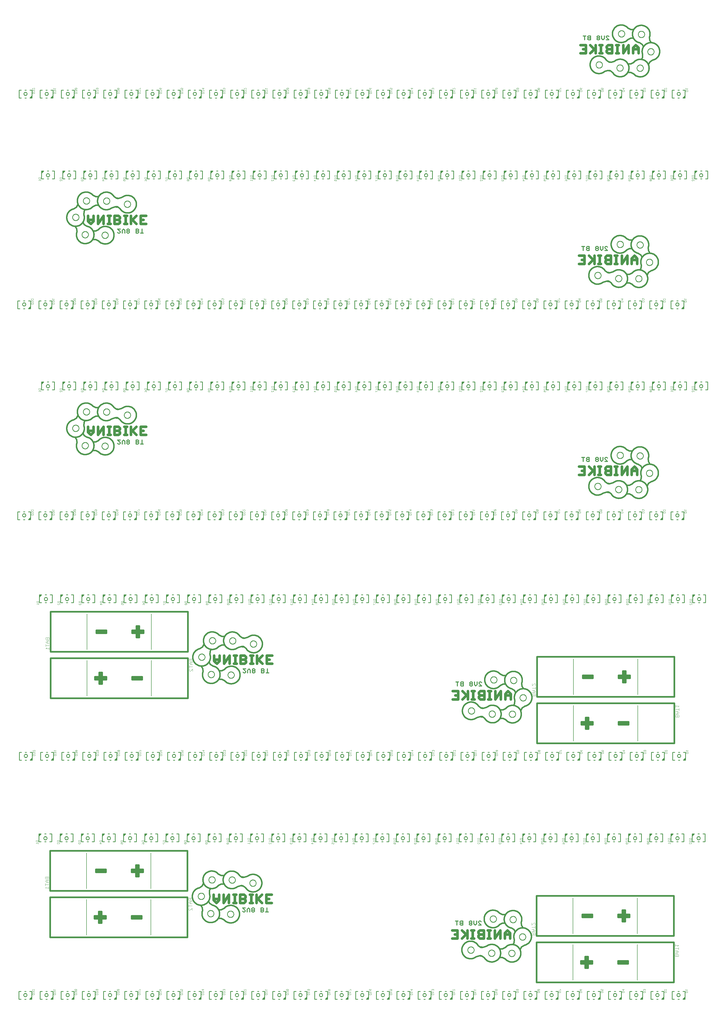
<source format=gbr>
G04 CAM350 V10.1.0 (Build 363) Date:  Mon Oct 03 20:15:31 2011 *
G04 Database: C:\Projects\AniBike Project\Hardware\AniBike V2.7 BT\EagleDIR\AniBike v2.7 BT\Manufacturing\2V8\ANIBIKE_2V8_Rev1.0.cam *
G04 Layer 6: AniBike_v2.8_BT_MainBoard.GBO *
G04 Composite: SILK_BOT *
%FSLAX24Y24*%
%MOIN*%
%SFA1.000B1.000*%

%MIA0B0*%
%IPPOS*%
%ADD31C,0.02400*%
%ADD34C,0.03600*%
%ADD36C,0.02000*%
%ADD40C,0.01400*%
%ADD46C,0.01000*%
%ADD75C,0.00500*%
%ADD77C,0.00300*%
%ADD81C,0.00400*%
%LNAniBike_v2.8_BT_MainBoard.GBO*%
%LPD*%
G54D40*
X35398Y18802D02*
G01Y18242D01*
X35212D02*
G01X35585D01*
X34941Y18335D02*
G01Y18429D01*
X34847Y18522*
X34567*
Y18802D02*
G01Y18242D01*
X34847*
X34941Y18335*
X34847Y18522D02*
G01X34941Y18616D01*
Y18709*
X34847Y18802*
X34567*
X33652Y18709D02*
G01Y18616D01*
X33558Y18522*
X33371*
X33278Y18429*
Y18335*
X33371Y18242*
X33558*
X33652Y18335*
Y18429*
X33558Y18522*
X33371D02*
G01X33278Y18616D01*
Y18709*
X33371Y18802*
X33558*
X33652Y18709*
X33007Y18616D02*
G01Y18242D01*
X32633D02*
G01Y18616D01*
X32820Y18802*
X33007Y18616*
X32363Y18802D02*
G01X31989D01*
X32363Y18429*
Y18335*
X32269Y18242*
X32082*
X31989Y18335*
G54D31*
X24259Y20312D02*
G01X5059D01*
Y14712*
X24259*
Y20312*
Y21212D02*
G01Y26812D01*
X5059*
Y21212*
X24259*
X17459Y23212D02*
G01Y23812D01*
X18059*
Y24212*
X17059*
Y24812*
X17459*
Y23812*
X17059*
Y23212*
X17459*
X17259D02*
G01Y24012D01*
Y24812*
X17059Y24212D02*
G01Y23812D01*
X16459*
Y24212*
X17059*
X17259Y24012D02*
G01X16459D01*
X17259D02*
G01X18059D01*
X12859D02*
G01X11459D01*
Y23812D02*
G01Y24212D01*
X12859*
Y23812*
X11459*
X11859Y18312D02*
G01Y17712D01*
X11259*
Y17312*
X12259*
Y16712*
X11859*
Y17712*
X12259*
Y18312*
X11859*
X12059D02*
G01Y17512D01*
Y16712*
X12259Y17312D02*
G01X12859D01*
Y17712*
X12259*
Y17312*
X12059Y17512D02*
G01X12859D01*
X12059D02*
G01X11259D01*
X16459D02*
G01X17859D01*
Y17312D02*
G01X16459D01*
Y17712*
X17859*
Y17312*
G54D81*
X24459Y18561D02*
G01Y18715D01*
X24535Y18791*
X24459Y18945D02*
G01Y19252D01*
Y19098D02*
G01X24919D01*
Y18791D02*
G01X24612Y18484D01*
X24535*
X24459Y18561*
X24919Y18484D02*
G01Y18791D01*
Y19405D02*
G01X24612D01*
X24459Y19559*
X24612Y19712*
X24919*
X24842Y19865D02*
G01X24919Y19942D01*
Y20172*
X24459*
Y19942*
X24535Y19865*
X24612*
X24689Y19942*
Y20172*
Y19942D02*
G01X24766Y19865D01*
X24842*
X24689Y19712D02*
G01Y19405D01*
X4859Y21466D02*
G01Y21773D01*
Y21619D02*
G01X4399D01*
X4552Y21773*
X4399Y21926D02*
G01Y22233D01*
Y22080D02*
G01X4859D01*
Y22387D02*
G01X4552D01*
X4399Y22540*
X4552Y22694*
X4859*
X4782Y22847D02*
G01X4859Y22924D01*
Y23154*
X4399*
Y22924*
X4475Y22847*
X4552*
X4629Y22924*
Y23154*
Y22924D02*
G01X4706Y22847D01*
X4782*
X4629Y22694D02*
G01Y22387D01*
G54D75*
X10159Y21512D02*
G01Y26512D01*
X19159D02*
G01Y21512D01*
Y20012D02*
G01Y15012D01*
X10159D02*
G01Y20012D01*
G54D36*
X25966Y21626D02*
G01X26339Y21872D01*
X26539Y22265*
X28609Y21942D02*
G01X28562Y21891D01*
X28513Y21842*
X28461Y21796*
X28406Y21753*
X28349Y21713*
X28290Y21677*
X28228Y21644*
X28165Y21615*
X28101Y21589*
X28035Y21567*
X27968Y21548*
X27900Y21534*
X27831Y21523*
X27762Y21516*
X27693Y21513*
X27623Y21514*
X27554Y21519*
X27485Y21528*
X27416Y21541*
X27349Y21557*
X27282Y21578*
X27217Y21602*
X27153Y21630*
X27091Y21661*
X27031Y21696*
X26973Y21734*
X26917Y21775*
X26864Y21820*
X26813Y21867*
X26765Y21917*
X26720Y21970*
X26677Y22026*
X26639Y22083*
X26603Y22143*
X26571Y22205*
X26542Y22268*
X26517Y22333*
X26496Y22399*
X26478Y22466*
X26465Y22534*
X26455Y22603*
X26449Y22672*
X26447Y22742*
X26449Y22812*
X26455Y22881*
X26465Y22950*
X26478Y23018*
X26496Y23085*
X26517Y23151*
X26542Y23216*
X26571Y23279*
X26603Y23341*
X26639Y23401*
X26677Y23458*
X26720Y23514*
X26765Y23567*
X26813Y23617*
X26864Y23664*
X26917Y23709*
X26973Y23750*
X27031Y23788*
X27091Y23823*
X27153Y23854*
X27217Y23882*
X27282Y23906*
X27349Y23927*
X27416Y23943*
X27485Y23956*
X27554Y23965*
X27623Y23970*
X27693Y23971*
X27762Y23968*
X27831Y23961*
X27900Y23950*
X27968Y23936*
X28035Y23917*
X28101Y23895*
X28165Y23869*
X28228Y23840*
X28290Y23807*
X28349Y23771*
X28406Y23731*
X28461Y23688*
X28513Y23642*
X28562Y23593*
X28609Y23542*
X29009Y23342*
X29409*
X31552Y23355D02*
G01X31515Y23414D01*
X31474Y23470*
X31431Y23524*
X31384Y23576*
X31335Y23625*
X31283Y23671*
X31229Y23714*
X31172Y23754*
X31113Y23791*
X31052Y23824*
X30989Y23854*
X30924Y23880*
X30858Y23903*
X30792Y23921*
X30724Y23936*
X30655Y23947*
X30586Y23955*
X30516Y23958*
X30447Y23957*
X30377Y23952*
X30308Y23944*
X30240Y23931*
X30172Y23915*
X30106Y23895*
X30041Y23871*
X29977Y23844*
X29914Y23813*
X29854Y23778*
X29796Y23740*
X29740Y23699*
X29686Y23655*
X29635Y23608*
X29587Y23558*
X29541Y23505*
X29499Y23450*
X29460Y23393*
X29424Y23333*
X29391Y23272*
X29362Y23209*
X29337Y23144*
X29315Y23078*
X29298Y23010*
X29284Y22942*
X29274Y22874*
X29267Y22804*
X29265Y22735*
X29267Y22665*
X29272Y22596*
X29282Y22527*
X29295Y22459*
X29312Y22392*
X29333Y22325*
X29358Y22260*
X29386Y22197*
X29418Y22135*
X29453Y22075*
X29492Y22017*
X29534Y21962*
X29579Y21909*
X29627Y21858*
X29677Y21811*
X29731Y21766*
X29786Y21724*
X29844Y21686*
X29904Y21651*
X29966Y21619*
X30030Y21591*
X30095Y21567*
X30161Y21546*
X30229Y21529*
X30297Y21516*
X30366Y21507*
X30435Y21501*
X30505Y21500*
X30574Y21503*
X30643Y21509*
X30712Y21520*
X30780Y21534*
X30847Y21552*
X30913Y21574*
X30978Y21599*
X31041Y21628*
X31102Y21661*
X31162Y21697*
X31219Y21737*
X31274Y21779*
X31703Y21906*
X32056Y21871*
X32047Y21919D02*
G01X31803Y21928D01*
X32047Y21919D02*
G01X32406Y21652D01*
X32443Y21593*
X32484Y21537*
X32527Y21483*
X32574Y21431*
X32623Y21382*
X32675Y21336*
X32729Y21293*
X32786Y21253*
X32845Y21216*
X32906Y21183*
X32969Y21153*
X33034Y21127*
X33100Y21104*
X33166Y21086*
X33234Y21071*
X33303Y21060*
X33372Y21052*
X33442Y21049*
X33511Y21050*
X33581Y21055*
X33650Y21063*
X33718Y21076*
X33786Y21092*
X33852Y21112*
X33917Y21136*
X33981Y21163*
X34044Y21194*
X34104Y21229*
X34162Y21267*
X34218Y21308*
X34272Y21352*
X34323Y21399*
X34371Y21449*
X34417Y21502*
X34459Y21557*
X34498Y21614*
X34534Y21674*
X34567Y21735*
X34596Y21798*
X34621Y21863*
X34643Y21929*
X34660Y21997*
X34674Y22065*
X34684Y22133*
X34691Y22203*
X34693Y22272*
X34691Y22342*
X34686Y22411*
X34676Y22480*
X34663Y22548*
X34646Y22615*
X34625Y22682*
X34600Y22747*
X34572Y22810*
X34540Y22872*
X34505Y22932*
X34466Y22990*
X34424Y23045*
X34379Y23098*
X34331Y23149*
X34281Y23196*
X34227Y23241*
X34172Y23283*
X34114Y23321*
X34054Y23356*
X33992Y23388*
X33928Y23416*
X33863Y23440*
X33797Y23461*
X33729Y23478*
X33661Y23491*
X33592Y23500*
X33523Y23506*
X33453Y23507*
X33384Y23504*
X33315Y23498*
X33246Y23487*
X33178Y23473*
X33111Y23455*
X33045Y23433*
X32980Y23408*
X32917Y23379*
X32856Y23346*
X32796Y23310*
X32739Y23270*
X32684Y23228*
X32255Y23101*
X31902Y23136*
X31911Y23088D02*
G01X32155Y23079D01*
X31911Y23088D02*
G01X31552Y23354D01*
X29409Y22142D02*
G01X29009D01*
X28609Y21942*
X27529Y21515D02*
G01X27379Y21272D01*
X27352Y20826*
X27351Y20825D02*
G01X27372Y20759D01*
X27390Y20692*
X27404Y20623*
X27413Y20555*
X27419Y20485*
X27421Y20416*
X27419Y20346*
X27413Y20277*
X27403Y20208*
X27389Y20140*
X27372Y20073*
X27350Y20007*
X27325Y19942*
X27297Y19878*
X27265Y19817*
X27229Y19757*
X27190Y19700*
X27148Y19644*
X27102Y19592*
X27054Y19541*
X27003Y19494*
X26950Y19450*
X26894Y19408*
X26836Y19370*
X26776Y19335*
X26714Y19304*
X26650Y19276*
X26585Y19252*
X26518Y19232*
X26451Y19215*
X26382Y19203*
X26313Y19194*
X26244Y19189*
X26174Y19188*
X26105Y19191*
X26036Y19198*
X25967Y19209*
X25899Y19223*
X25832Y19242*
X25766Y19264*
X25702Y19290*
X25639Y19320*
X25577Y19353*
X25518Y19389*
X25461Y19429*
X25407Y19472*
X25354Y19518*
X25305Y19567*
X25258Y19618*
X25214Y19672*
X25174Y19729*
X25137Y19787*
X25103Y19848*
X25072Y19910*
X25045Y19975*
X25022Y20040*
X25003Y20107*
X24987Y20175*
X24975Y20243*
X24967Y20312*
X24964Y20382*
X24963Y20451*
X24967Y20521*
X24975Y20590*
X24987Y20658*
X25002Y20726*
X25022Y20793*
X25045Y20858*
X25072Y20923*
X25102Y20985*
X25136Y21046*
X25173Y21104*
X25214Y21161*
X25257Y21215*
X25304Y21267*
X25354Y21316*
X25406Y21362*
X25460Y21404*
X25517Y21444*
X25577Y21481*
X25638Y21514*
X25701Y21543*
X25765Y21569*
X25831Y21592*
X25898Y21610*
X25966Y21625*
X27248Y19738D02*
G01X27398Y19445D01*
X27771Y19199*
X29009Y18542D02*
G01X29409Y18742D01*
X29009Y18542D02*
G01X28659D01*
X26386Y18399D02*
G01X26359Y18845D01*
X26159Y19138*
X26386Y18399D02*
G01X26365Y18333D01*
X26347Y18266*
X26333Y18197*
X26324Y18129*
X26318Y18059*
X26316Y17990*
X26318Y17920*
X26324Y17851*
X26334Y17782*
X26348Y17714*
X26365Y17647*
X26387Y17581*
X26412Y17516*
X26440Y17452*
X26472Y17391*
X26508Y17331*
X26547Y17274*
X26589Y17218*
X26635Y17166*
X26683Y17115*
X26734Y17068*
X26787Y17024*
X26843Y16982*
X26901Y16944*
X26961Y16909*
X27023Y16878*
X27087Y16850*
X27152Y16826*
X27219Y16806*
X27286Y16789*
X27355Y16777*
X27424Y16768*
X27493Y16763*
X27563Y16762*
X27632Y16765*
X27701Y16772*
X27770Y16783*
X27838Y16797*
X27905Y16816*
X27971Y16838*
X28035Y16864*
X28098Y16894*
X28160Y16927*
X28219Y16963*
X28276Y17003*
X28330Y17046*
X28383Y17092*
X28432Y17141*
X28479Y17192*
X28523Y17246*
X28563Y17303*
X28600Y17361*
X28634Y17422*
X28665Y17484*
X28692Y17549*
X28715Y17614*
X28734Y17681*
X28750Y17749*
X28762Y17817*
X28770Y17886*
X28773Y17956*
X28774Y18025*
X28770Y18095*
X28762Y18164*
X28750Y18232*
X28735Y18300*
X28715Y18367*
X28692Y18432*
X28665Y18497*
X28635Y18559*
X28601Y18620*
X28564Y18678*
X28523Y18735*
X28480Y18789*
X28433Y18841*
X28383Y18890*
X28331Y18936*
X28277Y18978*
X28220Y19018*
X28160Y19055*
X28099Y19088*
X28036Y19117*
X27972Y19143*
X27906Y19166*
X27839Y19184*
X27771Y19199*
X29409Y18742D02*
G01X29456Y18793D01*
X29505Y18842*
X29557Y18888*
X29612Y18931*
X29669Y18971*
X29728Y19007*
X29790Y19040*
X29853Y19069*
X29917Y19095*
X29983Y19117*
X30050Y19136*
X30118Y19150*
X30187Y19161*
X30256Y19168*
X30325Y19171*
X30395Y19170*
X30464Y19165*
X30533Y19156*
X30602Y19143*
X30669Y19127*
X30736Y19106*
X30801Y19082*
X30865Y19054*
X30927Y19023*
X30987Y18988*
X31045Y18950*
X31101Y18909*
X31154Y18864*
X31205Y18817*
X31253Y18767*
X31298Y18714*
X31341Y18658*
X31379Y18601*
X31415Y18541*
X31447Y18479*
X31476Y18416*
X31501Y18351*
X31522Y18285*
X31540Y18218*
X31553Y18150*
X31563Y18081*
X31569Y18012*
X31571Y17942*
X31569Y17872*
X31563Y17803*
X31553Y17734*
X31540Y17666*
X31522Y17599*
X31501Y17533*
X31476Y17468*
X31447Y17405*
X31415Y17343*
X31379Y17283*
X31341Y17226*
X31298Y17170*
X31253Y17117*
X31205Y17067*
X31154Y17020*
X31101Y16975*
X31045Y16934*
X30987Y16896*
X30927Y16861*
X30865Y16830*
X30801Y16802*
X30736Y16778*
X30669Y16757*
X30602Y16741*
X30533Y16728*
X30464Y16719*
X30395Y16714*
X30325Y16713*
X30256Y16716*
X30187Y16723*
X30118Y16734*
X30050Y16748*
X29983Y16767*
X29917Y16789*
X29853Y16815*
X29790Y16844*
X29728Y16877*
X29669Y16913*
X29612Y16953*
X29557Y16996*
X29505Y17042*
X29456Y17091*
X29409Y17142*
X29009Y17342*
X28609*
G54D46*
X96659Y28072D02*
G01Y29172D01*
X96359*
X95859D02*
G01X95659D01*
X95159D02*
G01X94859Y28872D01*
Y29172*
X94959*
X95059*
X94859Y28972*
Y29072*
X94959Y29172*
X95059D02*
G01X95159D01*
X94859Y28872D02*
G01Y28072D01*
X95159*
X95659D02*
G01X95859D01*
X96359D02*
G01X96659D01*
X95983Y28572D02*
G01X95981Y28543D01*
X95975Y28514*
X95966Y28486*
X95953Y28460*
X95937Y28436*
X95917Y28414*
X95895Y28394*
X95871Y28378*
X95845Y28365*
X95817Y28356*
X95788Y28350*
X95759Y28348*
X95730Y28350*
X95701Y28356*
X95673Y28365*
X95647Y28378*
X95623Y28394*
X95601Y28414*
X95581Y28436*
X95565Y28460*
X95552Y28486*
X95543Y28514*
X95537Y28543*
X95535Y28572*
X95537Y28601*
X95543Y28630*
X95552Y28658*
X95565Y28684*
X95581Y28708*
X95601Y28730*
X95623Y28750*
X95647Y28766*
X95673Y28779*
X95701Y28788*
X95730Y28794*
X95759Y28796*
X95788Y28794*
X95817Y28788*
X95845Y28779*
X95871Y28766*
X95895Y28750*
X95917Y28730*
X95937Y28708*
X95953Y28684*
X95966Y28658*
X95975Y28630*
X95981Y28601*
X95983Y28572*
X93699Y28072D02*
G01Y29172D01*
X93399*
X92899D02*
G01X92699D01*
X92199D02*
G01X91899Y28872D01*
Y29172*
X91999*
X92099*
X91899Y28972*
Y29072*
X91999Y29172*
X92099D02*
G01X92199D01*
X91899Y28872D02*
G01Y28072D01*
X92199*
X92699D02*
G01X92899D01*
X93399D02*
G01X93699D01*
X93023Y28572D02*
G01X93021Y28543D01*
X93015Y28514*
X93006Y28486*
X92993Y28460*
X92977Y28436*
X92957Y28414*
X92935Y28394*
X92911Y28378*
X92885Y28365*
X92857Y28356*
X92828Y28350*
X92799Y28348*
X92770Y28350*
X92741Y28356*
X92713Y28365*
X92687Y28378*
X92663Y28394*
X92641Y28414*
X92621Y28436*
X92605Y28460*
X92592Y28486*
X92583Y28514*
X92577Y28543*
X92575Y28572*
X92577Y28601*
X92583Y28630*
X92592Y28658*
X92605Y28684*
X92621Y28708*
X92641Y28730*
X92663Y28750*
X92687Y28766*
X92713Y28779*
X92741Y28788*
X92770Y28794*
X92799Y28796*
X92828Y28794*
X92857Y28788*
X92885Y28779*
X92911Y28766*
X92935Y28750*
X92957Y28730*
X92977Y28708*
X92993Y28684*
X93006Y28658*
X93015Y28630*
X93021Y28601*
X93023Y28572*
X90739Y28072D02*
G01Y29172D01*
X90439*
X89939D02*
G01X89739D01*
X89239D02*
G01X88939Y28872D01*
Y29172*
X89039*
X89139*
X88939Y28972*
Y29072*
X89039Y29172*
X89139D02*
G01X89239D01*
X88939Y28872D02*
G01Y28072D01*
X89239*
X89739D02*
G01X89939D01*
X90439D02*
G01X90739D01*
X90063Y28572D02*
G01X90061Y28543D01*
X90055Y28514*
X90046Y28486*
X90033Y28460*
X90017Y28436*
X89997Y28414*
X89975Y28394*
X89951Y28378*
X89925Y28365*
X89897Y28356*
X89868Y28350*
X89839Y28348*
X89810Y28350*
X89781Y28356*
X89753Y28365*
X89727Y28378*
X89703Y28394*
X89681Y28414*
X89661Y28436*
X89645Y28460*
X89632Y28486*
X89623Y28514*
X89617Y28543*
X89615Y28572*
X89617Y28601*
X89623Y28630*
X89632Y28658*
X89645Y28684*
X89661Y28708*
X89681Y28730*
X89703Y28750*
X89727Y28766*
X89753Y28779*
X89781Y28788*
X89810Y28794*
X89839Y28796*
X89868Y28794*
X89897Y28788*
X89925Y28779*
X89951Y28766*
X89975Y28750*
X89997Y28730*
X90017Y28708*
X90033Y28684*
X90046Y28658*
X90055Y28630*
X90061Y28601*
X90063Y28572*
X87779Y28072D02*
G01Y29172D01*
X87479*
X86979D02*
G01X86779D01*
X86279D02*
G01X85979Y28872D01*
Y29172*
X86079*
X86179*
X85979Y28972*
Y29072*
X86079Y29172*
X86179D02*
G01X86279D01*
X85979Y28872D02*
G01Y28072D01*
X86279*
X86779D02*
G01X86979D01*
X87479D02*
G01X87779D01*
X87103Y28572D02*
G01X87101Y28543D01*
X87095Y28514*
X87086Y28486*
X87073Y28460*
X87057Y28436*
X87037Y28414*
X87015Y28394*
X86991Y28378*
X86965Y28365*
X86937Y28356*
X86908Y28350*
X86879Y28348*
X86850Y28350*
X86821Y28356*
X86793Y28365*
X86767Y28378*
X86743Y28394*
X86721Y28414*
X86701Y28436*
X86685Y28460*
X86672Y28486*
X86663Y28514*
X86657Y28543*
X86655Y28572*
X86657Y28601*
X86663Y28630*
X86672Y28658*
X86685Y28684*
X86701Y28708*
X86721Y28730*
X86743Y28750*
X86767Y28766*
X86793Y28779*
X86821Y28788*
X86850Y28794*
X86879Y28796*
X86908Y28794*
X86937Y28788*
X86965Y28779*
X86991Y28766*
X87015Y28750*
X87037Y28730*
X87057Y28708*
X87073Y28684*
X87086Y28658*
X87095Y28630*
X87101Y28601*
X87103Y28572*
X84819Y28072D02*
G01Y29172D01*
X84519*
X84019D02*
G01X83819D01*
X83319D02*
G01X83019Y28872D01*
Y29172*
X83119*
X83219*
X83019Y28972*
Y29072*
X83119Y29172*
X83219D02*
G01X83319D01*
X83019Y28872D02*
G01Y28072D01*
X83319*
X83819D02*
G01X84019D01*
X84519D02*
G01X84819D01*
X84143Y28572D02*
G01X84141Y28543D01*
X84135Y28514*
X84126Y28486*
X84113Y28460*
X84097Y28436*
X84077Y28414*
X84055Y28394*
X84031Y28378*
X84005Y28365*
X83977Y28356*
X83948Y28350*
X83919Y28348*
X83890Y28350*
X83861Y28356*
X83833Y28365*
X83807Y28378*
X83783Y28394*
X83761Y28414*
X83741Y28436*
X83725Y28460*
X83712Y28486*
X83703Y28514*
X83697Y28543*
X83695Y28572*
X83697Y28601*
X83703Y28630*
X83712Y28658*
X83725Y28684*
X83741Y28708*
X83761Y28730*
X83783Y28750*
X83807Y28766*
X83833Y28779*
X83861Y28788*
X83890Y28794*
X83919Y28796*
X83948Y28794*
X83977Y28788*
X84005Y28779*
X84031Y28766*
X84055Y28750*
X84077Y28730*
X84097Y28708*
X84113Y28684*
X84126Y28658*
X84135Y28630*
X84141Y28601*
X84143Y28572*
X81859Y28072D02*
G01Y29172D01*
X81559*
X81059D02*
G01X80859D01*
X80359D02*
G01X80059Y28872D01*
Y29172*
X80159*
X80259*
X80059Y28972*
Y29072*
X80159Y29172*
X80259D02*
G01X80359D01*
X80059Y28872D02*
G01Y28072D01*
X80359*
X80859D02*
G01X81059D01*
X81559D02*
G01X81859D01*
X81183Y28572D02*
G01X81181Y28543D01*
X81175Y28514*
X81166Y28486*
X81153Y28460*
X81137Y28436*
X81117Y28414*
X81095Y28394*
X81071Y28378*
X81045Y28365*
X81017Y28356*
X80988Y28350*
X80959Y28348*
X80930Y28350*
X80901Y28356*
X80873Y28365*
X80847Y28378*
X80823Y28394*
X80801Y28414*
X80781Y28436*
X80765Y28460*
X80752Y28486*
X80743Y28514*
X80737Y28543*
X80735Y28572*
X80737Y28601*
X80743Y28630*
X80752Y28658*
X80765Y28684*
X80781Y28708*
X80801Y28730*
X80823Y28750*
X80847Y28766*
X80873Y28779*
X80901Y28788*
X80930Y28794*
X80959Y28796*
X80988Y28794*
X81017Y28788*
X81045Y28779*
X81071Y28766*
X81095Y28750*
X81117Y28730*
X81137Y28708*
X81153Y28684*
X81166Y28658*
X81175Y28630*
X81181Y28601*
X81183Y28572*
X78899Y28072D02*
G01Y29172D01*
X78599*
X78099D02*
G01X77899D01*
X77399D02*
G01X77099Y28872D01*
Y29172*
X77199*
X77299*
X77099Y28972*
Y29072*
X77199Y29172*
X77299D02*
G01X77399D01*
X77099Y28872D02*
G01Y28072D01*
X77399*
X77899D02*
G01X78099D01*
X78599D02*
G01X78899D01*
X78223Y28572D02*
G01X78221Y28543D01*
X78215Y28514*
X78206Y28486*
X78193Y28460*
X78177Y28436*
X78157Y28414*
X78135Y28394*
X78111Y28378*
X78085Y28365*
X78057Y28356*
X78028Y28350*
X77999Y28348*
X77970Y28350*
X77941Y28356*
X77913Y28365*
X77887Y28378*
X77863Y28394*
X77841Y28414*
X77821Y28436*
X77805Y28460*
X77792Y28486*
X77783Y28514*
X77777Y28543*
X77775Y28572*
X77777Y28601*
X77783Y28630*
X77792Y28658*
X77805Y28684*
X77821Y28708*
X77841Y28730*
X77863Y28750*
X77887Y28766*
X77913Y28779*
X77941Y28788*
X77970Y28794*
X77999Y28796*
X78028Y28794*
X78057Y28788*
X78085Y28779*
X78111Y28766*
X78135Y28750*
X78157Y28730*
X78177Y28708*
X78193Y28684*
X78206Y28658*
X78215Y28630*
X78221Y28601*
X78223Y28572*
X75939Y28072D02*
G01Y29172D01*
X75639*
X75139D02*
G01X74939D01*
X74439D02*
G01X74139Y28872D01*
Y29172*
X74239*
X74339*
X74139Y28972*
Y29072*
X74239Y29172*
X74339D02*
G01X74439D01*
X74139Y28872D02*
G01Y28072D01*
X74439*
X74939D02*
G01X75139D01*
X75639D02*
G01X75939D01*
X75263Y28572D02*
G01X75261Y28543D01*
X75255Y28514*
X75246Y28486*
X75233Y28460*
X75217Y28436*
X75197Y28414*
X75175Y28394*
X75151Y28378*
X75125Y28365*
X75097Y28356*
X75068Y28350*
X75039Y28348*
X75010Y28350*
X74981Y28356*
X74953Y28365*
X74927Y28378*
X74903Y28394*
X74881Y28414*
X74861Y28436*
X74845Y28460*
X74832Y28486*
X74823Y28514*
X74817Y28543*
X74815Y28572*
X74817Y28601*
X74823Y28630*
X74832Y28658*
X74845Y28684*
X74861Y28708*
X74881Y28730*
X74903Y28750*
X74927Y28766*
X74953Y28779*
X74981Y28788*
X75010Y28794*
X75039Y28796*
X75068Y28794*
X75097Y28788*
X75125Y28779*
X75151Y28766*
X75175Y28750*
X75197Y28730*
X75217Y28708*
X75233Y28684*
X75246Y28658*
X75255Y28630*
X75261Y28601*
X75263Y28572*
X72979Y28072D02*
G01Y29172D01*
X72679*
X72179D02*
G01X71979D01*
X71479D02*
G01X71179Y28872D01*
Y29172*
X71279*
X71379*
X71179Y28972*
Y29072*
X71279Y29172*
X71379D02*
G01X71479D01*
X71179Y28872D02*
G01Y28072D01*
X71479*
X71979D02*
G01X72179D01*
X72679D02*
G01X72979D01*
X72303Y28572D02*
G01X72301Y28543D01*
X72295Y28514*
X72286Y28486*
X72273Y28460*
X72257Y28436*
X72237Y28414*
X72215Y28394*
X72191Y28378*
X72165Y28365*
X72137Y28356*
X72108Y28350*
X72079Y28348*
X72050Y28350*
X72021Y28356*
X71993Y28365*
X71967Y28378*
X71943Y28394*
X71921Y28414*
X71901Y28436*
X71885Y28460*
X71872Y28486*
X71863Y28514*
X71857Y28543*
X71855Y28572*
X71857Y28601*
X71863Y28630*
X71872Y28658*
X71885Y28684*
X71901Y28708*
X71921Y28730*
X71943Y28750*
X71967Y28766*
X71993Y28779*
X72021Y28788*
X72050Y28794*
X72079Y28796*
X72108Y28794*
X72137Y28788*
X72165Y28779*
X72191Y28766*
X72215Y28750*
X72237Y28730*
X72257Y28708*
X72273Y28684*
X72286Y28658*
X72295Y28630*
X72301Y28601*
X72303Y28572*
X70019Y28072D02*
G01Y29172D01*
X69719*
X69219D02*
G01X69019D01*
X68519D02*
G01X68219Y28872D01*
Y29172*
X68319*
X68419*
X68219Y28972*
Y29072*
X68319Y29172*
X68419D02*
G01X68519D01*
X68219Y28872D02*
G01Y28072D01*
X68519*
X69019D02*
G01X69219D01*
X69719D02*
G01X70019D01*
X69343Y28572D02*
G01X69341Y28543D01*
X69335Y28514*
X69326Y28486*
X69313Y28460*
X69297Y28436*
X69277Y28414*
X69255Y28394*
X69231Y28378*
X69205Y28365*
X69177Y28356*
X69148Y28350*
X69119Y28348*
X69090Y28350*
X69061Y28356*
X69033Y28365*
X69007Y28378*
X68983Y28394*
X68961Y28414*
X68941Y28436*
X68925Y28460*
X68912Y28486*
X68903Y28514*
X68897Y28543*
X68895Y28572*
X68897Y28601*
X68903Y28630*
X68912Y28658*
X68925Y28684*
X68941Y28708*
X68961Y28730*
X68983Y28750*
X69007Y28766*
X69033Y28779*
X69061Y28788*
X69090Y28794*
X69119Y28796*
X69148Y28794*
X69177Y28788*
X69205Y28779*
X69231Y28766*
X69255Y28750*
X69277Y28730*
X69297Y28708*
X69313Y28684*
X69326Y28658*
X69335Y28630*
X69341Y28601*
X69343Y28572*
X67059Y28072D02*
G01Y29172D01*
X66759*
X66259D02*
G01X66059D01*
X65559D02*
G01X65259Y28872D01*
Y29172*
X65359*
X65459*
X65259Y28972*
Y29072*
X65359Y29172*
X65459D02*
G01X65559D01*
X65259Y28872D02*
G01Y28072D01*
X65559*
X66059D02*
G01X66259D01*
X66759D02*
G01X67059D01*
X66383Y28572D02*
G01X66381Y28543D01*
X66375Y28514*
X66366Y28486*
X66353Y28460*
X66337Y28436*
X66317Y28414*
X66295Y28394*
X66271Y28378*
X66245Y28365*
X66217Y28356*
X66188Y28350*
X66159Y28348*
X66130Y28350*
X66101Y28356*
X66073Y28365*
X66047Y28378*
X66023Y28394*
X66001Y28414*
X65981Y28436*
X65965Y28460*
X65952Y28486*
X65943Y28514*
X65937Y28543*
X65935Y28572*
X65937Y28601*
X65943Y28630*
X65952Y28658*
X65965Y28684*
X65981Y28708*
X66001Y28730*
X66023Y28750*
X66047Y28766*
X66073Y28779*
X66101Y28788*
X66130Y28794*
X66159Y28796*
X66188Y28794*
X66217Y28788*
X66245Y28779*
X66271Y28766*
X66295Y28750*
X66317Y28730*
X66337Y28708*
X66353Y28684*
X66366Y28658*
X66375Y28630*
X66381Y28601*
X66383Y28572*
X64099Y28072D02*
G01Y29172D01*
X63799*
X63299D02*
G01X63099D01*
X62599D02*
G01X62299Y28872D01*
Y29172*
X62399*
X62499*
X62299Y28972*
Y29072*
X62399Y29172*
X62499D02*
G01X62599D01*
X62299Y28872D02*
G01Y28072D01*
X62599*
X63099D02*
G01X63299D01*
X63799D02*
G01X64099D01*
X63423Y28572D02*
G01X63421Y28543D01*
X63415Y28514*
X63406Y28486*
X63393Y28460*
X63377Y28436*
X63357Y28414*
X63335Y28394*
X63311Y28378*
X63285Y28365*
X63257Y28356*
X63228Y28350*
X63199Y28348*
X63170Y28350*
X63141Y28356*
X63113Y28365*
X63087Y28378*
X63063Y28394*
X63041Y28414*
X63021Y28436*
X63005Y28460*
X62992Y28486*
X62983Y28514*
X62977Y28543*
X62975Y28572*
X62977Y28601*
X62983Y28630*
X62992Y28658*
X63005Y28684*
X63021Y28708*
X63041Y28730*
X63063Y28750*
X63087Y28766*
X63113Y28779*
X63141Y28788*
X63170Y28794*
X63199Y28796*
X63228Y28794*
X63257Y28788*
X63285Y28779*
X63311Y28766*
X63335Y28750*
X63357Y28730*
X63377Y28708*
X63393Y28684*
X63406Y28658*
X63415Y28630*
X63421Y28601*
X63423Y28572*
X61139Y28072D02*
G01Y29172D01*
X60839*
X60339D02*
G01X60139D01*
X59639D02*
G01X59339Y28872D01*
Y29172*
X59439*
X59539*
X59339Y28972*
Y29072*
X59439Y29172*
X59539D02*
G01X59639D01*
X59339Y28872D02*
G01Y28072D01*
X59639*
X60139D02*
G01X60339D01*
X60839D02*
G01X61139D01*
X60463Y28572D02*
G01X60461Y28543D01*
X60455Y28514*
X60446Y28486*
X60433Y28460*
X60417Y28436*
X60397Y28414*
X60375Y28394*
X60351Y28378*
X60325Y28365*
X60297Y28356*
X60268Y28350*
X60239Y28348*
X60210Y28350*
X60181Y28356*
X60153Y28365*
X60127Y28378*
X60103Y28394*
X60081Y28414*
X60061Y28436*
X60045Y28460*
X60032Y28486*
X60023Y28514*
X60017Y28543*
X60015Y28572*
X60017Y28601*
X60023Y28630*
X60032Y28658*
X60045Y28684*
X60061Y28708*
X60081Y28730*
X60103Y28750*
X60127Y28766*
X60153Y28779*
X60181Y28788*
X60210Y28794*
X60239Y28796*
X60268Y28794*
X60297Y28788*
X60325Y28779*
X60351Y28766*
X60375Y28750*
X60397Y28730*
X60417Y28708*
X60433Y28684*
X60446Y28658*
X60455Y28630*
X60461Y28601*
X60463Y28572*
X58179Y28072D02*
G01Y29172D01*
X57879*
X57379D02*
G01X57179D01*
X56679D02*
G01X56379Y28872D01*
Y29172*
X56479*
X56579*
X56379Y28972*
Y29072*
X56479Y29172*
X56579D02*
G01X56679D01*
X56379Y28872D02*
G01Y28072D01*
X56679*
X57179D02*
G01X57379D01*
X57879D02*
G01X58179D01*
X57503Y28572D02*
G01X57501Y28543D01*
X57495Y28514*
X57486Y28486*
X57473Y28460*
X57457Y28436*
X57437Y28414*
X57415Y28394*
X57391Y28378*
X57365Y28365*
X57337Y28356*
X57308Y28350*
X57279Y28348*
X57250Y28350*
X57221Y28356*
X57193Y28365*
X57167Y28378*
X57143Y28394*
X57121Y28414*
X57101Y28436*
X57085Y28460*
X57072Y28486*
X57063Y28514*
X57057Y28543*
X57055Y28572*
X57057Y28601*
X57063Y28630*
X57072Y28658*
X57085Y28684*
X57101Y28708*
X57121Y28730*
X57143Y28750*
X57167Y28766*
X57193Y28779*
X57221Y28788*
X57250Y28794*
X57279Y28796*
X57308Y28794*
X57337Y28788*
X57365Y28779*
X57391Y28766*
X57415Y28750*
X57437Y28730*
X57457Y28708*
X57473Y28684*
X57486Y28658*
X57495Y28630*
X57501Y28601*
X57503Y28572*
X55299Y28072D02*
G01Y29172D01*
X54999*
X54499D02*
G01X54299D01*
X53799D02*
G01X53499Y28872D01*
Y29172*
X53599*
X53699*
X53499Y28972*
Y29072*
X53599Y29172*
X53699D02*
G01X53799D01*
X53499Y28872D02*
G01Y28072D01*
X53799*
X54299D02*
G01X54499D01*
X54999D02*
G01X55299D01*
X54623Y28572D02*
G01X54621Y28543D01*
X54615Y28514*
X54606Y28486*
X54593Y28460*
X54577Y28436*
X54557Y28414*
X54535Y28394*
X54511Y28378*
X54485Y28365*
X54457Y28356*
X54428Y28350*
X54399Y28348*
X54370Y28350*
X54341Y28356*
X54313Y28365*
X54287Y28378*
X54263Y28394*
X54241Y28414*
X54221Y28436*
X54205Y28460*
X54192Y28486*
X54183Y28514*
X54177Y28543*
X54175Y28572*
X54177Y28601*
X54183Y28630*
X54192Y28658*
X54205Y28684*
X54221Y28708*
X54241Y28730*
X54263Y28750*
X54287Y28766*
X54313Y28779*
X54341Y28788*
X54370Y28794*
X54399Y28796*
X54428Y28794*
X54457Y28788*
X54485Y28779*
X54511Y28766*
X54535Y28750*
X54557Y28730*
X54577Y28708*
X54593Y28684*
X54606Y28658*
X54615Y28630*
X54621Y28601*
X54623Y28572*
X52419Y28072D02*
G01Y29172D01*
X52119*
X51619D02*
G01X51419D01*
X50919D02*
G01X50619Y28872D01*
Y29172*
X50719*
X50819*
X50619Y28972*
Y29072*
X50719Y29172*
X50819D02*
G01X50919D01*
X50619Y28872D02*
G01Y28072D01*
X50919*
X51419D02*
G01X51619D01*
X52119D02*
G01X52419D01*
X51743Y28572D02*
G01X51741Y28543D01*
X51735Y28514*
X51726Y28486*
X51713Y28460*
X51697Y28436*
X51677Y28414*
X51655Y28394*
X51631Y28378*
X51605Y28365*
X51577Y28356*
X51548Y28350*
X51519Y28348*
X51490Y28350*
X51461Y28356*
X51433Y28365*
X51407Y28378*
X51383Y28394*
X51361Y28414*
X51341Y28436*
X51325Y28460*
X51312Y28486*
X51303Y28514*
X51297Y28543*
X51295Y28572*
X51297Y28601*
X51303Y28630*
X51312Y28658*
X51325Y28684*
X51341Y28708*
X51361Y28730*
X51383Y28750*
X51407Y28766*
X51433Y28779*
X51461Y28788*
X51490Y28794*
X51519Y28796*
X51548Y28794*
X51577Y28788*
X51605Y28779*
X51631Y28766*
X51655Y28750*
X51677Y28730*
X51697Y28708*
X51713Y28684*
X51726Y28658*
X51735Y28630*
X51741Y28601*
X51743Y28572*
X49539Y28072D02*
G01Y29172D01*
X49239*
X48739D02*
G01X48539D01*
X48039D02*
G01X47739Y28872D01*
Y29172*
X47839*
X47939*
X47739Y28972*
Y29072*
X47839Y29172*
X47939D02*
G01X48039D01*
X47739Y28872D02*
G01Y28072D01*
X48039*
X48539D02*
G01X48739D01*
X49239D02*
G01X49539D01*
X48863Y28572D02*
G01X48861Y28543D01*
X48855Y28514*
X48846Y28486*
X48833Y28460*
X48817Y28436*
X48797Y28414*
X48775Y28394*
X48751Y28378*
X48725Y28365*
X48697Y28356*
X48668Y28350*
X48639Y28348*
X48610Y28350*
X48581Y28356*
X48553Y28365*
X48527Y28378*
X48503Y28394*
X48481Y28414*
X48461Y28436*
X48445Y28460*
X48432Y28486*
X48423Y28514*
X48417Y28543*
X48415Y28572*
X48417Y28601*
X48423Y28630*
X48432Y28658*
X48445Y28684*
X48461Y28708*
X48481Y28730*
X48503Y28750*
X48527Y28766*
X48553Y28779*
X48581Y28788*
X48610Y28794*
X48639Y28796*
X48668Y28794*
X48697Y28788*
X48725Y28779*
X48751Y28766*
X48775Y28750*
X48797Y28730*
X48817Y28708*
X48833Y28684*
X48846Y28658*
X48855Y28630*
X48861Y28601*
X48863Y28572*
X46659Y28072D02*
G01Y29172D01*
X46359*
X45859D02*
G01X45659D01*
X45159D02*
G01X44859Y28872D01*
Y29172*
X44959*
X45059*
X44859Y28972*
Y29072*
X44959Y29172*
X45059D02*
G01X45159D01*
X44859Y28872D02*
G01Y28072D01*
X45159*
X45659D02*
G01X45859D01*
X46359D02*
G01X46659D01*
X45983Y28572D02*
G01X45981Y28543D01*
X45975Y28514*
X45966Y28486*
X45953Y28460*
X45937Y28436*
X45917Y28414*
X45895Y28394*
X45871Y28378*
X45845Y28365*
X45817Y28356*
X45788Y28350*
X45759Y28348*
X45730Y28350*
X45701Y28356*
X45673Y28365*
X45647Y28378*
X45623Y28394*
X45601Y28414*
X45581Y28436*
X45565Y28460*
X45552Y28486*
X45543Y28514*
X45537Y28543*
X45535Y28572*
X45537Y28601*
X45543Y28630*
X45552Y28658*
X45565Y28684*
X45581Y28708*
X45601Y28730*
X45623Y28750*
X45647Y28766*
X45673Y28779*
X45701Y28788*
X45730Y28794*
X45759Y28796*
X45788Y28794*
X45817Y28788*
X45845Y28779*
X45871Y28766*
X45895Y28750*
X45917Y28730*
X45937Y28708*
X45953Y28684*
X45966Y28658*
X45975Y28630*
X45981Y28601*
X45983Y28572*
X43779Y28072D02*
G01Y29172D01*
X43479*
X42979D02*
G01X42779D01*
X42279D02*
G01X41979Y28872D01*
Y29172*
X42079*
X42179*
X41979Y28972*
Y29072*
X42079Y29172*
X42179D02*
G01X42279D01*
X41979Y28872D02*
G01Y28072D01*
X42279*
X42779D02*
G01X42979D01*
X43479D02*
G01X43779D01*
X43103Y28572D02*
G01X43101Y28543D01*
X43095Y28514*
X43086Y28486*
X43073Y28460*
X43057Y28436*
X43037Y28414*
X43015Y28394*
X42991Y28378*
X42965Y28365*
X42937Y28356*
X42908Y28350*
X42879Y28348*
X42850Y28350*
X42821Y28356*
X42793Y28365*
X42767Y28378*
X42743Y28394*
X42721Y28414*
X42701Y28436*
X42685Y28460*
X42672Y28486*
X42663Y28514*
X42657Y28543*
X42655Y28572*
X42657Y28601*
X42663Y28630*
X42672Y28658*
X42685Y28684*
X42701Y28708*
X42721Y28730*
X42743Y28750*
X42767Y28766*
X42793Y28779*
X42821Y28788*
X42850Y28794*
X42879Y28796*
X42908Y28794*
X42937Y28788*
X42965Y28779*
X42991Y28766*
X43015Y28750*
X43037Y28730*
X43057Y28708*
X43073Y28684*
X43086Y28658*
X43095Y28630*
X43101Y28601*
X43103Y28572*
X40819Y28072D02*
G01Y29172D01*
X40519*
X40019D02*
G01X39819D01*
X39319D02*
G01X39019Y28872D01*
Y29172*
X39119*
X39219*
X39019Y28972*
Y29072*
X39119Y29172*
X39219D02*
G01X39319D01*
X39019Y28872D02*
G01Y28072D01*
X39319*
X39819D02*
G01X40019D01*
X40519D02*
G01X40819D01*
X40143Y28572D02*
G01X40141Y28543D01*
X40135Y28514*
X40126Y28486*
X40113Y28460*
X40097Y28436*
X40077Y28414*
X40055Y28394*
X40031Y28378*
X40005Y28365*
X39977Y28356*
X39948Y28350*
X39919Y28348*
X39890Y28350*
X39861Y28356*
X39833Y28365*
X39807Y28378*
X39783Y28394*
X39761Y28414*
X39741Y28436*
X39725Y28460*
X39712Y28486*
X39703Y28514*
X39697Y28543*
X39695Y28572*
X39697Y28601*
X39703Y28630*
X39712Y28658*
X39725Y28684*
X39741Y28708*
X39761Y28730*
X39783Y28750*
X39807Y28766*
X39833Y28779*
X39861Y28788*
X39890Y28794*
X39919Y28796*
X39948Y28794*
X39977Y28788*
X40005Y28779*
X40031Y28766*
X40055Y28750*
X40077Y28730*
X40097Y28708*
X40113Y28684*
X40126Y28658*
X40135Y28630*
X40141Y28601*
X40143Y28572*
X37859Y28072D02*
G01Y29172D01*
X37559*
X37059D02*
G01X36859D01*
X36359D02*
G01X36059Y28872D01*
Y29172*
X36159*
X36259*
X36059Y28972*
Y29072*
X36159Y29172*
X36259D02*
G01X36359D01*
X36059Y28872D02*
G01Y28072D01*
X36359*
X36859D02*
G01X37059D01*
X37559D02*
G01X37859D01*
X37183Y28572D02*
G01X37181Y28543D01*
X37175Y28514*
X37166Y28486*
X37153Y28460*
X37137Y28436*
X37117Y28414*
X37095Y28394*
X37071Y28378*
X37045Y28365*
X37017Y28356*
X36988Y28350*
X36959Y28348*
X36930Y28350*
X36901Y28356*
X36873Y28365*
X36847Y28378*
X36823Y28394*
X36801Y28414*
X36781Y28436*
X36765Y28460*
X36752Y28486*
X36743Y28514*
X36737Y28543*
X36735Y28572*
X36737Y28601*
X36743Y28630*
X36752Y28658*
X36765Y28684*
X36781Y28708*
X36801Y28730*
X36823Y28750*
X36847Y28766*
X36873Y28779*
X36901Y28788*
X36930Y28794*
X36959Y28796*
X36988Y28794*
X37017Y28788*
X37045Y28779*
X37071Y28766*
X37095Y28750*
X37117Y28730*
X37137Y28708*
X37153Y28684*
X37166Y28658*
X37175Y28630*
X37181Y28601*
X37183Y28572*
X34899Y28072D02*
G01Y29172D01*
X34599*
X34099D02*
G01X33899D01*
X33399D02*
G01X33099Y28872D01*
Y29172*
X33199*
X33299*
X33099Y28972*
Y29072*
X33199Y29172*
X33299D02*
G01X33399D01*
X33099Y28872D02*
G01Y28072D01*
X33399*
X33899D02*
G01X34099D01*
X34599D02*
G01X34899D01*
X34223Y28572D02*
G01X34221Y28543D01*
X34215Y28514*
X34206Y28486*
X34193Y28460*
X34177Y28436*
X34157Y28414*
X34135Y28394*
X34111Y28378*
X34085Y28365*
X34057Y28356*
X34028Y28350*
X33999Y28348*
X33970Y28350*
X33941Y28356*
X33913Y28365*
X33887Y28378*
X33863Y28394*
X33841Y28414*
X33821Y28436*
X33805Y28460*
X33792Y28486*
X33783Y28514*
X33777Y28543*
X33775Y28572*
X33777Y28601*
X33783Y28630*
X33792Y28658*
X33805Y28684*
X33821Y28708*
X33841Y28730*
X33863Y28750*
X33887Y28766*
X33913Y28779*
X33941Y28788*
X33970Y28794*
X33999Y28796*
X34028Y28794*
X34057Y28788*
X34085Y28779*
X34111Y28766*
X34135Y28750*
X34157Y28730*
X34177Y28708*
X34193Y28684*
X34206Y28658*
X34215Y28630*
X34221Y28601*
X34223Y28572*
X31939Y28072D02*
G01Y29172D01*
X31639*
X31139D02*
G01X30939D01*
X30439D02*
G01X30139Y28872D01*
Y29172*
X30239*
X30339*
X30139Y28972*
Y29072*
X30239Y29172*
X30339D02*
G01X30439D01*
X30139Y28872D02*
G01Y28072D01*
X30439*
X30939D02*
G01X31139D01*
X31639D02*
G01X31939D01*
X31263Y28572D02*
G01X31261Y28543D01*
X31255Y28514*
X31246Y28486*
X31233Y28460*
X31217Y28436*
X31197Y28414*
X31175Y28394*
X31151Y28378*
X31125Y28365*
X31097Y28356*
X31068Y28350*
X31039Y28348*
X31010Y28350*
X30981Y28356*
X30953Y28365*
X30927Y28378*
X30903Y28394*
X30881Y28414*
X30861Y28436*
X30845Y28460*
X30832Y28486*
X30823Y28514*
X30817Y28543*
X30815Y28572*
X30817Y28601*
X30823Y28630*
X30832Y28658*
X30845Y28684*
X30861Y28708*
X30881Y28730*
X30903Y28750*
X30927Y28766*
X30953Y28779*
X30981Y28788*
X31010Y28794*
X31039Y28796*
X31068Y28794*
X31097Y28788*
X31125Y28779*
X31151Y28766*
X31175Y28750*
X31197Y28730*
X31217Y28708*
X31233Y28684*
X31246Y28658*
X31255Y28630*
X31261Y28601*
X31263Y28572*
X28979Y28072D02*
G01Y29172D01*
X28679*
X28179D02*
G01X27979D01*
X27479D02*
G01X27179Y28872D01*
Y29172*
X27279*
X27379*
X27179Y28972*
Y29072*
X27279Y29172*
X27379D02*
G01X27479D01*
X27179Y28872D02*
G01Y28072D01*
X27479*
X27979D02*
G01X28179D01*
X28679D02*
G01X28979D01*
X28303Y28572D02*
G01X28301Y28543D01*
X28295Y28514*
X28286Y28486*
X28273Y28460*
X28257Y28436*
X28237Y28414*
X28215Y28394*
X28191Y28378*
X28165Y28365*
X28137Y28356*
X28108Y28350*
X28079Y28348*
X28050Y28350*
X28021Y28356*
X27993Y28365*
X27967Y28378*
X27943Y28394*
X27921Y28414*
X27901Y28436*
X27885Y28460*
X27872Y28486*
X27863Y28514*
X27857Y28543*
X27855Y28572*
X27857Y28601*
X27863Y28630*
X27872Y28658*
X27885Y28684*
X27901Y28708*
X27921Y28730*
X27943Y28750*
X27967Y28766*
X27993Y28779*
X28021Y28788*
X28050Y28794*
X28079Y28796*
X28108Y28794*
X28137Y28788*
X28165Y28779*
X28191Y28766*
X28215Y28750*
X28237Y28730*
X28257Y28708*
X28273Y28684*
X28286Y28658*
X28295Y28630*
X28301Y28601*
X28303Y28572*
X26019Y28072D02*
G01Y29172D01*
X25719*
X25219D02*
G01X25019D01*
X24519D02*
G01X24219Y28872D01*
Y29172*
X24319*
X24419*
X24219Y28972*
Y29072*
X24319Y29172*
X24419D02*
G01X24519D01*
X24219Y28872D02*
G01Y28072D01*
X24519*
X25019D02*
G01X25219D01*
X25719D02*
G01X26019D01*
X25343Y28572D02*
G01X25341Y28543D01*
X25335Y28514*
X25326Y28486*
X25313Y28460*
X25297Y28436*
X25277Y28414*
X25255Y28394*
X25231Y28378*
X25205Y28365*
X25177Y28356*
X25148Y28350*
X25119Y28348*
X25090Y28350*
X25061Y28356*
X25033Y28365*
X25007Y28378*
X24983Y28394*
X24961Y28414*
X24941Y28436*
X24925Y28460*
X24912Y28486*
X24903Y28514*
X24897Y28543*
X24895Y28572*
X24897Y28601*
X24903Y28630*
X24912Y28658*
X24925Y28684*
X24941Y28708*
X24961Y28730*
X24983Y28750*
X25007Y28766*
X25033Y28779*
X25061Y28788*
X25090Y28794*
X25119Y28796*
X25148Y28794*
X25177Y28788*
X25205Y28779*
X25231Y28766*
X25255Y28750*
X25277Y28730*
X25297Y28708*
X25313Y28684*
X25326Y28658*
X25335Y28630*
X25341Y28601*
X25343Y28572*
X23059Y28072D02*
G01Y29172D01*
X22759*
X22259D02*
G01X22059D01*
X21559D02*
G01X21259Y28872D01*
Y29172*
X21359*
X21459*
X21259Y28972*
Y29072*
X21359Y29172*
X21459D02*
G01X21559D01*
X21259Y28872D02*
G01Y28072D01*
X21559*
X22059D02*
G01X22259D01*
X22759D02*
G01X23059D01*
X22383Y28572D02*
G01X22381Y28543D01*
X22375Y28514*
X22366Y28486*
X22353Y28460*
X22337Y28436*
X22317Y28414*
X22295Y28394*
X22271Y28378*
X22245Y28365*
X22217Y28356*
X22188Y28350*
X22159Y28348*
X22130Y28350*
X22101Y28356*
X22073Y28365*
X22047Y28378*
X22023Y28394*
X22001Y28414*
X21981Y28436*
X21965Y28460*
X21952Y28486*
X21943Y28514*
X21937Y28543*
X21935Y28572*
X21937Y28601*
X21943Y28630*
X21952Y28658*
X21965Y28684*
X21981Y28708*
X22001Y28730*
X22023Y28750*
X22047Y28766*
X22073Y28779*
X22101Y28788*
X22130Y28794*
X22159Y28796*
X22188Y28794*
X22217Y28788*
X22245Y28779*
X22271Y28766*
X22295Y28750*
X22317Y28730*
X22337Y28708*
X22353Y28684*
X22366Y28658*
X22375Y28630*
X22381Y28601*
X22383Y28572*
X20099Y28072D02*
G01Y29172D01*
X19799*
X19299D02*
G01X19099D01*
X18599D02*
G01X18299Y28872D01*
Y29172*
X18399*
X18499*
X18299Y28972*
Y29072*
X18399Y29172*
X18499D02*
G01X18599D01*
X18299Y28872D02*
G01Y28072D01*
X18599*
X19099D02*
G01X19299D01*
X19799D02*
G01X20099D01*
X19423Y28572D02*
G01X19421Y28543D01*
X19415Y28514*
X19406Y28486*
X19393Y28460*
X19377Y28436*
X19357Y28414*
X19335Y28394*
X19311Y28378*
X19285Y28365*
X19257Y28356*
X19228Y28350*
X19199Y28348*
X19170Y28350*
X19141Y28356*
X19113Y28365*
X19087Y28378*
X19063Y28394*
X19041Y28414*
X19021Y28436*
X19005Y28460*
X18992Y28486*
X18983Y28514*
X18977Y28543*
X18975Y28572*
X18977Y28601*
X18983Y28630*
X18992Y28658*
X19005Y28684*
X19021Y28708*
X19041Y28730*
X19063Y28750*
X19087Y28766*
X19113Y28779*
X19141Y28788*
X19170Y28794*
X19199Y28796*
X19228Y28794*
X19257Y28788*
X19285Y28779*
X19311Y28766*
X19335Y28750*
X19357Y28730*
X19377Y28708*
X19393Y28684*
X19406Y28658*
X19415Y28630*
X19421Y28601*
X19423Y28572*
X17139Y28072D02*
G01Y29172D01*
X16839*
X16339D02*
G01X16139D01*
X15639D02*
G01X15339Y28872D01*
Y29172*
X15439*
X15539*
X15339Y28972*
Y29072*
X15439Y29172*
X15539D02*
G01X15639D01*
X15339Y28872D02*
G01Y28072D01*
X15639*
X16139D02*
G01X16339D01*
X16839D02*
G01X17139D01*
X16463Y28572D02*
G01X16461Y28543D01*
X16455Y28514*
X16446Y28486*
X16433Y28460*
X16417Y28436*
X16397Y28414*
X16375Y28394*
X16351Y28378*
X16325Y28365*
X16297Y28356*
X16268Y28350*
X16239Y28348*
X16210Y28350*
X16181Y28356*
X16153Y28365*
X16127Y28378*
X16103Y28394*
X16081Y28414*
X16061Y28436*
X16045Y28460*
X16032Y28486*
X16023Y28514*
X16017Y28543*
X16015Y28572*
X16017Y28601*
X16023Y28630*
X16032Y28658*
X16045Y28684*
X16061Y28708*
X16081Y28730*
X16103Y28750*
X16127Y28766*
X16153Y28779*
X16181Y28788*
X16210Y28794*
X16239Y28796*
X16268Y28794*
X16297Y28788*
X16325Y28779*
X16351Y28766*
X16375Y28750*
X16397Y28730*
X16417Y28708*
X16433Y28684*
X16446Y28658*
X16455Y28630*
X16461Y28601*
X16463Y28572*
X14179Y28072D02*
G01Y29172D01*
X13879*
X13379D02*
G01X13179D01*
X12679D02*
G01X12379Y28872D01*
Y29172*
X12479*
X12579*
X12379Y28972*
Y29072*
X12479Y29172*
X12579D02*
G01X12679D01*
X12379Y28872D02*
G01Y28072D01*
X12679*
X13179D02*
G01X13379D01*
X13879D02*
G01X14179D01*
X13503Y28572D02*
G01X13501Y28543D01*
X13495Y28514*
X13486Y28486*
X13473Y28460*
X13457Y28436*
X13437Y28414*
X13415Y28394*
X13391Y28378*
X13365Y28365*
X13337Y28356*
X13308Y28350*
X13279Y28348*
X13250Y28350*
X13221Y28356*
X13193Y28365*
X13167Y28378*
X13143Y28394*
X13121Y28414*
X13101Y28436*
X13085Y28460*
X13072Y28486*
X13063Y28514*
X13057Y28543*
X13055Y28572*
X13057Y28601*
X13063Y28630*
X13072Y28658*
X13085Y28684*
X13101Y28708*
X13121Y28730*
X13143Y28750*
X13167Y28766*
X13193Y28779*
X13221Y28788*
X13250Y28794*
X13279Y28796*
X13308Y28794*
X13337Y28788*
X13365Y28779*
X13391Y28766*
X13415Y28750*
X13437Y28730*
X13457Y28708*
X13473Y28684*
X13486Y28658*
X13495Y28630*
X13501Y28601*
X13503Y28572*
X11219Y28072D02*
G01Y29172D01*
X10919*
X10419D02*
G01X10219D01*
X9719D02*
G01X9419Y28872D01*
Y29172*
X9519*
X9619*
X9419Y28972*
Y29072*
X9519Y29172*
X9619D02*
G01X9719D01*
X9419Y28872D02*
G01Y28072D01*
X9719*
X10219D02*
G01X10419D01*
X10919D02*
G01X11219D01*
X10543Y28572D02*
G01X10541Y28543D01*
X10535Y28514*
X10526Y28486*
X10513Y28460*
X10497Y28436*
X10477Y28414*
X10455Y28394*
X10431Y28378*
X10405Y28365*
X10377Y28356*
X10348Y28350*
X10319Y28348*
X10290Y28350*
X10261Y28356*
X10233Y28365*
X10207Y28378*
X10183Y28394*
X10161Y28414*
X10141Y28436*
X10125Y28460*
X10112Y28486*
X10103Y28514*
X10097Y28543*
X10095Y28572*
X10097Y28601*
X10103Y28630*
X10112Y28658*
X10125Y28684*
X10141Y28708*
X10161Y28730*
X10183Y28750*
X10207Y28766*
X10233Y28779*
X10261Y28788*
X10290Y28794*
X10319Y28796*
X10348Y28794*
X10377Y28788*
X10405Y28779*
X10431Y28766*
X10455Y28750*
X10477Y28730*
X10497Y28708*
X10513Y28684*
X10526Y28658*
X10535Y28630*
X10541Y28601*
X10543Y28572*
X8259Y28072D02*
G01Y29172D01*
X7959*
X7459D02*
G01X7259D01*
X6759D02*
G01X6459Y28872D01*
Y29172*
X6559*
X6659*
X6459Y28972*
Y29072*
X6559Y29172*
X6659D02*
G01X6759D01*
X6459Y28872D02*
G01Y28072D01*
X6759*
X7259D02*
G01X7459D01*
X7959D02*
G01X8259D01*
X7583Y28572D02*
G01X7581Y28543D01*
X7575Y28514*
X7566Y28486*
X7553Y28460*
X7537Y28436*
X7517Y28414*
X7495Y28394*
X7471Y28378*
X7445Y28365*
X7417Y28356*
X7388Y28350*
X7359Y28348*
X7330Y28350*
X7301Y28356*
X7273Y28365*
X7247Y28378*
X7223Y28394*
X7201Y28414*
X7181Y28436*
X7165Y28460*
X7152Y28486*
X7143Y28514*
X7137Y28543*
X7135Y28572*
X7137Y28601*
X7143Y28630*
X7152Y28658*
X7165Y28684*
X7181Y28708*
X7201Y28730*
X7223Y28750*
X7247Y28766*
X7273Y28779*
X7301Y28788*
X7330Y28794*
X7359Y28796*
X7388Y28794*
X7417Y28788*
X7445Y28779*
X7471Y28766*
X7495Y28750*
X7517Y28730*
X7537Y28708*
X7553Y28684*
X7566Y28658*
X7575Y28630*
X7581Y28601*
X7583Y28572*
X5299Y28072D02*
G01Y29172D01*
X4999*
X4499D02*
G01X4299D01*
X3799D02*
G01X3499Y28872D01*
Y29172*
X3599*
X3699*
X3499Y28972*
Y29072*
X3599Y29172*
X3699D02*
G01X3799D01*
X3499Y28872D02*
G01Y28072D01*
X3799*
X4299D02*
G01X4499D01*
X4999D02*
G01X5299D01*
X4623Y28572D02*
G01X4621Y28543D01*
X4615Y28514*
X4606Y28486*
X4593Y28460*
X4577Y28436*
X4557Y28414*
X4535Y28394*
X4511Y28378*
X4485Y28365*
X4457Y28356*
X4428Y28350*
X4399Y28348*
X4370Y28350*
X4341Y28356*
X4313Y28365*
X4287Y28378*
X4263Y28394*
X4241Y28414*
X4221Y28436*
X4205Y28460*
X4192Y28486*
X4183Y28514*
X4177Y28543*
X4175Y28572*
X4177Y28601*
X4183Y28630*
X4192Y28658*
X4205Y28684*
X4221Y28708*
X4241Y28730*
X4263Y28750*
X4287Y28766*
X4313Y28779*
X4341Y28788*
X4370Y28794*
X4399Y28796*
X4428Y28794*
X4457Y28788*
X4485Y28779*
X4511Y28766*
X4535Y28750*
X4557Y28730*
X4577Y28708*
X4593Y28684*
X4606Y28658*
X4615Y28630*
X4621Y28601*
X4623Y28572*
X28156Y22742D02*
G01X28154Y22700D01*
X28148Y22659*
X28138Y22618*
X28125Y22578*
X28108Y22540*
X28087Y22504*
X28063Y22469*
X28036Y22437*
X28006Y22408*
X27973Y22382*
X27939Y22358*
X27902Y22339*
X27863Y22322*
X27823Y22310*
X27782Y22301*
X27740Y22296*
X27699Y22295*
X27657Y22298*
X27615Y22305*
X27575Y22316*
X27536Y22330*
X27498Y22348*
X27462Y22370*
X27428Y22394*
X27397Y22422*
X27368Y22453*
X27343Y22486*
X27320Y22522*
X27301Y22559*
X27286Y22598*
X27274Y22638*
X27266Y22679*
X27262Y22721*
Y22763*
X27266Y22805*
X27274Y22846*
X27286Y22886*
X27301Y22925*
X27320Y22962*
X27343Y22998*
X27368Y23031*
X27397Y23062*
X27428Y23090*
X27462Y23114*
X27498Y23136*
X27536Y23154*
X27575Y23168*
X27615Y23179*
X27657Y23186*
X27699Y23189*
X27740Y23188*
X27782Y23183*
X27823Y23174*
X27863Y23162*
X27902Y23145*
X27939Y23126*
X27973Y23102*
X28006Y23076*
X28036Y23047*
X28063Y23015*
X28087Y22980*
X28108Y22944*
X28125Y22906*
X28138Y22866*
X28148Y22825*
X28154Y22784*
X28156Y22742*
X30974Y22723D02*
G01X30972Y22681D01*
X30966Y22640*
X30956Y22599*
X30943Y22559*
X30926Y22521*
X30905Y22485*
X30881Y22450*
X30854Y22418*
X30824Y22389*
X30791Y22363*
X30757Y22339*
X30720Y22320*
X30681Y22303*
X30641Y22291*
X30600Y22282*
X30558Y22277*
X30517Y22276*
X30475Y22279*
X30433Y22286*
X30393Y22297*
X30354Y22311*
X30316Y22329*
X30280Y22351*
X30246Y22375*
X30215Y22403*
X30186Y22434*
X30161Y22467*
X30138Y22503*
X30119Y22540*
X30104Y22579*
X30092Y22619*
X30084Y22660*
X30080Y22702*
Y22744*
X30084Y22786*
X30092Y22827*
X30104Y22867*
X30119Y22906*
X30138Y22943*
X30161Y22979*
X30186Y23012*
X30215Y23043*
X30246Y23071*
X30280Y23095*
X30316Y23117*
X30354Y23135*
X30393Y23149*
X30433Y23160*
X30475Y23167*
X30517Y23170*
X30558Y23169*
X30600Y23164*
X30641Y23155*
X30681Y23143*
X30720Y23126*
X30757Y23107*
X30791Y23083*
X30824Y23057*
X30854Y23028*
X30881Y22996*
X30905Y22961*
X30926Y22925*
X30943Y22887*
X30956Y22847*
X30966Y22806*
X30972Y22765*
X30974Y22723*
X33878Y22284D02*
G01X33876Y22242D01*
X33870Y22201*
X33860Y22160*
X33847Y22120*
X33830Y22082*
X33809Y22046*
X33785Y22011*
X33758Y21979*
X33728Y21950*
X33695Y21924*
X33661Y21900*
X33624Y21881*
X33585Y21864*
X33545Y21852*
X33504Y21843*
X33462Y21838*
X33421Y21837*
X33379Y21840*
X33337Y21847*
X33297Y21858*
X33258Y21872*
X33220Y21890*
X33184Y21912*
X33150Y21936*
X33119Y21964*
X33090Y21995*
X33065Y22028*
X33042Y22064*
X33023Y22101*
X33008Y22140*
X32996Y22180*
X32988Y22221*
X32984Y22263*
Y22305*
X32988Y22347*
X32996Y22388*
X33008Y22428*
X33023Y22467*
X33042Y22504*
X33065Y22540*
X33090Y22573*
X33119Y22604*
X33150Y22632*
X33184Y22656*
X33220Y22678*
X33258Y22696*
X33297Y22710*
X33337Y22721*
X33379Y22728*
X33421Y22731*
X33462Y22730*
X33504Y22725*
X33545Y22716*
X33585Y22704*
X33624Y22687*
X33661Y22668*
X33695Y22644*
X33728Y22618*
X33758Y22589*
X33785Y22557*
X33809Y22522*
X33830Y22486*
X33847Y22448*
X33860Y22408*
X33870Y22367*
X33876Y22326*
X33878Y22284*
X26656Y20446D02*
G01X26654Y20404D01*
X26648Y20363*
X26638Y20322*
X26625Y20282*
X26608Y20244*
X26587Y20208*
X26563Y20173*
X26536Y20141*
X26506Y20112*
X26473Y20086*
X26439Y20062*
X26402Y20043*
X26363Y20026*
X26323Y20014*
X26282Y20005*
X26240Y20000*
X26199Y19999*
X26157Y20002*
X26115Y20009*
X26075Y20020*
X26036Y20034*
X25998Y20052*
X25962Y20074*
X25928Y20098*
X25897Y20126*
X25868Y20157*
X25843Y20190*
X25820Y20226*
X25801Y20263*
X25786Y20302*
X25774Y20342*
X25766Y20383*
X25762Y20425*
Y20467*
X25766Y20509*
X25774Y20550*
X25786Y20590*
X25801Y20629*
X25820Y20666*
X25843Y20702*
X25868Y20735*
X25897Y20766*
X25928Y20794*
X25962Y20818*
X25998Y20840*
X26036Y20858*
X26075Y20872*
X26115Y20883*
X26157Y20890*
X26199Y20893*
X26240Y20892*
X26282Y20887*
X26323Y20878*
X26363Y20866*
X26402Y20849*
X26439Y20830*
X26473Y20806*
X26506Y20780*
X26536Y20751*
X26563Y20719*
X26587Y20684*
X26608Y20648*
X26625Y20610*
X26638Y20570*
X26648Y20529*
X26654Y20488*
X26656Y20446*
X27976Y18019D02*
G01X27974Y17977D01*
X27968Y17936*
X27958Y17895*
X27945Y17855*
X27928Y17817*
X27907Y17781*
X27883Y17746*
X27856Y17714*
X27826Y17685*
X27793Y17659*
X27759Y17635*
X27722Y17616*
X27683Y17599*
X27643Y17587*
X27602Y17578*
X27560Y17573*
X27519Y17572*
X27477Y17575*
X27435Y17582*
X27395Y17593*
X27356Y17607*
X27318Y17625*
X27282Y17647*
X27248Y17671*
X27217Y17699*
X27188Y17730*
X27163Y17763*
X27140Y17799*
X27121Y17836*
X27106Y17875*
X27094Y17915*
X27086Y17956*
X27082Y17998*
Y18040*
X27086Y18082*
X27094Y18123*
X27106Y18163*
X27121Y18202*
X27140Y18239*
X27163Y18275*
X27188Y18308*
X27217Y18339*
X27248Y18367*
X27282Y18391*
X27318Y18413*
X27356Y18431*
X27395Y18445*
X27435Y18456*
X27477Y18463*
X27519Y18466*
X27560Y18465*
X27602Y18460*
X27643Y18451*
X27683Y18439*
X27722Y18422*
X27759Y18403*
X27793Y18379*
X27826Y18353*
X27856Y18324*
X27883Y18292*
X27907Y18257*
X27928Y18221*
X27945Y18183*
X27958Y18143*
X27968Y18102*
X27974Y18061*
X27976Y18019*
X30756Y17942D02*
G01X30754Y17900D01*
X30748Y17859*
X30738Y17818*
X30725Y17778*
X30708Y17740*
X30687Y17704*
X30663Y17669*
X30636Y17637*
X30606Y17608*
X30573Y17582*
X30539Y17558*
X30502Y17539*
X30463Y17522*
X30423Y17510*
X30382Y17501*
X30340Y17496*
X30299Y17495*
X30257Y17498*
X30215Y17505*
X30175Y17516*
X30136Y17530*
X30098Y17548*
X30062Y17570*
X30028Y17594*
X29997Y17622*
X29968Y17653*
X29943Y17686*
X29920Y17722*
X29901Y17759*
X29886Y17798*
X29874Y17838*
X29866Y17879*
X29862Y17921*
Y17963*
X29866Y18005*
X29874Y18046*
X29886Y18086*
X29901Y18125*
X29920Y18162*
X29943Y18198*
X29968Y18231*
X29997Y18262*
X30028Y18290*
X30062Y18314*
X30098Y18336*
X30136Y18354*
X30175Y18368*
X30215Y18379*
X30257Y18386*
X30299Y18389*
X30340Y18388*
X30382Y18383*
X30423Y18374*
X30463Y18362*
X30502Y18345*
X30539Y18326*
X30573Y18302*
X30606Y18276*
X30636Y18247*
X30663Y18215*
X30687Y18180*
X30708Y18144*
X30725Y18106*
X30738Y18066*
X30748Y18025*
X30754Y17984*
X30756Y17942*
G54D34*
X30701Y19521D02*
G01X31082D01*
X30891D02*
G01Y20662D01*
X30701D02*
G01X31082D01*
X31622D02*
G01X32192D01*
X32383Y20472*
Y20282*
X32192Y20092*
X31622*
X32192D02*
G01X32383Y19902D01*
Y19712*
X32192Y19521*
X31622*
Y20662*
X33003D02*
G01X33383D01*
X33193D02*
G01Y19521D01*
X33003D02*
G01X33383D01*
X33924D02*
G01Y20662D01*
X34114Y20092D02*
G01X34685Y20662D01*
X35305D02*
G01X36066D01*
X35305D02*
G01Y19521D01*
X36066*
X34685D02*
G01X33924Y20282D01*
X35305Y20092D02*
G01X35685D01*
X30081Y20662D02*
G01Y19521D01*
X29320D02*
G01X30081Y20662D01*
X29320D02*
G01Y19521D01*
X28700Y19902D02*
G01X28319Y19521D01*
X27939Y19902*
Y20662*
X28700D02*
G01Y19902D01*
Y20092D02*
G01X27939D01*
G54D77*
X27036Y27759D02*
G01X26842D01*
X26794Y27807*
Y27904*
X26842Y27952*
X26890*
X26939Y27904*
Y27759*
X27036D02*
G01X27084Y27807D01*
Y27904*
X27036Y27952*
Y28053D02*
G01X26842D01*
X26794Y28102*
Y28247*
X27084*
Y28102*
X27036Y28053*
X29754Y28150D02*
G01X30044D01*
Y28247D02*
G01Y28053D01*
X29996Y27952D02*
G01X29802Y27759D01*
X29996*
X30044Y27807*
Y27904*
X29996Y27952*
X29802*
X29754Y27904*
Y27807*
X29802Y27759*
X29754Y28150D02*
G01X29850Y28247D01*
X29802Y28348D02*
G01X29996D01*
X30044Y28396*
Y28541*
X29754*
Y28396*
X29802Y28348*
X32714Y28396D02*
G01Y28541D01*
X33004*
Y28396*
X32956Y28348*
X32762*
X32714Y28396*
X32810Y28247D02*
G01X32714Y28150D01*
X33004*
Y28247D02*
G01Y28053D01*
Y27952D02*
G01Y27759D01*
Y27855D02*
G01X32714D01*
X32810Y27952*
X35674Y27904D02*
G01X35722Y27952D01*
X35674Y27904D02*
G01Y27807D01*
X35722Y27759*
X35770*
X35964Y27952*
Y27759*
Y28053D02*
G01Y28247D01*
Y28150D02*
G01X35674D01*
X35770Y28247*
X35722Y28348D02*
G01X35674Y28396D01*
Y28541*
X35964*
Y28396*
X35916Y28348*
X35722*
X38634Y28396D02*
G01Y28541D01*
X38924*
Y28396*
X38876Y28348*
X38682*
X38634Y28396*
X38730Y28247D02*
G01X38634Y28150D01*
X38924*
Y28247D02*
G01Y28053D01*
X38876Y27952D02*
G01X38924Y27904D01*
Y27807*
X38876Y27759*
X38827*
X38779Y27807*
Y27855*
Y27807D02*
G01X38730Y27759D01*
X38682*
X38634Y27807*
Y27904*
X38682Y27952*
X41594Y27807D02*
G01X41739Y27952D01*
Y27759*
X41884Y27807D02*
G01X41594D01*
Y28150D02*
G01X41884D01*
Y28247D02*
G01Y28053D01*
X41690Y28247D02*
G01X41594Y28150D01*
X41642Y28348D02*
G01X41594Y28396D01*
Y28541*
X41884*
Y28396*
X41836Y28348*
X41642*
X44474Y28396D02*
G01Y28541D01*
X44764*
Y28396*
X44716Y28348*
X44522*
X44474Y28396*
X44570Y28247D02*
G01X44474Y28150D01*
X44764*
Y28247D02*
G01Y28053D01*
X44716Y27952D02*
G01X44764Y27904D01*
Y27807*
X44716Y27759*
X44619*
X44570Y27807*
Y27855*
X44619Y27952*
X44474*
Y27759*
X47354D02*
G01X47402Y27855D01*
X47499Y27952*
Y27807*
X47547Y27759*
X47596*
X47644Y27807*
Y27904*
X47596Y27952*
X47499*
X47644Y28053D02*
G01Y28247D01*
Y28150D02*
G01X47354D01*
X47450Y28247*
X47402Y28348D02*
G01X47354Y28396D01*
Y28541*
X47644*
Y28396*
X47596Y28348*
X47402*
X50234Y28396D02*
G01Y28541D01*
X50524*
Y28396*
X50476Y28348*
X50282*
X50234Y28396*
X50330Y28247D02*
G01X50234Y28150D01*
X50524*
Y28247D02*
G01Y28053D01*
Y27952D02*
G01X50476D01*
X50282Y27759*
X50234*
Y27952*
X53114Y27904D02*
G01Y27807D01*
X53162Y27759*
X53210*
X53259Y27807*
Y27904*
X53210Y27952*
X53162*
X53114Y27904*
X53259D02*
G01X53307Y27952D01*
X53356*
X53404Y27904*
Y27807*
X53356Y27759*
X53307*
X53259Y27807*
X53404Y28053D02*
G01Y28247D01*
Y28150D02*
G01X53114D01*
X53210Y28247*
X53162Y28348D02*
G01X53114Y28396D01*
Y28541*
X53404*
Y28396*
X53356Y28348*
X53162*
X55994Y28396D02*
G01Y28541D01*
X56284*
Y28396*
X56236Y28348*
X56042*
X55994Y28396*
X56090Y28247D02*
G01X55994Y28150D01*
X56284*
Y28247D02*
G01Y28053D01*
X56236Y27952D02*
G01X56284Y27904D01*
Y27807*
X56236Y27759*
X56042*
X55994Y27807*
Y27904*
X56042Y27952*
X56090*
X56139Y27904*
Y27759*
X58954Y27807D02*
G01Y27904D01*
X59002Y27952*
X59196*
X59002Y27759*
X59196*
X59244Y27807*
Y27904*
X59196Y27952*
X59244Y28053D02*
G01Y28247D01*
X59050Y28053*
X59002*
X58954Y28102*
Y28198*
X59002Y28247*
Y28348D02*
G01X58954Y28396D01*
Y28541*
X59244*
Y28396*
X59196Y28348*
X59002*
X61914Y28396D02*
G01Y28541D01*
X62204*
Y28396*
X62156Y28348*
X61962*
X61914Y28396*
X61962Y28247D02*
G01X61914Y28198D01*
Y28102*
X61962Y28053*
X62010*
X62204Y28247*
Y28053*
Y27952D02*
G01Y27759D01*
Y27855D02*
G01X61914D01*
X62010Y27952*
X64874Y27904D02*
G01X64922Y27952D01*
X64874Y27904D02*
G01Y27807D01*
X64922Y27759*
X64970*
X65164Y27952*
Y27759*
Y28053D02*
G01Y28247D01*
X64970Y28053*
X64922*
X64874Y28102*
Y28198*
X64922Y28247*
Y28348D02*
G01X64874Y28396D01*
Y28541*
X65164*
Y28396*
X65116Y28348*
X64922*
X67834Y28396D02*
G01Y28541D01*
X68124*
Y28396*
X68076Y28348*
X67882*
X67834Y28396*
X67882Y28247D02*
G01X67834Y28198D01*
Y28102*
X67882Y28053*
X67930*
X68124Y28247*
Y28053*
X68076Y27952D02*
G01X68124Y27904D01*
Y27807*
X68076Y27759*
X68027*
X67979Y27807*
Y27855*
Y27807D02*
G01X67930Y27759D01*
X67882*
X67834Y27807*
Y27904*
X67882Y27952*
X70794Y27807D02*
G01X70939Y27952D01*
Y27759*
X71084Y27807D02*
G01X70794D01*
X70842Y28053D02*
G01X70794Y28102D01*
Y28198*
X70842Y28247*
Y28348D02*
G01X70794Y28396D01*
Y28541*
X71084*
Y28396*
X71036Y28348*
X70842*
X71084Y28247D02*
G01X70890Y28053D01*
X70842*
X71084D02*
G01Y28247D01*
X73754Y28198D02*
G01X73802Y28247D01*
X73754Y28198D02*
G01Y28102D01*
X73802Y28053*
X73850*
X74044Y28247*
Y28053*
X73996Y27952D02*
G01X74044Y27904D01*
Y27807*
X73996Y27759*
X73899*
X73850Y27807*
Y27855*
X73899Y27952*
X73754*
Y27759*
X73802Y28348D02*
G01X73754Y28396D01*
Y28541*
X74044*
Y28396*
X73996Y28348*
X73802*
X76714Y28396D02*
G01Y28541D01*
X77004*
Y28396*
X76956Y28348*
X76762*
X76714Y28396*
X76762Y28247D02*
G01X76714Y28198D01*
Y28102*
X76762Y28053*
X76810*
X77004Y28247*
Y28053*
X76956Y27952D02*
G01X77004Y27904D01*
Y27807*
X76956Y27759*
X76907*
X76859Y27807*
Y27952*
X76956*
X76859D02*
G01X76762Y27855D01*
X76714Y27759*
X79674D02*
G01Y27952D01*
X79722Y28053D02*
G01X79674Y28102D01*
Y28198*
X79722Y28247*
Y28348D02*
G01X79674Y28396D01*
Y28541*
X79964*
Y28396*
X79916Y28348*
X79722*
X79964Y28247D02*
G01X79770Y28053D01*
X79722*
X79916Y27952D02*
G01X79964D01*
X79916D02*
G01X79722Y27759D01*
X79674*
X79964Y28053D02*
G01Y28247D01*
X82634Y28198D02*
G01X82682Y28247D01*
X82634Y28198D02*
G01Y28102D01*
X82682Y28053*
X82730*
X82924Y28247*
Y28053*
X82876Y27952D02*
G01X82827D01*
X82779Y27904*
Y27807*
X82827Y27759*
X82876*
X82924Y27807*
Y27904*
X82876Y27952*
X82779Y27904D02*
G01X82730Y27952D01*
X82682*
X82634Y27904*
Y27807*
X82682Y27759*
X82730*
X82779Y27807*
X82876Y28348D02*
G01X82682D01*
X82634Y28396*
Y28541*
X82924*
Y28396*
X82876Y28348*
X85594Y28396D02*
G01Y28541D01*
X85884*
Y28396*
X85836Y28348*
X85642*
X85594Y28396*
X85642Y28247D02*
G01X85594Y28198D01*
Y28102*
X85642Y28053*
X85690*
X85884Y28247*
Y28053*
X85836Y27952D02*
G01X85884Y27904D01*
Y27807*
X85836Y27759*
X85642*
X85594Y27807*
Y27904*
X85642Y27952*
X85690*
X85739Y27904*
Y27759*
X88554Y27807D02*
G01Y27904D01*
X88602Y27952*
X88796*
X88602Y27759*
X88796*
X88844Y27807*
Y27904*
X88796Y27952*
Y28053D02*
G01X88844Y28102D01*
Y28198*
X88796Y28247*
Y28348D02*
G01X88602D01*
X88554Y28396*
Y28541*
X88844*
Y28396*
X88796Y28348*
X88602Y28247D02*
G01X88554Y28198D01*
Y28102*
X88602Y28053*
X88650*
X88699Y28102*
X88747Y28053*
X88796*
X88699Y28102D02*
G01Y28150D01*
X88554Y27807D02*
G01X88602Y27759D01*
X91514Y27855D02*
G01X91804D01*
Y27759D02*
G01Y27952D01*
X91756Y28053D02*
G01X91804Y28102D01*
Y28198*
X91756Y28247*
Y28348D02*
G01X91562D01*
X91514Y28396*
Y28541*
X91804*
Y28396*
X91756Y28348*
X91562Y28247D02*
G01X91514Y28198D01*
Y28102*
X91562Y28053*
X91610*
X91659Y28102*
X91707Y28053*
X91756*
X91659Y28102D02*
G01Y28150D01*
X91610Y27952D02*
G01X91514Y27855D01*
X94474Y27807D02*
G01Y27904D01*
X94522Y27952*
Y28053D02*
G01X94570D01*
X94619Y28102*
X94667Y28053*
X94716*
X94764Y28102*
Y28198*
X94716Y28247*
Y28348D02*
G01X94522D01*
X94474Y28396*
Y28541*
X94764*
Y28396*
X94716Y28348*
X94522Y28247D02*
G01X94474Y28198D01*
Y28102*
X94522Y28053*
X94619Y28102D02*
G01Y28150D01*
X94764Y27952D02*
G01X94570Y27759D01*
X94522*
X94474Y27807*
X94764Y27759D02*
G01Y27952D01*
X59002Y27759D02*
G01X58954Y27807D01*
X24124D02*
G01Y27904D01*
X24076Y27952*
X24027*
X23979Y27904*
Y27807*
X24027Y27759*
X24076*
X24124Y27807*
X23979D02*
G01X23930Y27759D01*
X23882*
X23834Y27807*
Y27904*
X23882Y27952*
X23930*
X23979Y27904*
X24076Y28053D02*
G01X23882D01*
X23834Y28102*
Y28247*
X24124*
Y28102*
X24076Y28053*
X21164Y28102D02*
G01X21116Y28053D01*
X20922*
X20874Y28102*
Y28247*
X21164*
Y28102*
Y27952D02*
G01X21116D01*
X20922Y27759*
X20874*
Y27952*
X18204Y27904D02*
G01Y27807D01*
X18156Y27759*
X18107*
X18059Y27807*
Y27952*
X18156*
X18204Y27904*
X18059Y27952D02*
G01X17962Y27855D01*
X17914Y27759*
X17962Y28053D02*
G01X18156D01*
X18204Y28102*
Y28247*
X17914*
Y28102*
X17962Y28053*
X15244Y28102D02*
G01X15196Y28053D01*
X15002*
X14954Y28102*
Y28247*
X15244*
Y28102*
X15196Y27952D02*
G01X15244Y27904D01*
Y27807*
X15196Y27759*
X15099*
X15050Y27807*
Y27855*
X15099Y27952*
X14954*
Y27759*
X12284Y27807D02*
G01X11994D01*
X12139Y27952*
Y27759*
X12236Y28053D02*
G01X12042D01*
X11994Y28102*
Y28247*
X12284*
Y28102*
X12236Y28053*
X9324Y28102D02*
G01X9276Y28053D01*
X9082*
X9034Y28102*
Y28247*
X9324*
Y28102*
X9276Y27952D02*
G01X9324Y27904D01*
Y27807*
X9276Y27759*
X9227*
X9179Y27807*
Y27855*
Y27807D02*
G01X9130Y27759D01*
X9082*
X9034Y27807*
Y27904*
X9082Y27952*
X6364D02*
G01X6170Y27759D01*
X6122*
X6074Y27807*
Y27904*
X6122Y27952*
Y28053D02*
G01X6316D01*
X6364Y28102*
Y28247*
X6074*
Y28102*
X6122Y28053*
X6364Y27952D02*
G01Y27759D01*
X3404D02*
G01Y27952D01*
Y27855D02*
G01X3114D01*
X3210Y27952*
X3162Y28053D02*
G01X3114Y28102D01*
Y28247*
X3404*
Y28102*
X3356Y28053*
X3162*
G54D40*
X61955Y16408D02*
G01Y16968D01*
X62141D02*
G01X61768D01*
X62412Y16875D02*
G01Y16781D01*
X62506Y16688*
X62786*
Y16408D02*
G01Y16968D01*
X62506*
X62412Y16875*
X62506Y16688D02*
G01X62412Y16594D01*
Y16501*
X62506Y16408*
X62786*
X63701Y16501D02*
G01Y16594D01*
X63795Y16688*
X63982*
X64075Y16781*
Y16875*
X63982Y16968*
X63795*
X63701Y16875*
Y16781*
X63795Y16688*
X63982D02*
G01X64075Y16594D01*
Y16501*
X63982Y16408*
X63795*
X63701Y16501*
X64346Y16594D02*
G01Y16968D01*
X64720D02*
G01Y16594D01*
X64533Y16408*
X64346Y16594*
X64990Y16408D02*
G01X65364D01*
X64990Y16781*
Y16875*
X65084Y16968*
X65271*
X65364Y16875*
G54D31*
X73094Y14898D02*
G01X92294D01*
Y20498*
X73094*
Y14898*
Y13998D02*
G01Y8398D01*
X92294*
Y13998*
X73094*
X79894Y11998D02*
G01Y11398D01*
X79294*
Y10998*
X80294*
Y10398*
X79894*
Y11398*
X80294*
Y11998*
X79894*
X80094D02*
G01Y11198D01*
Y10398*
X80294Y10998D02*
G01Y11398D01*
X80894*
Y10998*
X80294*
X80094Y11198D02*
G01X80894D01*
X80094D02*
G01X79294D01*
X84494D02*
G01X85894D01*
Y11398D02*
G01Y10998D01*
X84494*
Y11398*
X85894*
X85494Y16898D02*
G01Y17498D01*
X86094*
Y17898*
X85094*
Y18498*
X85494*
Y17498*
X85094*
Y16898*
X85494*
X85294D02*
G01Y17698D01*
Y18498*
X85094Y17898D02*
G01X84494D01*
Y17498*
X85094*
Y17898*
X85294Y17698D02*
G01X84494D01*
X85294D02*
G01X86094D01*
X80894D02*
G01X79494D01*
Y17898D02*
G01X80894D01*
Y17498*
X79494*
Y17898*
G54D81*
X72894Y16649D02*
G01Y16495D01*
X72818Y16419*
X72894Y16265D02*
G01Y15958D01*
Y16112D02*
G01X72434D01*
Y16419D02*
G01X72741Y16726D01*
X72818*
X72894Y16649*
X72434Y16726D02*
G01Y16419D01*
Y15805D02*
G01X72741D01*
X72894Y15651*
X72741Y15498*
X72434*
X72511Y15345D02*
G01X72434Y15268D01*
Y15038*
X72894*
Y15268*
X72818Y15345*
X72741*
X72664Y15268*
Y15038*
Y15268D02*
G01X72587Y15345D01*
X72511*
X72664Y15498D02*
G01Y15805D01*
X92494Y13744D02*
G01Y13437D01*
Y13591D02*
G01X92954D01*
X92801Y13437*
X92954Y13284D02*
G01Y12977D01*
Y13130D02*
G01X92494D01*
Y12823D02*
G01X92801D01*
X92954Y12670*
X92801Y12516*
X92494*
X92571Y12363D02*
G01X92494Y12286D01*
Y12056*
X92954*
Y12286*
X92878Y12363*
X92801*
X92724Y12286*
Y12056*
Y12286D02*
G01X92647Y12363D01*
X92571*
X92724Y12516D02*
G01Y12823D01*
G54D75*
X87194Y13698D02*
G01Y8698D01*
X78194D02*
G01Y13698D01*
Y15198D02*
G01Y20198D01*
X87194D02*
G01Y15198D01*
G54D36*
X71387Y13584D02*
G01X71014Y13338D01*
X70814Y12945*
X68744Y13268D02*
G01X68791Y13319D01*
X68840Y13368*
X68892Y13414*
X68947Y13457*
X69004Y13497*
X69063Y13533*
X69125Y13566*
X69188Y13595*
X69252Y13621*
X69318Y13643*
X69385Y13662*
X69453Y13676*
X69522Y13687*
X69591Y13694*
X69660Y13697*
X69730Y13696*
X69799Y13691*
X69868Y13682*
X69937Y13669*
X70004Y13653*
X70071Y13632*
X70136Y13608*
X70200Y13580*
X70262Y13549*
X70322Y13514*
X70380Y13476*
X70436Y13435*
X70489Y13390*
X70540Y13343*
X70588Y13293*
X70633Y13240*
X70676Y13184*
X70714Y13127*
X70750Y13067*
X70782Y13005*
X70811Y12942*
X70836Y12877*
X70857Y12811*
X70875Y12744*
X70888Y12676*
X70898Y12607*
X70904Y12538*
X70906Y12468*
X70904Y12398*
X70898Y12329*
X70888Y12260*
X70875Y12192*
X70857Y12125*
X70836Y12059*
X70811Y11994*
X70782Y11931*
X70750Y11869*
X70714Y11809*
X70676Y11752*
X70633Y11696*
X70588Y11643*
X70540Y11593*
X70489Y11546*
X70436Y11501*
X70380Y11460*
X70322Y11422*
X70262Y11387*
X70200Y11356*
X70136Y11328*
X70071Y11304*
X70004Y11283*
X69937Y11267*
X69868Y11254*
X69799Y11245*
X69730Y11240*
X69660Y11239*
X69591Y11242*
X69522Y11249*
X69453Y11260*
X69385Y11274*
X69318Y11293*
X69252Y11315*
X69188Y11341*
X69125Y11370*
X69063Y11403*
X69004Y11439*
X68947Y11479*
X68892Y11522*
X68840Y11568*
X68791Y11617*
X68744Y11668*
X68344Y11868*
X67944*
X65801Y11855D02*
G01X65838Y11796D01*
X65879Y11740*
X65922Y11686*
X65969Y11634*
X66018Y11585*
X66070Y11539*
X66124Y11496*
X66181Y11456*
X66240Y11419*
X66301Y11386*
X66364Y11356*
X66429Y11330*
X66495Y11307*
X66561Y11289*
X66629Y11274*
X66698Y11263*
X66767Y11255*
X66837Y11252*
X66906Y11253*
X66976Y11258*
X67045Y11266*
X67113Y11279*
X67181Y11295*
X67247Y11315*
X67312Y11339*
X67376Y11366*
X67439Y11397*
X67499Y11432*
X67557Y11470*
X67613Y11511*
X67667Y11555*
X67718Y11602*
X67766Y11652*
X67812Y11705*
X67854Y11760*
X67893Y11817*
X67929Y11877*
X67962Y11938*
X67991Y12001*
X68016Y12066*
X68038Y12132*
X68055Y12200*
X68069Y12268*
X68079Y12336*
X68086Y12406*
X68088Y12475*
X68086Y12545*
X68081Y12614*
X68071Y12683*
X68058Y12751*
X68041Y12818*
X68020Y12885*
X67995Y12950*
X67967Y13013*
X67935Y13075*
X67900Y13135*
X67861Y13193*
X67819Y13248*
X67774Y13301*
X67726Y13352*
X67676Y13399*
X67622Y13444*
X67567Y13486*
X67509Y13524*
X67449Y13559*
X67387Y13591*
X67323Y13619*
X67258Y13643*
X67192Y13664*
X67124Y13681*
X67056Y13694*
X66987Y13703*
X66918Y13709*
X66848Y13710*
X66779Y13707*
X66710Y13701*
X66641Y13690*
X66573Y13676*
X66506Y13658*
X66440Y13636*
X66375Y13611*
X66312Y13582*
X66251Y13549*
X66191Y13513*
X66134Y13473*
X66079Y13431*
X65650Y13304*
X65297Y13339*
X65306Y13291D02*
G01X65550Y13282D01*
X65306Y13291D02*
G01X64947Y13558D01*
X64910Y13617*
X64869Y13673*
X64826Y13727*
X64779Y13779*
X64730Y13828*
X64678Y13874*
X64624Y13917*
X64567Y13957*
X64508Y13994*
X64447Y14027*
X64384Y14057*
X64319Y14083*
X64253Y14106*
X64187Y14124*
X64119Y14139*
X64050Y14150*
X63981Y14158*
X63911Y14161*
X63842Y14160*
X63772Y14155*
X63703Y14147*
X63635Y14134*
X63567Y14118*
X63501Y14098*
X63436Y14074*
X63372Y14047*
X63309Y14016*
X63249Y13981*
X63191Y13943*
X63135Y13902*
X63081Y13858*
X63030Y13811*
X62982Y13761*
X62936Y13708*
X62894Y13653*
X62855Y13596*
X62819Y13536*
X62786Y13475*
X62757Y13412*
X62732Y13347*
X62710Y13281*
X62693Y13213*
X62679Y13145*
X62669Y13077*
X62662Y13007*
X62660Y12938*
X62662Y12868*
X62667Y12799*
X62677Y12730*
X62690Y12662*
X62707Y12595*
X62728Y12528*
X62753Y12463*
X62781Y12400*
X62813Y12338*
X62848Y12278*
X62887Y12220*
X62929Y12165*
X62974Y12112*
X63022Y12061*
X63072Y12014*
X63126Y11969*
X63181Y11927*
X63239Y11889*
X63299Y11854*
X63361Y11822*
X63425Y11794*
X63490Y11770*
X63556Y11749*
X63624Y11732*
X63692Y11719*
X63761Y11710*
X63830Y11704*
X63900Y11703*
X63969Y11706*
X64038Y11712*
X64107Y11723*
X64175Y11737*
X64242Y11755*
X64308Y11777*
X64373Y11802*
X64436Y11831*
X64497Y11864*
X64557Y11900*
X64614Y11940*
X64669Y11982*
X65098Y12109*
X65451Y12074*
X65442Y12122D02*
G01X65198Y12131D01*
X65442Y12122D02*
G01X65801Y11856D01*
X67944Y13068D02*
G01X68344D01*
X68744Y13268*
X69824Y13695D02*
G01X69974Y13938D01*
X70001Y14384*
X70002Y14385D02*
G01X69981Y14451D01*
X69963Y14518*
X69949Y14587*
X69940Y14655*
X69934Y14725*
X69932Y14794*
X69934Y14864*
X69940Y14933*
X69950Y15002*
X69964Y15070*
X69981Y15137*
X70003Y15203*
X70028Y15268*
X70056Y15332*
X70088Y15393*
X70124Y15453*
X70163Y15510*
X70205Y15566*
X70251Y15618*
X70299Y15669*
X70350Y15716*
X70403Y15760*
X70459Y15802*
X70517Y15840*
X70577Y15875*
X70639Y15906*
X70703Y15934*
X70768Y15958*
X70835Y15978*
X70902Y15995*
X70971Y16007*
X71040Y16016*
X71109Y16021*
X71179Y16022*
X71248Y16019*
X71317Y16012*
X71386Y16001*
X71454Y15987*
X71521Y15968*
X71587Y15946*
X71651Y15920*
X71714Y15890*
X71776Y15857*
X71835Y15821*
X71892Y15781*
X71946Y15738*
X71999Y15692*
X72048Y15643*
X72095Y15592*
X72139Y15538*
X72179Y15481*
X72216Y15423*
X72250Y15362*
X72281Y15300*
X72308Y15235*
X72331Y15170*
X72350Y15103*
X72366Y15035*
X72378Y14967*
X72386Y14898*
X72389Y14828*
X72390Y14759*
X72386Y14689*
X72378Y14620*
X72366Y14552*
X72351Y14484*
X72331Y14417*
X72308Y14352*
X72281Y14287*
X72251Y14225*
X72217Y14164*
X72180Y14106*
X72139Y14049*
X72096Y13995*
X72049Y13943*
X71999Y13894*
X71947Y13848*
X71893Y13806*
X71836Y13766*
X71776Y13729*
X71715Y13696*
X71652Y13667*
X71588Y13641*
X71522Y13618*
X71455Y13600*
X71387Y13585*
X70105Y15472D02*
G01X69955Y15765D01*
X69582Y16011*
X68344Y16668D02*
G01X67944Y16468D01*
X68344Y16668D02*
G01X68694D01*
X70967Y16811D02*
G01X70994Y16365D01*
X71194Y16072*
X70967Y16811D02*
G01X70988Y16877D01*
X71006Y16944*
X71020Y17013*
X71029Y17081*
X71035Y17151*
X71037Y17220*
X71035Y17290*
X71029Y17359*
X71019Y17428*
X71005Y17496*
X70988Y17563*
X70966Y17629*
X70941Y17694*
X70913Y17758*
X70881Y17819*
X70845Y17879*
X70806Y17936*
X70764Y17992*
X70718Y18044*
X70670Y18095*
X70619Y18142*
X70566Y18186*
X70510Y18228*
X70452Y18266*
X70392Y18301*
X70330Y18332*
X70266Y18360*
X70201Y18384*
X70134Y18404*
X70067Y18421*
X69998Y18433*
X69929Y18442*
X69860Y18447*
X69790Y18448*
X69721Y18445*
X69652Y18438*
X69583Y18427*
X69515Y18413*
X69448Y18394*
X69382Y18372*
X69318Y18346*
X69255Y18316*
X69193Y18283*
X69134Y18247*
X69077Y18207*
X69023Y18164*
X68970Y18118*
X68921Y18069*
X68874Y18018*
X68830Y17964*
X68790Y17907*
X68753Y17849*
X68719Y17788*
X68688Y17726*
X68661Y17661*
X68638Y17596*
X68619Y17529*
X68603Y17461*
X68591Y17393*
X68583Y17324*
X68580Y17254*
X68579Y17185*
X68583Y17115*
X68591Y17046*
X68603Y16978*
X68618Y16910*
X68638Y16843*
X68661Y16778*
X68688Y16713*
X68718Y16651*
X68752Y16590*
X68789Y16532*
X68830Y16475*
X68873Y16421*
X68920Y16369*
X68970Y16320*
X69022Y16274*
X69076Y16232*
X69133Y16192*
X69193Y16155*
X69254Y16122*
X69317Y16093*
X69381Y16067*
X69447Y16044*
X69514Y16026*
X69582Y16011*
X67944Y16468D02*
G01X67897Y16417D01*
X67848Y16368*
X67796Y16322*
X67741Y16279*
X67684Y16239*
X67625Y16203*
X67563Y16170*
X67500Y16141*
X67436Y16115*
X67370Y16093*
X67303Y16074*
X67235Y16060*
X67166Y16049*
X67097Y16042*
X67028Y16039*
X66958Y16040*
X66889Y16045*
X66820Y16054*
X66751Y16067*
X66684Y16083*
X66617Y16104*
X66552Y16128*
X66488Y16156*
X66426Y16187*
X66366Y16222*
X66308Y16260*
X66252Y16301*
X66199Y16346*
X66148Y16393*
X66100Y16443*
X66055Y16496*
X66012Y16552*
X65974Y16609*
X65938Y16669*
X65906Y16731*
X65877Y16794*
X65852Y16859*
X65831Y16925*
X65813Y16992*
X65800Y17060*
X65790Y17129*
X65784Y17198*
X65782Y17268*
X65784Y17338*
X65790Y17407*
X65800Y17476*
X65813Y17544*
X65831Y17611*
X65852Y17677*
X65877Y17742*
X65906Y17805*
X65938Y17867*
X65974Y17927*
X66012Y17984*
X66055Y18040*
X66100Y18093*
X66148Y18143*
X66199Y18190*
X66252Y18235*
X66308Y18276*
X66366Y18314*
X66426Y18349*
X66488Y18380*
X66552Y18408*
X66617Y18432*
X66684Y18453*
X66751Y18469*
X66820Y18482*
X66889Y18491*
X66958Y18496*
X67028Y18497*
X67097Y18494*
X67166Y18487*
X67235Y18476*
X67303Y18462*
X67370Y18443*
X67436Y18421*
X67500Y18395*
X67563Y18366*
X67625Y18333*
X67684Y18297*
X67741Y18257*
X67796Y18214*
X67848Y18168*
X67897Y18119*
X67944Y18068*
X68344Y17868*
X68744*
G54D46*
X694Y7138D02*
G01Y6038D01*
X994*
X1494D02*
G01X1694D01*
X2194D02*
G01X2494Y6338D01*
Y6038*
X2394*
X2294*
X2494Y6238*
Y6138*
X2394Y6038*
X2294D02*
G01X2194D01*
X2494Y6338D02*
G01Y7138D01*
X2194*
X1694D02*
G01X1494D01*
X994D02*
G01X694D01*
X1370Y6638D02*
G01X1372Y6667D01*
X1378Y6696*
X1387Y6724*
X1400Y6750*
X1416Y6774*
X1436Y6796*
X1458Y6816*
X1482Y6832*
X1508Y6845*
X1536Y6854*
X1565Y6860*
X1594Y6862*
X1623Y6860*
X1652Y6854*
X1680Y6845*
X1706Y6832*
X1730Y6816*
X1752Y6796*
X1772Y6774*
X1788Y6750*
X1801Y6724*
X1810Y6696*
X1816Y6667*
X1818Y6638*
X1816Y6609*
X1810Y6580*
X1801Y6552*
X1788Y6526*
X1772Y6502*
X1752Y6480*
X1730Y6460*
X1706Y6444*
X1680Y6431*
X1652Y6422*
X1623Y6416*
X1594Y6414*
X1565Y6416*
X1536Y6422*
X1508Y6431*
X1482Y6444*
X1458Y6460*
X1436Y6480*
X1416Y6502*
X1400Y6526*
X1387Y6552*
X1378Y6580*
X1372Y6609*
X1370Y6638*
X3654Y7138D02*
G01Y6038D01*
X3954*
X4454D02*
G01X4654D01*
X5154D02*
G01X5454Y6338D01*
Y6038*
X5354*
X5254*
X5454Y6238*
Y6138*
X5354Y6038*
X5254D02*
G01X5154D01*
X5454Y6338D02*
G01Y7138D01*
X5154*
X4654D02*
G01X4454D01*
X3954D02*
G01X3654D01*
X4330Y6638D02*
G01X4332Y6667D01*
X4338Y6696*
X4347Y6724*
X4360Y6750*
X4376Y6774*
X4396Y6796*
X4418Y6816*
X4442Y6832*
X4468Y6845*
X4496Y6854*
X4525Y6860*
X4554Y6862*
X4583Y6860*
X4612Y6854*
X4640Y6845*
X4666Y6832*
X4690Y6816*
X4712Y6796*
X4732Y6774*
X4748Y6750*
X4761Y6724*
X4770Y6696*
X4776Y6667*
X4778Y6638*
X4776Y6609*
X4770Y6580*
X4761Y6552*
X4748Y6526*
X4732Y6502*
X4712Y6480*
X4690Y6460*
X4666Y6444*
X4640Y6431*
X4612Y6422*
X4583Y6416*
X4554Y6414*
X4525Y6416*
X4496Y6422*
X4468Y6431*
X4442Y6444*
X4418Y6460*
X4396Y6480*
X4376Y6502*
X4360Y6526*
X4347Y6552*
X4338Y6580*
X4332Y6609*
X4330Y6638*
X6614Y7138D02*
G01Y6038D01*
X6914*
X7414D02*
G01X7614D01*
X8114D02*
G01X8414Y6338D01*
Y6038*
X8314*
X8214*
X8414Y6238*
Y6138*
X8314Y6038*
X8214D02*
G01X8114D01*
X8414Y6338D02*
G01Y7138D01*
X8114*
X7614D02*
G01X7414D01*
X6914D02*
G01X6614D01*
X7290Y6638D02*
G01X7292Y6667D01*
X7298Y6696*
X7307Y6724*
X7320Y6750*
X7336Y6774*
X7356Y6796*
X7378Y6816*
X7402Y6832*
X7428Y6845*
X7456Y6854*
X7485Y6860*
X7514Y6862*
X7543Y6860*
X7572Y6854*
X7600Y6845*
X7626Y6832*
X7650Y6816*
X7672Y6796*
X7692Y6774*
X7708Y6750*
X7721Y6724*
X7730Y6696*
X7736Y6667*
X7738Y6638*
X7736Y6609*
X7730Y6580*
X7721Y6552*
X7708Y6526*
X7692Y6502*
X7672Y6480*
X7650Y6460*
X7626Y6444*
X7600Y6431*
X7572Y6422*
X7543Y6416*
X7514Y6414*
X7485Y6416*
X7456Y6422*
X7428Y6431*
X7402Y6444*
X7378Y6460*
X7356Y6480*
X7336Y6502*
X7320Y6526*
X7307Y6552*
X7298Y6580*
X7292Y6609*
X7290Y6638*
X9574Y7138D02*
G01Y6038D01*
X9874*
X10374D02*
G01X10574D01*
X11074D02*
G01X11374Y6338D01*
Y6038*
X11274*
X11174*
X11374Y6238*
Y6138*
X11274Y6038*
X11174D02*
G01X11074D01*
X11374Y6338D02*
G01Y7138D01*
X11074*
X10574D02*
G01X10374D01*
X9874D02*
G01X9574D01*
X10250Y6638D02*
G01X10252Y6667D01*
X10258Y6696*
X10267Y6724*
X10280Y6750*
X10296Y6774*
X10316Y6796*
X10338Y6816*
X10362Y6832*
X10388Y6845*
X10416Y6854*
X10445Y6860*
X10474Y6862*
X10503Y6860*
X10532Y6854*
X10560Y6845*
X10586Y6832*
X10610Y6816*
X10632Y6796*
X10652Y6774*
X10668Y6750*
X10681Y6724*
X10690Y6696*
X10696Y6667*
X10698Y6638*
X10696Y6609*
X10690Y6580*
X10681Y6552*
X10668Y6526*
X10652Y6502*
X10632Y6480*
X10610Y6460*
X10586Y6444*
X10560Y6431*
X10532Y6422*
X10503Y6416*
X10474Y6414*
X10445Y6416*
X10416Y6422*
X10388Y6431*
X10362Y6444*
X10338Y6460*
X10316Y6480*
X10296Y6502*
X10280Y6526*
X10267Y6552*
X10258Y6580*
X10252Y6609*
X10250Y6638*
X12534Y7138D02*
G01Y6038D01*
X12834*
X13334D02*
G01X13534D01*
X14034D02*
G01X14334Y6338D01*
Y6038*
X14234*
X14134*
X14334Y6238*
Y6138*
X14234Y6038*
X14134D02*
G01X14034D01*
X14334Y6338D02*
G01Y7138D01*
X14034*
X13534D02*
G01X13334D01*
X12834D02*
G01X12534D01*
X13210Y6638D02*
G01X13212Y6667D01*
X13218Y6696*
X13227Y6724*
X13240Y6750*
X13256Y6774*
X13276Y6796*
X13298Y6816*
X13322Y6832*
X13348Y6845*
X13376Y6854*
X13405Y6860*
X13434Y6862*
X13463Y6860*
X13492Y6854*
X13520Y6845*
X13546Y6832*
X13570Y6816*
X13592Y6796*
X13612Y6774*
X13628Y6750*
X13641Y6724*
X13650Y6696*
X13656Y6667*
X13658Y6638*
X13656Y6609*
X13650Y6580*
X13641Y6552*
X13628Y6526*
X13612Y6502*
X13592Y6480*
X13570Y6460*
X13546Y6444*
X13520Y6431*
X13492Y6422*
X13463Y6416*
X13434Y6414*
X13405Y6416*
X13376Y6422*
X13348Y6431*
X13322Y6444*
X13298Y6460*
X13276Y6480*
X13256Y6502*
X13240Y6526*
X13227Y6552*
X13218Y6580*
X13212Y6609*
X13210Y6638*
X15494Y7138D02*
G01Y6038D01*
X15794*
X16294D02*
G01X16494D01*
X16994D02*
G01X17294Y6338D01*
Y6038*
X17194*
X17094*
X17294Y6238*
Y6138*
X17194Y6038*
X17094D02*
G01X16994D01*
X17294Y6338D02*
G01Y7138D01*
X16994*
X16494D02*
G01X16294D01*
X15794D02*
G01X15494D01*
X16170Y6638D02*
G01X16172Y6667D01*
X16178Y6696*
X16187Y6724*
X16200Y6750*
X16216Y6774*
X16236Y6796*
X16258Y6816*
X16282Y6832*
X16308Y6845*
X16336Y6854*
X16365Y6860*
X16394Y6862*
X16423Y6860*
X16452Y6854*
X16480Y6845*
X16506Y6832*
X16530Y6816*
X16552Y6796*
X16572Y6774*
X16588Y6750*
X16601Y6724*
X16610Y6696*
X16616Y6667*
X16618Y6638*
X16616Y6609*
X16610Y6580*
X16601Y6552*
X16588Y6526*
X16572Y6502*
X16552Y6480*
X16530Y6460*
X16506Y6444*
X16480Y6431*
X16452Y6422*
X16423Y6416*
X16394Y6414*
X16365Y6416*
X16336Y6422*
X16308Y6431*
X16282Y6444*
X16258Y6460*
X16236Y6480*
X16216Y6502*
X16200Y6526*
X16187Y6552*
X16178Y6580*
X16172Y6609*
X16170Y6638*
X18454Y7138D02*
G01Y6038D01*
X18754*
X19254D02*
G01X19454D01*
X19954D02*
G01X20254Y6338D01*
Y6038*
X20154*
X20054*
X20254Y6238*
Y6138*
X20154Y6038*
X20054D02*
G01X19954D01*
X20254Y6338D02*
G01Y7138D01*
X19954*
X19454D02*
G01X19254D01*
X18754D02*
G01X18454D01*
X19130Y6638D02*
G01X19132Y6667D01*
X19138Y6696*
X19147Y6724*
X19160Y6750*
X19176Y6774*
X19196Y6796*
X19218Y6816*
X19242Y6832*
X19268Y6845*
X19296Y6854*
X19325Y6860*
X19354Y6862*
X19383Y6860*
X19412Y6854*
X19440Y6845*
X19466Y6832*
X19490Y6816*
X19512Y6796*
X19532Y6774*
X19548Y6750*
X19561Y6724*
X19570Y6696*
X19576Y6667*
X19578Y6638*
X19576Y6609*
X19570Y6580*
X19561Y6552*
X19548Y6526*
X19532Y6502*
X19512Y6480*
X19490Y6460*
X19466Y6444*
X19440Y6431*
X19412Y6422*
X19383Y6416*
X19354Y6414*
X19325Y6416*
X19296Y6422*
X19268Y6431*
X19242Y6444*
X19218Y6460*
X19196Y6480*
X19176Y6502*
X19160Y6526*
X19147Y6552*
X19138Y6580*
X19132Y6609*
X19130Y6638*
X21414Y7138D02*
G01Y6038D01*
X21714*
X22214D02*
G01X22414D01*
X22914D02*
G01X23214Y6338D01*
Y6038*
X23114*
X23014*
X23214Y6238*
Y6138*
X23114Y6038*
X23014D02*
G01X22914D01*
X23214Y6338D02*
G01Y7138D01*
X22914*
X22414D02*
G01X22214D01*
X21714D02*
G01X21414D01*
X22090Y6638D02*
G01X22092Y6667D01*
X22098Y6696*
X22107Y6724*
X22120Y6750*
X22136Y6774*
X22156Y6796*
X22178Y6816*
X22202Y6832*
X22228Y6845*
X22256Y6854*
X22285Y6860*
X22314Y6862*
X22343Y6860*
X22372Y6854*
X22400Y6845*
X22426Y6832*
X22450Y6816*
X22472Y6796*
X22492Y6774*
X22508Y6750*
X22521Y6724*
X22530Y6696*
X22536Y6667*
X22538Y6638*
X22536Y6609*
X22530Y6580*
X22521Y6552*
X22508Y6526*
X22492Y6502*
X22472Y6480*
X22450Y6460*
X22426Y6444*
X22400Y6431*
X22372Y6422*
X22343Y6416*
X22314Y6414*
X22285Y6416*
X22256Y6422*
X22228Y6431*
X22202Y6444*
X22178Y6460*
X22156Y6480*
X22136Y6502*
X22120Y6526*
X22107Y6552*
X22098Y6580*
X22092Y6609*
X22090Y6638*
X24374Y7138D02*
G01Y6038D01*
X24674*
X25174D02*
G01X25374D01*
X25874D02*
G01X26174Y6338D01*
Y6038*
X26074*
X25974*
X26174Y6238*
Y6138*
X26074Y6038*
X25974D02*
G01X25874D01*
X26174Y6338D02*
G01Y7138D01*
X25874*
X25374D02*
G01X25174D01*
X24674D02*
G01X24374D01*
X25050Y6638D02*
G01X25052Y6667D01*
X25058Y6696*
X25067Y6724*
X25080Y6750*
X25096Y6774*
X25116Y6796*
X25138Y6816*
X25162Y6832*
X25188Y6845*
X25216Y6854*
X25245Y6860*
X25274Y6862*
X25303Y6860*
X25332Y6854*
X25360Y6845*
X25386Y6832*
X25410Y6816*
X25432Y6796*
X25452Y6774*
X25468Y6750*
X25481Y6724*
X25490Y6696*
X25496Y6667*
X25498Y6638*
X25496Y6609*
X25490Y6580*
X25481Y6552*
X25468Y6526*
X25452Y6502*
X25432Y6480*
X25410Y6460*
X25386Y6444*
X25360Y6431*
X25332Y6422*
X25303Y6416*
X25274Y6414*
X25245Y6416*
X25216Y6422*
X25188Y6431*
X25162Y6444*
X25138Y6460*
X25116Y6480*
X25096Y6502*
X25080Y6526*
X25067Y6552*
X25058Y6580*
X25052Y6609*
X25050Y6638*
X27334Y7138D02*
G01Y6038D01*
X27634*
X28134D02*
G01X28334D01*
X28834D02*
G01X29134Y6338D01*
Y6038*
X29034*
X28934*
X29134Y6238*
Y6138*
X29034Y6038*
X28934D02*
G01X28834D01*
X29134Y6338D02*
G01Y7138D01*
X28834*
X28334D02*
G01X28134D01*
X27634D02*
G01X27334D01*
X28010Y6638D02*
G01X28012Y6667D01*
X28018Y6696*
X28027Y6724*
X28040Y6750*
X28056Y6774*
X28076Y6796*
X28098Y6816*
X28122Y6832*
X28148Y6845*
X28176Y6854*
X28205Y6860*
X28234Y6862*
X28263Y6860*
X28292Y6854*
X28320Y6845*
X28346Y6832*
X28370Y6816*
X28392Y6796*
X28412Y6774*
X28428Y6750*
X28441Y6724*
X28450Y6696*
X28456Y6667*
X28458Y6638*
X28456Y6609*
X28450Y6580*
X28441Y6552*
X28428Y6526*
X28412Y6502*
X28392Y6480*
X28370Y6460*
X28346Y6444*
X28320Y6431*
X28292Y6422*
X28263Y6416*
X28234Y6414*
X28205Y6416*
X28176Y6422*
X28148Y6431*
X28122Y6444*
X28098Y6460*
X28076Y6480*
X28056Y6502*
X28040Y6526*
X28027Y6552*
X28018Y6580*
X28012Y6609*
X28010Y6638*
X30294Y7138D02*
G01Y6038D01*
X30594*
X31094D02*
G01X31294D01*
X31794D02*
G01X32094Y6338D01*
Y6038*
X31994*
X31894*
X32094Y6238*
Y6138*
X31994Y6038*
X31894D02*
G01X31794D01*
X32094Y6338D02*
G01Y7138D01*
X31794*
X31294D02*
G01X31094D01*
X30594D02*
G01X30294D01*
X30970Y6638D02*
G01X30972Y6667D01*
X30978Y6696*
X30987Y6724*
X31000Y6750*
X31016Y6774*
X31036Y6796*
X31058Y6816*
X31082Y6832*
X31108Y6845*
X31136Y6854*
X31165Y6860*
X31194Y6862*
X31223Y6860*
X31252Y6854*
X31280Y6845*
X31306Y6832*
X31330Y6816*
X31352Y6796*
X31372Y6774*
X31388Y6750*
X31401Y6724*
X31410Y6696*
X31416Y6667*
X31418Y6638*
X31416Y6609*
X31410Y6580*
X31401Y6552*
X31388Y6526*
X31372Y6502*
X31352Y6480*
X31330Y6460*
X31306Y6444*
X31280Y6431*
X31252Y6422*
X31223Y6416*
X31194Y6414*
X31165Y6416*
X31136Y6422*
X31108Y6431*
X31082Y6444*
X31058Y6460*
X31036Y6480*
X31016Y6502*
X31000Y6526*
X30987Y6552*
X30978Y6580*
X30972Y6609*
X30970Y6638*
X33254Y7138D02*
G01Y6038D01*
X33554*
X34054D02*
G01X34254D01*
X34754D02*
G01X35054Y6338D01*
Y6038*
X34954*
X34854*
X35054Y6238*
Y6138*
X34954Y6038*
X34854D02*
G01X34754D01*
X35054Y6338D02*
G01Y7138D01*
X34754*
X34254D02*
G01X34054D01*
X33554D02*
G01X33254D01*
X33930Y6638D02*
G01X33932Y6667D01*
X33938Y6696*
X33947Y6724*
X33960Y6750*
X33976Y6774*
X33996Y6796*
X34018Y6816*
X34042Y6832*
X34068Y6845*
X34096Y6854*
X34125Y6860*
X34154Y6862*
X34183Y6860*
X34212Y6854*
X34240Y6845*
X34266Y6832*
X34290Y6816*
X34312Y6796*
X34332Y6774*
X34348Y6750*
X34361Y6724*
X34370Y6696*
X34376Y6667*
X34378Y6638*
X34376Y6609*
X34370Y6580*
X34361Y6552*
X34348Y6526*
X34332Y6502*
X34312Y6480*
X34290Y6460*
X34266Y6444*
X34240Y6431*
X34212Y6422*
X34183Y6416*
X34154Y6414*
X34125Y6416*
X34096Y6422*
X34068Y6431*
X34042Y6444*
X34018Y6460*
X33996Y6480*
X33976Y6502*
X33960Y6526*
X33947Y6552*
X33938Y6580*
X33932Y6609*
X33930Y6638*
X36214Y7138D02*
G01Y6038D01*
X36514*
X37014D02*
G01X37214D01*
X37714D02*
G01X38014Y6338D01*
Y6038*
X37914*
X37814*
X38014Y6238*
Y6138*
X37914Y6038*
X37814D02*
G01X37714D01*
X38014Y6338D02*
G01Y7138D01*
X37714*
X37214D02*
G01X37014D01*
X36514D02*
G01X36214D01*
X36890Y6638D02*
G01X36892Y6667D01*
X36898Y6696*
X36907Y6724*
X36920Y6750*
X36936Y6774*
X36956Y6796*
X36978Y6816*
X37002Y6832*
X37028Y6845*
X37056Y6854*
X37085Y6860*
X37114Y6862*
X37143Y6860*
X37172Y6854*
X37200Y6845*
X37226Y6832*
X37250Y6816*
X37272Y6796*
X37292Y6774*
X37308Y6750*
X37321Y6724*
X37330Y6696*
X37336Y6667*
X37338Y6638*
X37336Y6609*
X37330Y6580*
X37321Y6552*
X37308Y6526*
X37292Y6502*
X37272Y6480*
X37250Y6460*
X37226Y6444*
X37200Y6431*
X37172Y6422*
X37143Y6416*
X37114Y6414*
X37085Y6416*
X37056Y6422*
X37028Y6431*
X37002Y6444*
X36978Y6460*
X36956Y6480*
X36936Y6502*
X36920Y6526*
X36907Y6552*
X36898Y6580*
X36892Y6609*
X36890Y6638*
X39174Y7138D02*
G01Y6038D01*
X39474*
X39974D02*
G01X40174D01*
X40674D02*
G01X40974Y6338D01*
Y6038*
X40874*
X40774*
X40974Y6238*
Y6138*
X40874Y6038*
X40774D02*
G01X40674D01*
X40974Y6338D02*
G01Y7138D01*
X40674*
X40174D02*
G01X39974D01*
X39474D02*
G01X39174D01*
X39850Y6638D02*
G01X39852Y6667D01*
X39858Y6696*
X39867Y6724*
X39880Y6750*
X39896Y6774*
X39916Y6796*
X39938Y6816*
X39962Y6832*
X39988Y6845*
X40016Y6854*
X40045Y6860*
X40074Y6862*
X40103Y6860*
X40132Y6854*
X40160Y6845*
X40186Y6832*
X40210Y6816*
X40232Y6796*
X40252Y6774*
X40268Y6750*
X40281Y6724*
X40290Y6696*
X40296Y6667*
X40298Y6638*
X40296Y6609*
X40290Y6580*
X40281Y6552*
X40268Y6526*
X40252Y6502*
X40232Y6480*
X40210Y6460*
X40186Y6444*
X40160Y6431*
X40132Y6422*
X40103Y6416*
X40074Y6414*
X40045Y6416*
X40016Y6422*
X39988Y6431*
X39962Y6444*
X39938Y6460*
X39916Y6480*
X39896Y6502*
X39880Y6526*
X39867Y6552*
X39858Y6580*
X39852Y6609*
X39850Y6638*
X42054Y7138D02*
G01Y6038D01*
X42354*
X42854D02*
G01X43054D01*
X43554D02*
G01X43854Y6338D01*
Y6038*
X43754*
X43654*
X43854Y6238*
Y6138*
X43754Y6038*
X43654D02*
G01X43554D01*
X43854Y6338D02*
G01Y7138D01*
X43554*
X43054D02*
G01X42854D01*
X42354D02*
G01X42054D01*
X42730Y6638D02*
G01X42732Y6667D01*
X42738Y6696*
X42747Y6724*
X42760Y6750*
X42776Y6774*
X42796Y6796*
X42818Y6816*
X42842Y6832*
X42868Y6845*
X42896Y6854*
X42925Y6860*
X42954Y6862*
X42983Y6860*
X43012Y6854*
X43040Y6845*
X43066Y6832*
X43090Y6816*
X43112Y6796*
X43132Y6774*
X43148Y6750*
X43161Y6724*
X43170Y6696*
X43176Y6667*
X43178Y6638*
X43176Y6609*
X43170Y6580*
X43161Y6552*
X43148Y6526*
X43132Y6502*
X43112Y6480*
X43090Y6460*
X43066Y6444*
X43040Y6431*
X43012Y6422*
X42983Y6416*
X42954Y6414*
X42925Y6416*
X42896Y6422*
X42868Y6431*
X42842Y6444*
X42818Y6460*
X42796Y6480*
X42776Y6502*
X42760Y6526*
X42747Y6552*
X42738Y6580*
X42732Y6609*
X42730Y6638*
X44934Y7138D02*
G01Y6038D01*
X45234*
X45734D02*
G01X45934D01*
X46434D02*
G01X46734Y6338D01*
Y6038*
X46634*
X46534*
X46734Y6238*
Y6138*
X46634Y6038*
X46534D02*
G01X46434D01*
X46734Y6338D02*
G01Y7138D01*
X46434*
X45934D02*
G01X45734D01*
X45234D02*
G01X44934D01*
X45610Y6638D02*
G01X45612Y6667D01*
X45618Y6696*
X45627Y6724*
X45640Y6750*
X45656Y6774*
X45676Y6796*
X45698Y6816*
X45722Y6832*
X45748Y6845*
X45776Y6854*
X45805Y6860*
X45834Y6862*
X45863Y6860*
X45892Y6854*
X45920Y6845*
X45946Y6832*
X45970Y6816*
X45992Y6796*
X46012Y6774*
X46028Y6750*
X46041Y6724*
X46050Y6696*
X46056Y6667*
X46058Y6638*
X46056Y6609*
X46050Y6580*
X46041Y6552*
X46028Y6526*
X46012Y6502*
X45992Y6480*
X45970Y6460*
X45946Y6444*
X45920Y6431*
X45892Y6422*
X45863Y6416*
X45834Y6414*
X45805Y6416*
X45776Y6422*
X45748Y6431*
X45722Y6444*
X45698Y6460*
X45676Y6480*
X45656Y6502*
X45640Y6526*
X45627Y6552*
X45618Y6580*
X45612Y6609*
X45610Y6638*
X47814Y7138D02*
G01Y6038D01*
X48114*
X48614D02*
G01X48814D01*
X49314D02*
G01X49614Y6338D01*
Y6038*
X49514*
X49414*
X49614Y6238*
Y6138*
X49514Y6038*
X49414D02*
G01X49314D01*
X49614Y6338D02*
G01Y7138D01*
X49314*
X48814D02*
G01X48614D01*
X48114D02*
G01X47814D01*
X48490Y6638D02*
G01X48492Y6667D01*
X48498Y6696*
X48507Y6724*
X48520Y6750*
X48536Y6774*
X48556Y6796*
X48578Y6816*
X48602Y6832*
X48628Y6845*
X48656Y6854*
X48685Y6860*
X48714Y6862*
X48743Y6860*
X48772Y6854*
X48800Y6845*
X48826Y6832*
X48850Y6816*
X48872Y6796*
X48892Y6774*
X48908Y6750*
X48921Y6724*
X48930Y6696*
X48936Y6667*
X48938Y6638*
X48936Y6609*
X48930Y6580*
X48921Y6552*
X48908Y6526*
X48892Y6502*
X48872Y6480*
X48850Y6460*
X48826Y6444*
X48800Y6431*
X48772Y6422*
X48743Y6416*
X48714Y6414*
X48685Y6416*
X48656Y6422*
X48628Y6431*
X48602Y6444*
X48578Y6460*
X48556Y6480*
X48536Y6502*
X48520Y6526*
X48507Y6552*
X48498Y6580*
X48492Y6609*
X48490Y6638*
X50694Y7138D02*
G01Y6038D01*
X50994*
X51494D02*
G01X51694D01*
X52194D02*
G01X52494Y6338D01*
Y6038*
X52394*
X52294*
X52494Y6238*
Y6138*
X52394Y6038*
X52294D02*
G01X52194D01*
X52494Y6338D02*
G01Y7138D01*
X52194*
X51694D02*
G01X51494D01*
X50994D02*
G01X50694D01*
X51370Y6638D02*
G01X51372Y6667D01*
X51378Y6696*
X51387Y6724*
X51400Y6750*
X51416Y6774*
X51436Y6796*
X51458Y6816*
X51482Y6832*
X51508Y6845*
X51536Y6854*
X51565Y6860*
X51594Y6862*
X51623Y6860*
X51652Y6854*
X51680Y6845*
X51706Y6832*
X51730Y6816*
X51752Y6796*
X51772Y6774*
X51788Y6750*
X51801Y6724*
X51810Y6696*
X51816Y6667*
X51818Y6638*
X51816Y6609*
X51810Y6580*
X51801Y6552*
X51788Y6526*
X51772Y6502*
X51752Y6480*
X51730Y6460*
X51706Y6444*
X51680Y6431*
X51652Y6422*
X51623Y6416*
X51594Y6414*
X51565Y6416*
X51536Y6422*
X51508Y6431*
X51482Y6444*
X51458Y6460*
X51436Y6480*
X51416Y6502*
X51400Y6526*
X51387Y6552*
X51378Y6580*
X51372Y6609*
X51370Y6638*
X53574Y7138D02*
G01Y6038D01*
X53874*
X54374D02*
G01X54574D01*
X55074D02*
G01X55374Y6338D01*
Y6038*
X55274*
X55174*
X55374Y6238*
Y6138*
X55274Y6038*
X55174D02*
G01X55074D01*
X55374Y6338D02*
G01Y7138D01*
X55074*
X54574D02*
G01X54374D01*
X53874D02*
G01X53574D01*
X54250Y6638D02*
G01X54252Y6667D01*
X54258Y6696*
X54267Y6724*
X54280Y6750*
X54296Y6774*
X54316Y6796*
X54338Y6816*
X54362Y6832*
X54388Y6845*
X54416Y6854*
X54445Y6860*
X54474Y6862*
X54503Y6860*
X54532Y6854*
X54560Y6845*
X54586Y6832*
X54610Y6816*
X54632Y6796*
X54652Y6774*
X54668Y6750*
X54681Y6724*
X54690Y6696*
X54696Y6667*
X54698Y6638*
X54696Y6609*
X54690Y6580*
X54681Y6552*
X54668Y6526*
X54652Y6502*
X54632Y6480*
X54610Y6460*
X54586Y6444*
X54560Y6431*
X54532Y6422*
X54503Y6416*
X54474Y6414*
X54445Y6416*
X54416Y6422*
X54388Y6431*
X54362Y6444*
X54338Y6460*
X54316Y6480*
X54296Y6502*
X54280Y6526*
X54267Y6552*
X54258Y6580*
X54252Y6609*
X54250Y6638*
X56534Y7138D02*
G01Y6038D01*
X56834*
X57334D02*
G01X57534D01*
X58034D02*
G01X58334Y6338D01*
Y6038*
X58234*
X58134*
X58334Y6238*
Y6138*
X58234Y6038*
X58134D02*
G01X58034D01*
X58334Y6338D02*
G01Y7138D01*
X58034*
X57534D02*
G01X57334D01*
X56834D02*
G01X56534D01*
X57210Y6638D02*
G01X57212Y6667D01*
X57218Y6696*
X57227Y6724*
X57240Y6750*
X57256Y6774*
X57276Y6796*
X57298Y6816*
X57322Y6832*
X57348Y6845*
X57376Y6854*
X57405Y6860*
X57434Y6862*
X57463Y6860*
X57492Y6854*
X57520Y6845*
X57546Y6832*
X57570Y6816*
X57592Y6796*
X57612Y6774*
X57628Y6750*
X57641Y6724*
X57650Y6696*
X57656Y6667*
X57658Y6638*
X57656Y6609*
X57650Y6580*
X57641Y6552*
X57628Y6526*
X57612Y6502*
X57592Y6480*
X57570Y6460*
X57546Y6444*
X57520Y6431*
X57492Y6422*
X57463Y6416*
X57434Y6414*
X57405Y6416*
X57376Y6422*
X57348Y6431*
X57322Y6444*
X57298Y6460*
X57276Y6480*
X57256Y6502*
X57240Y6526*
X57227Y6552*
X57218Y6580*
X57212Y6609*
X57210Y6638*
X59494Y7138D02*
G01Y6038D01*
X59794*
X60294D02*
G01X60494D01*
X60994D02*
G01X61294Y6338D01*
Y6038*
X61194*
X61094*
X61294Y6238*
Y6138*
X61194Y6038*
X61094D02*
G01X60994D01*
X61294Y6338D02*
G01Y7138D01*
X60994*
X60494D02*
G01X60294D01*
X59794D02*
G01X59494D01*
X60170Y6638D02*
G01X60172Y6667D01*
X60178Y6696*
X60187Y6724*
X60200Y6750*
X60216Y6774*
X60236Y6796*
X60258Y6816*
X60282Y6832*
X60308Y6845*
X60336Y6854*
X60365Y6860*
X60394Y6862*
X60423Y6860*
X60452Y6854*
X60480Y6845*
X60506Y6832*
X60530Y6816*
X60552Y6796*
X60572Y6774*
X60588Y6750*
X60601Y6724*
X60610Y6696*
X60616Y6667*
X60618Y6638*
X60616Y6609*
X60610Y6580*
X60601Y6552*
X60588Y6526*
X60572Y6502*
X60552Y6480*
X60530Y6460*
X60506Y6444*
X60480Y6431*
X60452Y6422*
X60423Y6416*
X60394Y6414*
X60365Y6416*
X60336Y6422*
X60308Y6431*
X60282Y6444*
X60258Y6460*
X60236Y6480*
X60216Y6502*
X60200Y6526*
X60187Y6552*
X60178Y6580*
X60172Y6609*
X60170Y6638*
X62454Y7138D02*
G01Y6038D01*
X62754*
X63254D02*
G01X63454D01*
X63954D02*
G01X64254Y6338D01*
Y6038*
X64154*
X64054*
X64254Y6238*
Y6138*
X64154Y6038*
X64054D02*
G01X63954D01*
X64254Y6338D02*
G01Y7138D01*
X63954*
X63454D02*
G01X63254D01*
X62754D02*
G01X62454D01*
X63130Y6638D02*
G01X63132Y6667D01*
X63138Y6696*
X63147Y6724*
X63160Y6750*
X63176Y6774*
X63196Y6796*
X63218Y6816*
X63242Y6832*
X63268Y6845*
X63296Y6854*
X63325Y6860*
X63354Y6862*
X63383Y6860*
X63412Y6854*
X63440Y6845*
X63466Y6832*
X63490Y6816*
X63512Y6796*
X63532Y6774*
X63548Y6750*
X63561Y6724*
X63570Y6696*
X63576Y6667*
X63578Y6638*
X63576Y6609*
X63570Y6580*
X63561Y6552*
X63548Y6526*
X63532Y6502*
X63512Y6480*
X63490Y6460*
X63466Y6444*
X63440Y6431*
X63412Y6422*
X63383Y6416*
X63354Y6414*
X63325Y6416*
X63296Y6422*
X63268Y6431*
X63242Y6444*
X63218Y6460*
X63196Y6480*
X63176Y6502*
X63160Y6526*
X63147Y6552*
X63138Y6580*
X63132Y6609*
X63130Y6638*
X65414Y7138D02*
G01Y6038D01*
X65714*
X66214D02*
G01X66414D01*
X66914D02*
G01X67214Y6338D01*
Y6038*
X67114*
X67014*
X67214Y6238*
Y6138*
X67114Y6038*
X67014D02*
G01X66914D01*
X67214Y6338D02*
G01Y7138D01*
X66914*
X66414D02*
G01X66214D01*
X65714D02*
G01X65414D01*
X66090Y6638D02*
G01X66092Y6667D01*
X66098Y6696*
X66107Y6724*
X66120Y6750*
X66136Y6774*
X66156Y6796*
X66178Y6816*
X66202Y6832*
X66228Y6845*
X66256Y6854*
X66285Y6860*
X66314Y6862*
X66343Y6860*
X66372Y6854*
X66400Y6845*
X66426Y6832*
X66450Y6816*
X66472Y6796*
X66492Y6774*
X66508Y6750*
X66521Y6724*
X66530Y6696*
X66536Y6667*
X66538Y6638*
X66536Y6609*
X66530Y6580*
X66521Y6552*
X66508Y6526*
X66492Y6502*
X66472Y6480*
X66450Y6460*
X66426Y6444*
X66400Y6431*
X66372Y6422*
X66343Y6416*
X66314Y6414*
X66285Y6416*
X66256Y6422*
X66228Y6431*
X66202Y6444*
X66178Y6460*
X66156Y6480*
X66136Y6502*
X66120Y6526*
X66107Y6552*
X66098Y6580*
X66092Y6609*
X66090Y6638*
X68374Y7138D02*
G01Y6038D01*
X68674*
X69174D02*
G01X69374D01*
X69874D02*
G01X70174Y6338D01*
Y6038*
X70074*
X69974*
X70174Y6238*
Y6138*
X70074Y6038*
X69974D02*
G01X69874D01*
X70174Y6338D02*
G01Y7138D01*
X69874*
X69374D02*
G01X69174D01*
X68674D02*
G01X68374D01*
X69050Y6638D02*
G01X69052Y6667D01*
X69058Y6696*
X69067Y6724*
X69080Y6750*
X69096Y6774*
X69116Y6796*
X69138Y6816*
X69162Y6832*
X69188Y6845*
X69216Y6854*
X69245Y6860*
X69274Y6862*
X69303Y6860*
X69332Y6854*
X69360Y6845*
X69386Y6832*
X69410Y6816*
X69432Y6796*
X69452Y6774*
X69468Y6750*
X69481Y6724*
X69490Y6696*
X69496Y6667*
X69498Y6638*
X69496Y6609*
X69490Y6580*
X69481Y6552*
X69468Y6526*
X69452Y6502*
X69432Y6480*
X69410Y6460*
X69386Y6444*
X69360Y6431*
X69332Y6422*
X69303Y6416*
X69274Y6414*
X69245Y6416*
X69216Y6422*
X69188Y6431*
X69162Y6444*
X69138Y6460*
X69116Y6480*
X69096Y6502*
X69080Y6526*
X69067Y6552*
X69058Y6580*
X69052Y6609*
X69050Y6638*
X71334Y7138D02*
G01Y6038D01*
X71634*
X72134D02*
G01X72334D01*
X72834D02*
G01X73134Y6338D01*
Y6038*
X73034*
X72934*
X73134Y6238*
Y6138*
X73034Y6038*
X72934D02*
G01X72834D01*
X73134Y6338D02*
G01Y7138D01*
X72834*
X72334D02*
G01X72134D01*
X71634D02*
G01X71334D01*
X72010Y6638D02*
G01X72012Y6667D01*
X72018Y6696*
X72027Y6724*
X72040Y6750*
X72056Y6774*
X72076Y6796*
X72098Y6816*
X72122Y6832*
X72148Y6845*
X72176Y6854*
X72205Y6860*
X72234Y6862*
X72263Y6860*
X72292Y6854*
X72320Y6845*
X72346Y6832*
X72370Y6816*
X72392Y6796*
X72412Y6774*
X72428Y6750*
X72441Y6724*
X72450Y6696*
X72456Y6667*
X72458Y6638*
X72456Y6609*
X72450Y6580*
X72441Y6552*
X72428Y6526*
X72412Y6502*
X72392Y6480*
X72370Y6460*
X72346Y6444*
X72320Y6431*
X72292Y6422*
X72263Y6416*
X72234Y6414*
X72205Y6416*
X72176Y6422*
X72148Y6431*
X72122Y6444*
X72098Y6460*
X72076Y6480*
X72056Y6502*
X72040Y6526*
X72027Y6552*
X72018Y6580*
X72012Y6609*
X72010Y6638*
X74294Y7138D02*
G01Y6038D01*
X74594*
X75094D02*
G01X75294D01*
X75794D02*
G01X76094Y6338D01*
Y6038*
X75994*
X75894*
X76094Y6238*
Y6138*
X75994Y6038*
X75894D02*
G01X75794D01*
X76094Y6338D02*
G01Y7138D01*
X75794*
X75294D02*
G01X75094D01*
X74594D02*
G01X74294D01*
X74970Y6638D02*
G01X74972Y6667D01*
X74978Y6696*
X74987Y6724*
X75000Y6750*
X75016Y6774*
X75036Y6796*
X75058Y6816*
X75082Y6832*
X75108Y6845*
X75136Y6854*
X75165Y6860*
X75194Y6862*
X75223Y6860*
X75252Y6854*
X75280Y6845*
X75306Y6832*
X75330Y6816*
X75352Y6796*
X75372Y6774*
X75388Y6750*
X75401Y6724*
X75410Y6696*
X75416Y6667*
X75418Y6638*
X75416Y6609*
X75410Y6580*
X75401Y6552*
X75388Y6526*
X75372Y6502*
X75352Y6480*
X75330Y6460*
X75306Y6444*
X75280Y6431*
X75252Y6422*
X75223Y6416*
X75194Y6414*
X75165Y6416*
X75136Y6422*
X75108Y6431*
X75082Y6444*
X75058Y6460*
X75036Y6480*
X75016Y6502*
X75000Y6526*
X74987Y6552*
X74978Y6580*
X74972Y6609*
X74970Y6638*
X77254Y7138D02*
G01Y6038D01*
X77554*
X78054D02*
G01X78254D01*
X78754D02*
G01X79054Y6338D01*
Y6038*
X78954*
X78854*
X79054Y6238*
Y6138*
X78954Y6038*
X78854D02*
G01X78754D01*
X79054Y6338D02*
G01Y7138D01*
X78754*
X78254D02*
G01X78054D01*
X77554D02*
G01X77254D01*
X77930Y6638D02*
G01X77932Y6667D01*
X77938Y6696*
X77947Y6724*
X77960Y6750*
X77976Y6774*
X77996Y6796*
X78018Y6816*
X78042Y6832*
X78068Y6845*
X78096Y6854*
X78125Y6860*
X78154Y6862*
X78183Y6860*
X78212Y6854*
X78240Y6845*
X78266Y6832*
X78290Y6816*
X78312Y6796*
X78332Y6774*
X78348Y6750*
X78361Y6724*
X78370Y6696*
X78376Y6667*
X78378Y6638*
X78376Y6609*
X78370Y6580*
X78361Y6552*
X78348Y6526*
X78332Y6502*
X78312Y6480*
X78290Y6460*
X78266Y6444*
X78240Y6431*
X78212Y6422*
X78183Y6416*
X78154Y6414*
X78125Y6416*
X78096Y6422*
X78068Y6431*
X78042Y6444*
X78018Y6460*
X77996Y6480*
X77976Y6502*
X77960Y6526*
X77947Y6552*
X77938Y6580*
X77932Y6609*
X77930Y6638*
X80214Y7138D02*
G01Y6038D01*
X80514*
X81014D02*
G01X81214D01*
X81714D02*
G01X82014Y6338D01*
Y6038*
X81914*
X81814*
X82014Y6238*
Y6138*
X81914Y6038*
X81814D02*
G01X81714D01*
X82014Y6338D02*
G01Y7138D01*
X81714*
X81214D02*
G01X81014D01*
X80514D02*
G01X80214D01*
X80890Y6638D02*
G01X80892Y6667D01*
X80898Y6696*
X80907Y6724*
X80920Y6750*
X80936Y6774*
X80956Y6796*
X80978Y6816*
X81002Y6832*
X81028Y6845*
X81056Y6854*
X81085Y6860*
X81114Y6862*
X81143Y6860*
X81172Y6854*
X81200Y6845*
X81226Y6832*
X81250Y6816*
X81272Y6796*
X81292Y6774*
X81308Y6750*
X81321Y6724*
X81330Y6696*
X81336Y6667*
X81338Y6638*
X81336Y6609*
X81330Y6580*
X81321Y6552*
X81308Y6526*
X81292Y6502*
X81272Y6480*
X81250Y6460*
X81226Y6444*
X81200Y6431*
X81172Y6422*
X81143Y6416*
X81114Y6414*
X81085Y6416*
X81056Y6422*
X81028Y6431*
X81002Y6444*
X80978Y6460*
X80956Y6480*
X80936Y6502*
X80920Y6526*
X80907Y6552*
X80898Y6580*
X80892Y6609*
X80890Y6638*
X83174Y7138D02*
G01Y6038D01*
X83474*
X83974D02*
G01X84174D01*
X84674D02*
G01X84974Y6338D01*
Y6038*
X84874*
X84774*
X84974Y6238*
Y6138*
X84874Y6038*
X84774D02*
G01X84674D01*
X84974Y6338D02*
G01Y7138D01*
X84674*
X84174D02*
G01X83974D01*
X83474D02*
G01X83174D01*
X83850Y6638D02*
G01X83852Y6667D01*
X83858Y6696*
X83867Y6724*
X83880Y6750*
X83896Y6774*
X83916Y6796*
X83938Y6816*
X83962Y6832*
X83988Y6845*
X84016Y6854*
X84045Y6860*
X84074Y6862*
X84103Y6860*
X84132Y6854*
X84160Y6845*
X84186Y6832*
X84210Y6816*
X84232Y6796*
X84252Y6774*
X84268Y6750*
X84281Y6724*
X84290Y6696*
X84296Y6667*
X84298Y6638*
X84296Y6609*
X84290Y6580*
X84281Y6552*
X84268Y6526*
X84252Y6502*
X84232Y6480*
X84210Y6460*
X84186Y6444*
X84160Y6431*
X84132Y6422*
X84103Y6416*
X84074Y6414*
X84045Y6416*
X84016Y6422*
X83988Y6431*
X83962Y6444*
X83938Y6460*
X83916Y6480*
X83896Y6502*
X83880Y6526*
X83867Y6552*
X83858Y6580*
X83852Y6609*
X83850Y6638*
X86134Y7138D02*
G01Y6038D01*
X86434*
X86934D02*
G01X87134D01*
X87634D02*
G01X87934Y6338D01*
Y6038*
X87834*
X87734*
X87934Y6238*
Y6138*
X87834Y6038*
X87734D02*
G01X87634D01*
X87934Y6338D02*
G01Y7138D01*
X87634*
X87134D02*
G01X86934D01*
X86434D02*
G01X86134D01*
X86810Y6638D02*
G01X86812Y6667D01*
X86818Y6696*
X86827Y6724*
X86840Y6750*
X86856Y6774*
X86876Y6796*
X86898Y6816*
X86922Y6832*
X86948Y6845*
X86976Y6854*
X87005Y6860*
X87034Y6862*
X87063Y6860*
X87092Y6854*
X87120Y6845*
X87146Y6832*
X87170Y6816*
X87192Y6796*
X87212Y6774*
X87228Y6750*
X87241Y6724*
X87250Y6696*
X87256Y6667*
X87258Y6638*
X87256Y6609*
X87250Y6580*
X87241Y6552*
X87228Y6526*
X87212Y6502*
X87192Y6480*
X87170Y6460*
X87146Y6444*
X87120Y6431*
X87092Y6422*
X87063Y6416*
X87034Y6414*
X87005Y6416*
X86976Y6422*
X86948Y6431*
X86922Y6444*
X86898Y6460*
X86876Y6480*
X86856Y6502*
X86840Y6526*
X86827Y6552*
X86818Y6580*
X86812Y6609*
X86810Y6638*
X89094Y7138D02*
G01Y6038D01*
X89394*
X89894D02*
G01X90094D01*
X90594D02*
G01X90894Y6338D01*
Y6038*
X90794*
X90694*
X90894Y6238*
Y6138*
X90794Y6038*
X90694D02*
G01X90594D01*
X90894Y6338D02*
G01Y7138D01*
X90594*
X90094D02*
G01X89894D01*
X89394D02*
G01X89094D01*
X89770Y6638D02*
G01X89772Y6667D01*
X89778Y6696*
X89787Y6724*
X89800Y6750*
X89816Y6774*
X89836Y6796*
X89858Y6816*
X89882Y6832*
X89908Y6845*
X89936Y6854*
X89965Y6860*
X89994Y6862*
X90023Y6860*
X90052Y6854*
X90080Y6845*
X90106Y6832*
X90130Y6816*
X90152Y6796*
X90172Y6774*
X90188Y6750*
X90201Y6724*
X90210Y6696*
X90216Y6667*
X90218Y6638*
X90216Y6609*
X90210Y6580*
X90201Y6552*
X90188Y6526*
X90172Y6502*
X90152Y6480*
X90130Y6460*
X90106Y6444*
X90080Y6431*
X90052Y6422*
X90023Y6416*
X89994Y6414*
X89965Y6416*
X89936Y6422*
X89908Y6431*
X89882Y6444*
X89858Y6460*
X89836Y6480*
X89816Y6502*
X89800Y6526*
X89787Y6552*
X89778Y6580*
X89772Y6609*
X89770Y6638*
X92054Y7138D02*
G01Y6038D01*
X92354*
X92854D02*
G01X93054D01*
X93554D02*
G01X93854Y6338D01*
Y6038*
X93754*
X93654*
X93854Y6238*
Y6138*
X93754Y6038*
X93654D02*
G01X93554D01*
X93854Y6338D02*
G01Y7138D01*
X93554*
X93054D02*
G01X92854D01*
X92354D02*
G01X92054D01*
X92730Y6638D02*
G01X92732Y6667D01*
X92738Y6696*
X92747Y6724*
X92760Y6750*
X92776Y6774*
X92796Y6796*
X92818Y6816*
X92842Y6832*
X92868Y6845*
X92896Y6854*
X92925Y6860*
X92954Y6862*
X92983Y6860*
X93012Y6854*
X93040Y6845*
X93066Y6832*
X93090Y6816*
X93112Y6796*
X93132Y6774*
X93148Y6750*
X93161Y6724*
X93170Y6696*
X93176Y6667*
X93178Y6638*
X93176Y6609*
X93170Y6580*
X93161Y6552*
X93148Y6526*
X93132Y6502*
X93112Y6480*
X93090Y6460*
X93066Y6444*
X93040Y6431*
X93012Y6422*
X92983Y6416*
X92954Y6414*
X92925Y6416*
X92896Y6422*
X92868Y6431*
X92842Y6444*
X92818Y6460*
X92796Y6480*
X92776Y6502*
X92760Y6526*
X92747Y6552*
X92738Y6580*
X92732Y6609*
X92730Y6638*
X69197Y12468D02*
G01X69199Y12510D01*
X69205Y12551*
X69215Y12592*
X69228Y12632*
X69245Y12670*
X69266Y12706*
X69290Y12741*
X69317Y12773*
X69347Y12802*
X69380Y12828*
X69414Y12852*
X69451Y12871*
X69490Y12888*
X69530Y12900*
X69571Y12909*
X69613Y12914*
X69654Y12915*
X69696Y12912*
X69738Y12905*
X69778Y12894*
X69817Y12880*
X69855Y12862*
X69891Y12840*
X69925Y12816*
X69956Y12788*
X69985Y12757*
X70010Y12724*
X70033Y12688*
X70052Y12651*
X70067Y12612*
X70079Y12572*
X70087Y12531*
X70091Y12489*
Y12447*
X70087Y12405*
X70079Y12364*
X70067Y12324*
X70052Y12285*
X70033Y12248*
X70010Y12212*
X69985Y12179*
X69956Y12148*
X69925Y12120*
X69891Y12096*
X69855Y12074*
X69817Y12056*
X69778Y12042*
X69738Y12031*
X69696Y12024*
X69654Y12021*
X69613Y12022*
X69571Y12027*
X69530Y12036*
X69490Y12048*
X69451Y12065*
X69414Y12084*
X69380Y12108*
X69347Y12134*
X69317Y12163*
X69290Y12195*
X69266Y12230*
X69245Y12266*
X69228Y12304*
X69215Y12344*
X69205Y12385*
X69199Y12426*
X69197Y12468*
X66379Y12487D02*
G01X66381Y12529D01*
X66387Y12570*
X66397Y12611*
X66410Y12651*
X66427Y12689*
X66448Y12725*
X66472Y12760*
X66499Y12792*
X66529Y12821*
X66562Y12847*
X66596Y12871*
X66633Y12890*
X66672Y12907*
X66712Y12919*
X66753Y12928*
X66795Y12933*
X66836Y12934*
X66878Y12931*
X66920Y12924*
X66960Y12913*
X66999Y12899*
X67037Y12881*
X67073Y12859*
X67107Y12835*
X67138Y12807*
X67167Y12776*
X67192Y12743*
X67215Y12707*
X67234Y12670*
X67249Y12631*
X67261Y12591*
X67269Y12550*
X67273Y12508*
Y12466*
X67269Y12424*
X67261Y12383*
X67249Y12343*
X67234Y12304*
X67215Y12267*
X67192Y12231*
X67167Y12198*
X67138Y12167*
X67107Y12139*
X67073Y12115*
X67037Y12093*
X66999Y12075*
X66960Y12061*
X66920Y12050*
X66878Y12043*
X66836Y12040*
X66795Y12041*
X66753Y12046*
X66712Y12055*
X66672Y12067*
X66633Y12084*
X66596Y12103*
X66562Y12127*
X66529Y12153*
X66499Y12182*
X66472Y12214*
X66448Y12249*
X66427Y12285*
X66410Y12323*
X66397Y12363*
X66387Y12404*
X66381Y12445*
X66379Y12487*
X63475Y12926D02*
G01X63477Y12968D01*
X63483Y13009*
X63493Y13050*
X63506Y13090*
X63523Y13128*
X63544Y13164*
X63568Y13199*
X63595Y13231*
X63625Y13260*
X63658Y13286*
X63692Y13310*
X63729Y13329*
X63768Y13346*
X63808Y13358*
X63849Y13367*
X63891Y13372*
X63932Y13373*
X63974Y13370*
X64016Y13363*
X64056Y13352*
X64095Y13338*
X64133Y13320*
X64169Y13298*
X64203Y13274*
X64234Y13246*
X64263Y13215*
X64288Y13182*
X64311Y13146*
X64330Y13109*
X64345Y13070*
X64357Y13030*
X64365Y12989*
X64369Y12947*
Y12905*
X64365Y12863*
X64357Y12822*
X64345Y12782*
X64330Y12743*
X64311Y12706*
X64288Y12670*
X64263Y12637*
X64234Y12606*
X64203Y12578*
X64169Y12554*
X64133Y12532*
X64095Y12514*
X64056Y12500*
X64016Y12489*
X63974Y12482*
X63932Y12479*
X63891Y12480*
X63849Y12485*
X63808Y12494*
X63768Y12506*
X63729Y12523*
X63692Y12542*
X63658Y12566*
X63625Y12592*
X63595Y12621*
X63568Y12653*
X63544Y12688*
X63523Y12724*
X63506Y12762*
X63493Y12802*
X63483Y12843*
X63477Y12884*
X63475Y12926*
X70697Y14764D02*
G01X70699Y14806D01*
X70705Y14847*
X70715Y14888*
X70728Y14928*
X70745Y14966*
X70766Y15002*
X70790Y15037*
X70817Y15069*
X70847Y15098*
X70880Y15124*
X70914Y15148*
X70951Y15167*
X70990Y15184*
X71030Y15196*
X71071Y15205*
X71113Y15210*
X71154Y15211*
X71196Y15208*
X71238Y15201*
X71278Y15190*
X71317Y15176*
X71355Y15158*
X71391Y15136*
X71425Y15112*
X71456Y15084*
X71485Y15053*
X71510Y15020*
X71533Y14984*
X71552Y14947*
X71567Y14908*
X71579Y14868*
X71587Y14827*
X71591Y14785*
Y14743*
X71587Y14701*
X71579Y14660*
X71567Y14620*
X71552Y14581*
X71533Y14544*
X71510Y14508*
X71485Y14475*
X71456Y14444*
X71425Y14416*
X71391Y14392*
X71355Y14370*
X71317Y14352*
X71278Y14338*
X71238Y14327*
X71196Y14320*
X71154Y14317*
X71113Y14318*
X71071Y14323*
X71030Y14332*
X70990Y14344*
X70951Y14361*
X70914Y14380*
X70880Y14404*
X70847Y14430*
X70817Y14459*
X70790Y14491*
X70766Y14526*
X70745Y14562*
X70728Y14600*
X70715Y14640*
X70705Y14681*
X70699Y14722*
X70697Y14764*
X69377Y17191D02*
G01X69379Y17233D01*
X69385Y17274*
X69395Y17315*
X69408Y17355*
X69425Y17393*
X69446Y17429*
X69470Y17464*
X69497Y17496*
X69527Y17525*
X69560Y17551*
X69594Y17575*
X69631Y17594*
X69670Y17611*
X69710Y17623*
X69751Y17632*
X69793Y17637*
X69834Y17638*
X69876Y17635*
X69918Y17628*
X69958Y17617*
X69997Y17603*
X70035Y17585*
X70071Y17563*
X70105Y17539*
X70136Y17511*
X70165Y17480*
X70190Y17447*
X70213Y17411*
X70232Y17374*
X70247Y17335*
X70259Y17295*
X70267Y17254*
X70271Y17212*
Y17170*
X70267Y17128*
X70259Y17087*
X70247Y17047*
X70232Y17008*
X70213Y16971*
X70190Y16935*
X70165Y16902*
X70136Y16871*
X70105Y16843*
X70071Y16819*
X70035Y16797*
X69997Y16779*
X69958Y16765*
X69918Y16754*
X69876Y16747*
X69834Y16744*
X69793Y16745*
X69751Y16750*
X69710Y16759*
X69670Y16771*
X69631Y16788*
X69594Y16807*
X69560Y16831*
X69527Y16857*
X69497Y16886*
X69470Y16918*
X69446Y16953*
X69425Y16989*
X69408Y17027*
X69395Y17067*
X69385Y17108*
X69379Y17149*
X69377Y17191*
X66597Y17268D02*
G01X66599Y17310D01*
X66605Y17351*
X66615Y17392*
X66628Y17432*
X66645Y17470*
X66666Y17506*
X66690Y17541*
X66717Y17573*
X66747Y17602*
X66780Y17628*
X66814Y17652*
X66851Y17671*
X66890Y17688*
X66930Y17700*
X66971Y17709*
X67013Y17714*
X67054Y17715*
X67096Y17712*
X67138Y17705*
X67178Y17694*
X67217Y17680*
X67255Y17662*
X67291Y17640*
X67325Y17616*
X67356Y17588*
X67385Y17557*
X67410Y17524*
X67433Y17488*
X67452Y17451*
X67467Y17412*
X67479Y17372*
X67487Y17331*
X67491Y17289*
Y17247*
X67487Y17205*
X67479Y17164*
X67467Y17124*
X67452Y17085*
X67433Y17048*
X67410Y17012*
X67385Y16979*
X67356Y16948*
X67325Y16920*
X67291Y16896*
X67255Y16874*
X67217Y16856*
X67178Y16842*
X67138Y16831*
X67096Y16824*
X67054Y16821*
X67013Y16822*
X66971Y16827*
X66930Y16836*
X66890Y16848*
X66851Y16865*
X66814Y16884*
X66780Y16908*
X66747Y16934*
X66717Y16963*
X66690Y16995*
X66666Y17030*
X66645Y17066*
X66628Y17104*
X66615Y17144*
X66605Y17185*
X66599Y17226*
X66597Y17268*
G54D34*
X66652Y15689D02*
G01X66271D01*
X66462D02*
G01Y14548D01*
X66652D02*
G01X66271D01*
X65731D02*
G01X65161D01*
X64970Y14738*
Y14928*
X65161Y15118*
X65731*
X65161D02*
G01X64970Y15308D01*
Y15498*
X65161Y15689*
X65731*
Y14548*
X64350D02*
G01X63970D01*
X64160D02*
G01Y15689D01*
X64350D02*
G01X63970D01*
X63429D02*
G01Y14548D01*
X63239Y15118D02*
G01X62668Y14548D01*
X62048D02*
G01X61287D01*
X62048D02*
G01Y15689D01*
X61287*
X62668D02*
G01X63429Y14928D01*
X62048Y15118D02*
G01X61668D01*
X67272Y14548D02*
G01Y15689D01*
X68033D02*
G01X67272Y14548D01*
X68033D02*
G01Y15689D01*
X68653Y15308D02*
G01X69034Y15689D01*
X69414Y15308*
Y14548*
X68653D02*
G01Y15308D01*
Y15118D02*
G01X69414D01*
G54D77*
X70317Y7451D02*
G01X70511D01*
X70559Y7403*
Y7306*
X70511Y7258*
X70463*
X70414Y7306*
Y7451*
X70317D02*
G01X70269Y7403D01*
Y7306*
X70317Y7258*
Y7157D02*
G01X70511D01*
X70559Y7108*
Y6963*
X70269*
Y7108*
X70317Y7157*
X67599Y7060D02*
G01X67309D01*
Y6963D02*
G01Y7157D01*
X67357Y7258D02*
G01X67551Y7451D01*
X67357*
X67309Y7403*
Y7306*
X67357Y7258*
X67551*
X67599Y7306*
Y7403*
X67551Y7451*
X67599Y7060D02*
G01X67503Y6963D01*
X67551Y6862D02*
G01X67357D01*
X67309Y6814*
Y6669*
X67599*
Y6814*
X67551Y6862*
X64639Y6814D02*
G01Y6669D01*
X64349*
Y6814*
X64397Y6862*
X64591*
X64639Y6814*
X64543Y6963D02*
G01X64639Y7060D01*
X64349*
Y6963D02*
G01Y7157D01*
Y7258D02*
G01Y7451D01*
Y7355D02*
G01X64639D01*
X64543Y7258*
X61679Y7306D02*
G01X61631Y7258D01*
X61679Y7306D02*
G01Y7403D01*
X61631Y7451*
X61583*
X61389Y7258*
Y7451*
Y7157D02*
G01Y6963D01*
Y7060D02*
G01X61679D01*
X61583Y6963*
X61631Y6862D02*
G01X61679Y6814D01*
Y6669*
X61389*
Y6814*
X61437Y6862*
X61631*
X58719Y6814D02*
G01Y6669D01*
X58429*
Y6814*
X58477Y6862*
X58671*
X58719Y6814*
X58623Y6963D02*
G01X58719Y7060D01*
X58429*
Y6963D02*
G01Y7157D01*
X58477Y7258D02*
G01X58429Y7306D01*
Y7403*
X58477Y7451*
X58526*
X58574Y7403*
Y7355*
Y7403D02*
G01X58623Y7451D01*
X58671*
X58719Y7403*
Y7306*
X58671Y7258*
X55759Y7403D02*
G01X55614Y7258D01*
Y7451*
X55469Y7403D02*
G01X55759D01*
Y7060D02*
G01X55469D01*
Y6963D02*
G01Y7157D01*
X55663Y6963D02*
G01X55759Y7060D01*
X55711Y6862D02*
G01X55759Y6814D01*
Y6669*
X55469*
Y6814*
X55517Y6862*
X55711*
X52879Y6814D02*
G01Y6669D01*
X52589*
Y6814*
X52637Y6862*
X52831*
X52879Y6814*
X52783Y6963D02*
G01X52879Y7060D01*
X52589*
Y6963D02*
G01Y7157D01*
X52637Y7258D02*
G01X52589Y7306D01*
Y7403*
X52637Y7451*
X52734*
X52783Y7403*
Y7355*
X52734Y7258*
X52879*
Y7451*
X49999D02*
G01X49951Y7355D01*
X49854Y7258*
Y7403*
X49806Y7451*
X49757*
X49709Y7403*
Y7306*
X49757Y7258*
X49854*
X49709Y7157D02*
G01Y6963D01*
Y7060D02*
G01X49999D01*
X49903Y6963*
X49951Y6862D02*
G01X49999Y6814D01*
Y6669*
X49709*
Y6814*
X49757Y6862*
X49951*
X47119Y6814D02*
G01Y6669D01*
X46829*
Y6814*
X46877Y6862*
X47071*
X47119Y6814*
X47023Y6963D02*
G01X47119Y7060D01*
X46829*
Y6963D02*
G01Y7157D01*
Y7258D02*
G01X46877D01*
X47071Y7451*
X47119*
Y7258*
X44239Y7306D02*
G01Y7403D01*
X44191Y7451*
X44143*
X44094Y7403*
Y7306*
X44143Y7258*
X44191*
X44239Y7306*
X44094D02*
G01X44046Y7258D01*
X43997*
X43949Y7306*
Y7403*
X43997Y7451*
X44046*
X44094Y7403*
X43949Y7157D02*
G01Y6963D01*
Y7060D02*
G01X44239D01*
X44143Y6963*
X44191Y6862D02*
G01X44239Y6814D01*
Y6669*
X43949*
Y6814*
X43997Y6862*
X44191*
X41359Y6814D02*
G01Y6669D01*
X41069*
Y6814*
X41117Y6862*
X41311*
X41359Y6814*
X41263Y6963D02*
G01X41359Y7060D01*
X41069*
Y6963D02*
G01Y7157D01*
X41117Y7258D02*
G01X41069Y7306D01*
Y7403*
X41117Y7451*
X41311*
X41359Y7403*
Y7306*
X41311Y7258*
X41263*
X41214Y7306*
Y7451*
X38399Y7403D02*
G01Y7306D01*
X38351Y7258*
X38157*
X38351Y7451*
X38157*
X38109Y7403*
Y7306*
X38157Y7258*
X38109Y7157D02*
G01Y6963D01*
X38303Y7157*
X38351*
X38399Y7108*
Y7012*
X38351Y6963*
Y6862D02*
G01X38399Y6814D01*
Y6669*
X38109*
Y6814*
X38157Y6862*
X38351*
X35439Y6814D02*
G01Y6669D01*
X35149*
Y6814*
X35197Y6862*
X35391*
X35439Y6814*
X35391Y6963D02*
G01X35439Y7012D01*
Y7108*
X35391Y7157*
X35343*
X35149Y6963*
Y7157*
Y7258D02*
G01Y7451D01*
Y7355D02*
G01X35439D01*
X35343Y7258*
X32479Y7306D02*
G01X32431Y7258D01*
X32479Y7306D02*
G01Y7403D01*
X32431Y7451*
X32383*
X32189Y7258*
Y7451*
Y7157D02*
G01Y6963D01*
X32383Y7157*
X32431*
X32479Y7108*
Y7012*
X32431Y6963*
Y6862D02*
G01X32479Y6814D01*
Y6669*
X32189*
Y6814*
X32237Y6862*
X32431*
X29519Y6814D02*
G01Y6669D01*
X29229*
Y6814*
X29277Y6862*
X29471*
X29519Y6814*
X29471Y6963D02*
G01X29519Y7012D01*
Y7108*
X29471Y7157*
X29423*
X29229Y6963*
Y7157*
X29277Y7258D02*
G01X29229Y7306D01*
Y7403*
X29277Y7451*
X29326*
X29374Y7403*
Y7355*
Y7403D02*
G01X29423Y7451D01*
X29471*
X29519Y7403*
Y7306*
X29471Y7258*
X26559Y7403D02*
G01X26414Y7258D01*
Y7451*
X26269Y7403D02*
G01X26559D01*
X26511Y7157D02*
G01X26559Y7108D01*
Y7012*
X26511Y6963*
Y6862D02*
G01X26559Y6814D01*
Y6669*
X26269*
Y6814*
X26317Y6862*
X26511*
X26269Y6963D02*
G01X26463Y7157D01*
X26511*
X26269D02*
G01Y6963D01*
X23599Y7012D02*
G01X23551Y6963D01*
X23599Y7012D02*
G01Y7108D01*
X23551Y7157*
X23503*
X23309Y6963*
Y7157*
X23357Y7258D02*
G01X23309Y7306D01*
Y7403*
X23357Y7451*
X23454*
X23503Y7403*
Y7355*
X23454Y7258*
X23599*
Y7451*
X23551Y6862D02*
G01X23599Y6814D01*
Y6669*
X23309*
Y6814*
X23357Y6862*
X23551*
X20639Y6814D02*
G01Y6669D01*
X20349*
Y6814*
X20397Y6862*
X20591*
X20639Y6814*
X20591Y6963D02*
G01X20639Y7012D01*
Y7108*
X20591Y7157*
X20543*
X20349Y6963*
Y7157*
X20397Y7258D02*
G01X20349Y7306D01*
Y7403*
X20397Y7451*
X20446*
X20494Y7403*
Y7258*
X20397*
X20494D02*
G01X20591Y7355D01*
X20639Y7451*
X17679D02*
G01Y7258D01*
X17631Y7157D02*
G01X17679Y7108D01*
Y7012*
X17631Y6963*
Y6862D02*
G01X17679Y6814D01*
Y6669*
X17389*
Y6814*
X17437Y6862*
X17631*
X17389Y6963D02*
G01X17583Y7157D01*
X17631*
X17437Y7258D02*
G01X17389D01*
X17437D02*
G01X17631Y7451D01*
X17679*
X17389Y7157D02*
G01Y6963D01*
X14719Y7012D02*
G01X14671Y6963D01*
X14719Y7012D02*
G01Y7108D01*
X14671Y7157*
X14623*
X14429Y6963*
Y7157*
X14477Y7258D02*
G01X14526D01*
X14574Y7306*
Y7403*
X14526Y7451*
X14477*
X14429Y7403*
Y7306*
X14477Y7258*
X14574Y7306D02*
G01X14623Y7258D01*
X14671*
X14719Y7306*
Y7403*
X14671Y7451*
X14623*
X14574Y7403*
X14477Y6862D02*
G01X14671D01*
X14719Y6814*
Y6669*
X14429*
Y6814*
X14477Y6862*
X11759Y6814D02*
G01Y6669D01*
X11469*
Y6814*
X11517Y6862*
X11711*
X11759Y6814*
X11711Y6963D02*
G01X11759Y7012D01*
Y7108*
X11711Y7157*
X11663*
X11469Y6963*
Y7157*
X11517Y7258D02*
G01X11469Y7306D01*
Y7403*
X11517Y7451*
X11711*
X11759Y7403*
Y7306*
X11711Y7258*
X11663*
X11614Y7306*
Y7451*
X8799Y7403D02*
G01Y7306D01*
X8751Y7258*
X8557*
X8751Y7451*
X8557*
X8509Y7403*
Y7306*
X8557Y7258*
Y7157D02*
G01X8509Y7108D01*
Y7012*
X8557Y6963*
Y6862D02*
G01X8751D01*
X8799Y6814*
Y6669*
X8509*
Y6814*
X8557Y6862*
X8751Y6963D02*
G01X8799Y7012D01*
Y7108*
X8751Y7157*
X8703*
X8654Y7108*
X8606Y7157*
X8557*
X8654Y7108D02*
G01Y7060D01*
X8799Y7403D02*
G01X8751Y7451D01*
X5839Y7355D02*
G01X5549D01*
Y7451D02*
G01Y7258D01*
X5597Y7157D02*
G01X5549Y7108D01*
Y7012*
X5597Y6963*
Y6862D02*
G01X5791D01*
X5839Y6814*
Y6669*
X5549*
Y6814*
X5597Y6862*
X5791Y6963D02*
G01X5839Y7012D01*
Y7108*
X5791Y7157*
X5743*
X5694Y7108*
X5646Y7157*
X5597*
X5694Y7108D02*
G01Y7060D01*
X5743Y7258D02*
G01X5839Y7355D01*
X2879Y7403D02*
G01Y7306D01*
X2831Y7258*
Y7157D02*
G01X2783D01*
X2734Y7108*
X2686Y7157*
X2637*
X2589Y7108*
Y7012*
X2637Y6963*
Y6862D02*
G01X2831D01*
X2879Y6814*
Y6669*
X2589*
Y6814*
X2637Y6862*
X2831Y6963D02*
G01X2879Y7012D01*
Y7108*
X2831Y7157*
X2734Y7108D02*
G01Y7060D01*
X2589Y7258D02*
G01X2783Y7451D01*
X2831*
X2879Y7403*
X2589Y7451D02*
G01Y7258D01*
X38351Y7451D02*
G01X38399Y7403D01*
X73229D02*
G01Y7306D01*
X73277Y7258*
X73326*
X73374Y7306*
Y7403*
X73326Y7451*
X73277*
X73229Y7403*
X73374D02*
G01X73423Y7451D01*
X73471*
X73519Y7403*
Y7306*
X73471Y7258*
X73423*
X73374Y7306*
X73277Y7157D02*
G01X73471D01*
X73519Y7108*
Y6963*
X73229*
Y7108*
X73277Y7157*
X76189Y7108D02*
G01X76237Y7157D01*
X76431*
X76479Y7108*
Y6963*
X76189*
Y7108*
Y7258D02*
G01X76237D01*
X76431Y7451*
X76479*
Y7258*
X79149Y7306D02*
G01Y7403D01*
X79197Y7451*
X79246*
X79294Y7403*
Y7258*
X79197*
X79149Y7306*
X79294Y7258D02*
G01X79391Y7355D01*
X79439Y7451*
X79391Y7157D02*
G01X79197D01*
X79149Y7108*
Y6963*
X79439*
Y7108*
X79391Y7157*
X82109Y7108D02*
G01X82157Y7157D01*
X82351*
X82399Y7108*
Y6963*
X82109*
Y7108*
X82157Y7258D02*
G01X82109Y7306D01*
Y7403*
X82157Y7451*
X82254*
X82303Y7403*
Y7355*
X82254Y7258*
X82399*
Y7451*
X85069Y7403D02*
G01X85359D01*
X85214Y7258*
Y7451*
X85117Y7157D02*
G01X85311D01*
X85359Y7108*
Y6963*
X85069*
Y7108*
X85117Y7157*
X88029Y7108D02*
G01X88077Y7157D01*
X88271*
X88319Y7108*
Y6963*
X88029*
Y7108*
X88077Y7258D02*
G01X88029Y7306D01*
Y7403*
X88077Y7451*
X88126*
X88174Y7403*
Y7355*
Y7403D02*
G01X88223Y7451D01*
X88271*
X88319Y7403*
Y7306*
X88271Y7258*
X90989D02*
G01X91183Y7451D01*
X91231*
X91279Y7403*
Y7306*
X91231Y7258*
Y7157D02*
G01X91037D01*
X90989Y7108*
Y6963*
X91279*
Y7108*
X91231Y7157*
X90989Y7258D02*
G01Y7451D01*
X93949D02*
G01Y7258D01*
Y7355D02*
G01X94239D01*
X94143Y7258*
X94191Y7157D02*
G01X94239Y7108D01*
Y6963*
X93949*
Y7108*
X93997Y7157*
X94191*
G54D40*
X35471Y52245D02*
G01Y51685D01*
X35285D02*
G01X35658D01*
X35014Y51778D02*
G01Y51872D01*
X34920Y51965*
X34640*
Y52245D02*
G01Y51685D01*
X34920*
X35014Y51778*
X34920Y51965D02*
G01X35014Y52059D01*
Y52152*
X34920Y52245*
X34640*
X33725Y52152D02*
G01Y52059D01*
X33631Y51965*
X33444*
X33351Y51872*
Y51778*
X33444Y51685*
X33631*
X33725Y51778*
Y51872*
X33631Y51965*
X33444D02*
G01X33351Y52059D01*
Y52152*
X33444Y52245*
X33631*
X33725Y52152*
X33080Y52059D02*
G01Y51685D01*
X32706D02*
G01Y52059D01*
X32893Y52245*
X33080Y52059*
X32436Y52245D02*
G01X32062D01*
X32436Y51872*
Y51778*
X32342Y51685*
X32155*
X32062Y51778*
G54D31*
X24332Y53755D02*
G01X5132D01*
Y48155*
X24332*
Y53755*
Y54655D02*
G01Y60255D01*
X5132*
Y54655*
X24332*
X17532Y56655D02*
G01Y57255D01*
X18132*
Y57655*
X17132*
Y58255*
X17532*
Y57255*
X17132*
Y56655*
X17532*
X17332D02*
G01Y57455D01*
Y58255*
X17132Y57655D02*
G01Y57255D01*
X16532*
Y57655*
X17132*
X17332Y57455D02*
G01X16532D01*
X17332D02*
G01X18132D01*
X12932D02*
G01X11532D01*
Y57255D02*
G01Y57655D01*
X12932*
Y57255*
X11532*
X11932Y51755D02*
G01Y51155D01*
X11332*
Y50755*
X12332*
Y50155*
X11932*
Y51155*
X12332*
Y51755*
X11932*
X12132D02*
G01Y50955D01*
Y50155*
X12332Y50755D02*
G01X12932D01*
Y51155*
X12332*
Y50755*
X12132Y50955D02*
G01X12932D01*
X12132D02*
G01X11332D01*
X16532D02*
G01X17932D01*
Y50755D02*
G01X16532D01*
Y51155*
X17932*
Y50755*
G54D81*
X24532Y52004D02*
G01Y52158D01*
X24608Y52234*
X24532Y52388D02*
G01Y52695D01*
Y52541D02*
G01X24992D01*
Y52234D02*
G01X24685Y51927D01*
X24608*
X24532Y52004*
X24992Y51927D02*
G01Y52234D01*
Y52848D02*
G01X24685D01*
X24532Y53002*
X24685Y53155*
X24992*
X24915Y53308D02*
G01X24992Y53385D01*
Y53615*
X24532*
Y53385*
X24608Y53308*
X24685*
X24762Y53385*
Y53615*
Y53385D02*
G01X24839Y53308D01*
X24915*
X24762Y53155D02*
G01Y52848D01*
X4932Y54909D02*
G01Y55216D01*
Y55062D02*
G01X4472D01*
X4625Y55216*
X4472Y55369D02*
G01Y55676D01*
Y55523D02*
G01X4932D01*
Y55830D02*
G01X4625D01*
X4472Y55983*
X4625Y56137*
X4932*
X4855Y56290D02*
G01X4932Y56367D01*
Y56597*
X4472*
Y56367*
X4548Y56290*
X4625*
X4702Y56367*
Y56597*
Y56367D02*
G01X4779Y56290D01*
X4855*
X4702Y56137D02*
G01Y55830D01*
G54D75*
X10232Y54955D02*
G01Y59955D01*
X19232D02*
G01Y54955D01*
Y53455D02*
G01Y48455D01*
X10232D02*
G01Y53455D01*
G54D36*
X26039Y55069D02*
G01X26412Y55315D01*
X26612Y55708*
X28682Y55385D02*
G01X28635Y55334D01*
X28586Y55285*
X28534Y55239*
X28479Y55196*
X28422Y55156*
X28363Y55120*
X28301Y55087*
X28238Y55058*
X28174Y55032*
X28108Y55010*
X28041Y54991*
X27973Y54977*
X27904Y54966*
X27835Y54959*
X27766Y54956*
X27696Y54957*
X27627Y54962*
X27558Y54971*
X27489Y54984*
X27422Y55000*
X27355Y55021*
X27290Y55045*
X27226Y55073*
X27164Y55104*
X27104Y55139*
X27046Y55177*
X26990Y55218*
X26937Y55263*
X26886Y55310*
X26838Y55360*
X26793Y55413*
X26750Y55469*
X26712Y55526*
X26676Y55586*
X26644Y55648*
X26615Y55711*
X26590Y55776*
X26569Y55842*
X26551Y55909*
X26538Y55977*
X26528Y56046*
X26522Y56115*
X26520Y56185*
X26522Y56255*
X26528Y56324*
X26538Y56393*
X26551Y56461*
X26569Y56528*
X26590Y56594*
X26615Y56659*
X26644Y56722*
X26676Y56784*
X26712Y56844*
X26750Y56901*
X26793Y56957*
X26838Y57010*
X26886Y57060*
X26937Y57107*
X26990Y57152*
X27046Y57193*
X27104Y57231*
X27164Y57266*
X27226Y57297*
X27290Y57325*
X27355Y57349*
X27422Y57370*
X27489Y57386*
X27558Y57399*
X27627Y57408*
X27696Y57413*
X27766Y57414*
X27835Y57411*
X27904Y57404*
X27973Y57393*
X28041Y57379*
X28108Y57360*
X28174Y57338*
X28238Y57312*
X28301Y57283*
X28363Y57250*
X28422Y57214*
X28479Y57174*
X28534Y57131*
X28586Y57085*
X28635Y57036*
X28682Y56985*
X29082Y56785*
X29482*
X31625Y56798D02*
G01X31588Y56857D01*
X31547Y56913*
X31504Y56967*
X31457Y57019*
X31408Y57068*
X31356Y57114*
X31302Y57157*
X31245Y57197*
X31186Y57234*
X31125Y57267*
X31062Y57297*
X30997Y57323*
X30931Y57346*
X30865Y57364*
X30797Y57379*
X30728Y57390*
X30659Y57398*
X30589Y57401*
X30520Y57400*
X30450Y57395*
X30381Y57387*
X30313Y57374*
X30245Y57358*
X30179Y57338*
X30114Y57314*
X30050Y57287*
X29987Y57256*
X29927Y57221*
X29869Y57183*
X29813Y57142*
X29759Y57098*
X29708Y57051*
X29660Y57001*
X29614Y56948*
X29572Y56893*
X29533Y56836*
X29497Y56776*
X29464Y56715*
X29435Y56652*
X29410Y56587*
X29388Y56521*
X29371Y56453*
X29357Y56385*
X29347Y56317*
X29340Y56247*
X29338Y56178*
X29340Y56108*
X29345Y56039*
X29355Y55970*
X29368Y55902*
X29385Y55835*
X29406Y55768*
X29431Y55703*
X29459Y55640*
X29491Y55578*
X29526Y55518*
X29565Y55460*
X29607Y55405*
X29652Y55352*
X29700Y55301*
X29750Y55254*
X29804Y55209*
X29859Y55167*
X29917Y55129*
X29977Y55094*
X30039Y55062*
X30103Y55034*
X30168Y55010*
X30234Y54989*
X30302Y54972*
X30370Y54959*
X30439Y54950*
X30508Y54944*
X30578Y54943*
X30647Y54946*
X30716Y54952*
X30785Y54963*
X30853Y54977*
X30920Y54995*
X30986Y55017*
X31051Y55042*
X31114Y55071*
X31175Y55104*
X31235Y55140*
X31292Y55180*
X31347Y55222*
X31776Y55349*
X32129Y55314*
X32120Y55362D02*
G01X31876Y55371D01*
X32120Y55362D02*
G01X32479Y55095D01*
X32516Y55036*
X32557Y54980*
X32600Y54926*
X32647Y54874*
X32696Y54825*
X32748Y54779*
X32802Y54736*
X32859Y54696*
X32918Y54659*
X32979Y54626*
X33042Y54596*
X33107Y54570*
X33173Y54547*
X33239Y54529*
X33307Y54514*
X33376Y54503*
X33445Y54495*
X33515Y54492*
X33584Y54493*
X33654Y54498*
X33723Y54506*
X33791Y54519*
X33859Y54535*
X33925Y54555*
X33990Y54579*
X34054Y54606*
X34117Y54637*
X34177Y54672*
X34235Y54710*
X34291Y54751*
X34345Y54795*
X34396Y54842*
X34444Y54892*
X34490Y54945*
X34532Y55000*
X34571Y55057*
X34607Y55117*
X34640Y55178*
X34669Y55241*
X34694Y55306*
X34716Y55372*
X34733Y55440*
X34747Y55508*
X34757Y55576*
X34764Y55646*
X34766Y55715*
X34764Y55785*
X34759Y55854*
X34749Y55923*
X34736Y55991*
X34719Y56058*
X34698Y56125*
X34673Y56190*
X34645Y56253*
X34613Y56315*
X34578Y56375*
X34539Y56433*
X34497Y56488*
X34452Y56541*
X34404Y56592*
X34354Y56639*
X34300Y56684*
X34245Y56726*
X34187Y56764*
X34127Y56799*
X34065Y56831*
X34001Y56859*
X33936Y56883*
X33870Y56904*
X33802Y56921*
X33734Y56934*
X33665Y56943*
X33596Y56949*
X33526Y56950*
X33457Y56947*
X33388Y56941*
X33319Y56930*
X33251Y56916*
X33184Y56898*
X33118Y56876*
X33053Y56851*
X32990Y56822*
X32929Y56789*
X32869Y56753*
X32812Y56713*
X32757Y56671*
X32328Y56544*
X31975Y56579*
X31984Y56531D02*
G01X32228Y56522D01*
X31984Y56531D02*
G01X31625Y56797D01*
X29482Y55585D02*
G01X29082D01*
X28682Y55385*
X27602Y54958D02*
G01X27452Y54715D01*
X27425Y54269*
X27424Y54268D02*
G01X27445Y54202D01*
X27463Y54135*
X27477Y54066*
X27486Y53998*
X27492Y53928*
X27494Y53859*
X27492Y53789*
X27486Y53720*
X27476Y53651*
X27462Y53583*
X27445Y53516*
X27423Y53450*
X27398Y53385*
X27370Y53321*
X27338Y53260*
X27302Y53200*
X27263Y53143*
X27221Y53087*
X27175Y53035*
X27127Y52984*
X27076Y52937*
X27023Y52893*
X26967Y52851*
X26909Y52813*
X26849Y52778*
X26787Y52747*
X26723Y52719*
X26658Y52695*
X26591Y52675*
X26524Y52658*
X26455Y52646*
X26386Y52637*
X26317Y52632*
X26247Y52631*
X26178Y52634*
X26109Y52641*
X26040Y52652*
X25972Y52666*
X25905Y52685*
X25839Y52707*
X25775Y52733*
X25712Y52763*
X25650Y52796*
X25591Y52832*
X25534Y52872*
X25480Y52915*
X25427Y52961*
X25378Y53010*
X25331Y53061*
X25287Y53115*
X25247Y53172*
X25210Y53230*
X25176Y53291*
X25145Y53353*
X25118Y53418*
X25095Y53483*
X25076Y53550*
X25060Y53618*
X25048Y53686*
X25040Y53755*
X25037Y53825*
X25036Y53894*
X25040Y53964*
X25048Y54033*
X25060Y54101*
X25075Y54169*
X25095Y54236*
X25118Y54301*
X25145Y54366*
X25175Y54428*
X25209Y54489*
X25246Y54547*
X25287Y54604*
X25330Y54658*
X25377Y54710*
X25427Y54759*
X25479Y54805*
X25533Y54847*
X25590Y54887*
X25650Y54924*
X25711Y54957*
X25774Y54986*
X25838Y55012*
X25904Y55035*
X25971Y55053*
X26039Y55068*
X27321Y53181D02*
G01X27471Y52888D01*
X27844Y52642*
X29082Y51985D02*
G01X29482Y52185D01*
X29082Y51985D02*
G01X28732D01*
X26459Y51842D02*
G01X26432Y52288D01*
X26232Y52581*
X26459Y51842D02*
G01X26438Y51776D01*
X26420Y51709*
X26406Y51640*
X26397Y51572*
X26391Y51502*
X26389Y51433*
X26391Y51363*
X26397Y51294*
X26407Y51225*
X26421Y51157*
X26438Y51090*
X26460Y51024*
X26485Y50959*
X26513Y50895*
X26545Y50834*
X26581Y50774*
X26620Y50717*
X26662Y50661*
X26708Y50609*
X26756Y50558*
X26807Y50511*
X26860Y50467*
X26916Y50425*
X26974Y50387*
X27034Y50352*
X27096Y50321*
X27160Y50293*
X27225Y50269*
X27292Y50249*
X27359Y50232*
X27428Y50220*
X27497Y50211*
X27566Y50206*
X27636Y50205*
X27705Y50208*
X27774Y50215*
X27843Y50226*
X27911Y50240*
X27978Y50259*
X28044Y50281*
X28108Y50307*
X28171Y50337*
X28233Y50370*
X28292Y50406*
X28349Y50446*
X28403Y50489*
X28456Y50535*
X28505Y50584*
X28552Y50635*
X28596Y50689*
X28636Y50746*
X28673Y50804*
X28707Y50865*
X28738Y50927*
X28765Y50992*
X28788Y51057*
X28807Y51124*
X28823Y51192*
X28835Y51260*
X28843Y51329*
X28846Y51399*
X28847Y51468*
X28843Y51538*
X28835Y51607*
X28823Y51675*
X28808Y51743*
X28788Y51810*
X28765Y51875*
X28738Y51940*
X28708Y52002*
X28674Y52063*
X28637Y52121*
X28596Y52178*
X28553Y52232*
X28506Y52284*
X28456Y52333*
X28404Y52379*
X28350Y52421*
X28293Y52461*
X28233Y52498*
X28172Y52531*
X28109Y52560*
X28045Y52586*
X27979Y52609*
X27912Y52627*
X27844Y52642*
X29482Y52185D02*
G01X29529Y52236D01*
X29578Y52285*
X29630Y52331*
X29685Y52374*
X29742Y52414*
X29801Y52450*
X29863Y52483*
X29926Y52512*
X29990Y52538*
X30056Y52560*
X30123Y52579*
X30191Y52593*
X30260Y52604*
X30329Y52611*
X30398Y52614*
X30468Y52613*
X30537Y52608*
X30606Y52599*
X30675Y52586*
X30742Y52570*
X30809Y52549*
X30874Y52525*
X30938Y52497*
X31000Y52466*
X31060Y52431*
X31118Y52393*
X31174Y52352*
X31227Y52307*
X31278Y52260*
X31326Y52210*
X31371Y52157*
X31414Y52101*
X31452Y52044*
X31488Y51984*
X31520Y51922*
X31549Y51859*
X31574Y51794*
X31595Y51728*
X31613Y51661*
X31626Y51593*
X31636Y51524*
X31642Y51455*
X31644Y51385*
X31642Y51315*
X31636Y51246*
X31626Y51177*
X31613Y51109*
X31595Y51042*
X31574Y50976*
X31549Y50911*
X31520Y50848*
X31488Y50786*
X31452Y50726*
X31414Y50669*
X31371Y50613*
X31326Y50560*
X31278Y50510*
X31227Y50463*
X31174Y50418*
X31118Y50377*
X31060Y50339*
X31000Y50304*
X30938Y50273*
X30874Y50245*
X30809Y50221*
X30742Y50200*
X30675Y50184*
X30606Y50171*
X30537Y50162*
X30468Y50157*
X30398Y50156*
X30329Y50159*
X30260Y50166*
X30191Y50177*
X30123Y50191*
X30056Y50210*
X29990Y50232*
X29926Y50258*
X29863Y50287*
X29801Y50320*
X29742Y50356*
X29685Y50396*
X29630Y50439*
X29578Y50485*
X29529Y50534*
X29482Y50585*
X29082Y50785*
X28682*
G54D46*
X96732Y61515D02*
G01Y62615D01*
X96432*
X95932D02*
G01X95732D01*
X95232D02*
G01X94932Y62315D01*
Y62615*
X95032*
X95132*
X94932Y62415*
Y62515*
X95032Y62615*
X95132D02*
G01X95232D01*
X94932Y62315D02*
G01Y61515D01*
X95232*
X95732D02*
G01X95932D01*
X96432D02*
G01X96732D01*
X96056Y62015D02*
G01X96054Y61986D01*
X96048Y61957*
X96039Y61929*
X96026Y61903*
X96010Y61879*
X95990Y61857*
X95968Y61837*
X95944Y61821*
X95918Y61808*
X95890Y61799*
X95861Y61793*
X95832Y61791*
X95803Y61793*
X95774Y61799*
X95746Y61808*
X95720Y61821*
X95696Y61837*
X95674Y61857*
X95654Y61879*
X95638Y61903*
X95625Y61929*
X95616Y61957*
X95610Y61986*
X95608Y62015*
X95610Y62044*
X95616Y62073*
X95625Y62101*
X95638Y62127*
X95654Y62151*
X95674Y62173*
X95696Y62193*
X95720Y62209*
X95746Y62222*
X95774Y62231*
X95803Y62237*
X95832Y62239*
X95861Y62237*
X95890Y62231*
X95918Y62222*
X95944Y62209*
X95968Y62193*
X95990Y62173*
X96010Y62151*
X96026Y62127*
X96039Y62101*
X96048Y62073*
X96054Y62044*
X96056Y62015*
X93772Y61515D02*
G01Y62615D01*
X93472*
X92972D02*
G01X92772D01*
X92272D02*
G01X91972Y62315D01*
Y62615*
X92072*
X92172*
X91972Y62415*
Y62515*
X92072Y62615*
X92172D02*
G01X92272D01*
X91972Y62315D02*
G01Y61515D01*
X92272*
X92772D02*
G01X92972D01*
X93472D02*
G01X93772D01*
X93096Y62015D02*
G01X93094Y61986D01*
X93088Y61957*
X93079Y61929*
X93066Y61903*
X93050Y61879*
X93030Y61857*
X93008Y61837*
X92984Y61821*
X92958Y61808*
X92930Y61799*
X92901Y61793*
X92872Y61791*
X92843Y61793*
X92814Y61799*
X92786Y61808*
X92760Y61821*
X92736Y61837*
X92714Y61857*
X92694Y61879*
X92678Y61903*
X92665Y61929*
X92656Y61957*
X92650Y61986*
X92648Y62015*
X92650Y62044*
X92656Y62073*
X92665Y62101*
X92678Y62127*
X92694Y62151*
X92714Y62173*
X92736Y62193*
X92760Y62209*
X92786Y62222*
X92814Y62231*
X92843Y62237*
X92872Y62239*
X92901Y62237*
X92930Y62231*
X92958Y62222*
X92984Y62209*
X93008Y62193*
X93030Y62173*
X93050Y62151*
X93066Y62127*
X93079Y62101*
X93088Y62073*
X93094Y62044*
X93096Y62015*
X90812Y61515D02*
G01Y62615D01*
X90512*
X90012D02*
G01X89812D01*
X89312D02*
G01X89012Y62315D01*
Y62615*
X89112*
X89212*
X89012Y62415*
Y62515*
X89112Y62615*
X89212D02*
G01X89312D01*
X89012Y62315D02*
G01Y61515D01*
X89312*
X89812D02*
G01X90012D01*
X90512D02*
G01X90812D01*
X90136Y62015D02*
G01X90134Y61986D01*
X90128Y61957*
X90119Y61929*
X90106Y61903*
X90090Y61879*
X90070Y61857*
X90048Y61837*
X90024Y61821*
X89998Y61808*
X89970Y61799*
X89941Y61793*
X89912Y61791*
X89883Y61793*
X89854Y61799*
X89826Y61808*
X89800Y61821*
X89776Y61837*
X89754Y61857*
X89734Y61879*
X89718Y61903*
X89705Y61929*
X89696Y61957*
X89690Y61986*
X89688Y62015*
X89690Y62044*
X89696Y62073*
X89705Y62101*
X89718Y62127*
X89734Y62151*
X89754Y62173*
X89776Y62193*
X89800Y62209*
X89826Y62222*
X89854Y62231*
X89883Y62237*
X89912Y62239*
X89941Y62237*
X89970Y62231*
X89998Y62222*
X90024Y62209*
X90048Y62193*
X90070Y62173*
X90090Y62151*
X90106Y62127*
X90119Y62101*
X90128Y62073*
X90134Y62044*
X90136Y62015*
X87852Y61515D02*
G01Y62615D01*
X87552*
X87052D02*
G01X86852D01*
X86352D02*
G01X86052Y62315D01*
Y62615*
X86152*
X86252*
X86052Y62415*
Y62515*
X86152Y62615*
X86252D02*
G01X86352D01*
X86052Y62315D02*
G01Y61515D01*
X86352*
X86852D02*
G01X87052D01*
X87552D02*
G01X87852D01*
X87176Y62015D02*
G01X87174Y61986D01*
X87168Y61957*
X87159Y61929*
X87146Y61903*
X87130Y61879*
X87110Y61857*
X87088Y61837*
X87064Y61821*
X87038Y61808*
X87010Y61799*
X86981Y61793*
X86952Y61791*
X86923Y61793*
X86894Y61799*
X86866Y61808*
X86840Y61821*
X86816Y61837*
X86794Y61857*
X86774Y61879*
X86758Y61903*
X86745Y61929*
X86736Y61957*
X86730Y61986*
X86728Y62015*
X86730Y62044*
X86736Y62073*
X86745Y62101*
X86758Y62127*
X86774Y62151*
X86794Y62173*
X86816Y62193*
X86840Y62209*
X86866Y62222*
X86894Y62231*
X86923Y62237*
X86952Y62239*
X86981Y62237*
X87010Y62231*
X87038Y62222*
X87064Y62209*
X87088Y62193*
X87110Y62173*
X87130Y62151*
X87146Y62127*
X87159Y62101*
X87168Y62073*
X87174Y62044*
X87176Y62015*
X84892Y61515D02*
G01Y62615D01*
X84592*
X84092D02*
G01X83892D01*
X83392D02*
G01X83092Y62315D01*
Y62615*
X83192*
X83292*
X83092Y62415*
Y62515*
X83192Y62615*
X83292D02*
G01X83392D01*
X83092Y62315D02*
G01Y61515D01*
X83392*
X83892D02*
G01X84092D01*
X84592D02*
G01X84892D01*
X84216Y62015D02*
G01X84214Y61986D01*
X84208Y61957*
X84199Y61929*
X84186Y61903*
X84170Y61879*
X84150Y61857*
X84128Y61837*
X84104Y61821*
X84078Y61808*
X84050Y61799*
X84021Y61793*
X83992Y61791*
X83963Y61793*
X83934Y61799*
X83906Y61808*
X83880Y61821*
X83856Y61837*
X83834Y61857*
X83814Y61879*
X83798Y61903*
X83785Y61929*
X83776Y61957*
X83770Y61986*
X83768Y62015*
X83770Y62044*
X83776Y62073*
X83785Y62101*
X83798Y62127*
X83814Y62151*
X83834Y62173*
X83856Y62193*
X83880Y62209*
X83906Y62222*
X83934Y62231*
X83963Y62237*
X83992Y62239*
X84021Y62237*
X84050Y62231*
X84078Y62222*
X84104Y62209*
X84128Y62193*
X84150Y62173*
X84170Y62151*
X84186Y62127*
X84199Y62101*
X84208Y62073*
X84214Y62044*
X84216Y62015*
X81932Y61515D02*
G01Y62615D01*
X81632*
X81132D02*
G01X80932D01*
X80432D02*
G01X80132Y62315D01*
Y62615*
X80232*
X80332*
X80132Y62415*
Y62515*
X80232Y62615*
X80332D02*
G01X80432D01*
X80132Y62315D02*
G01Y61515D01*
X80432*
X80932D02*
G01X81132D01*
X81632D02*
G01X81932D01*
X81256Y62015D02*
G01X81254Y61986D01*
X81248Y61957*
X81239Y61929*
X81226Y61903*
X81210Y61879*
X81190Y61857*
X81168Y61837*
X81144Y61821*
X81118Y61808*
X81090Y61799*
X81061Y61793*
X81032Y61791*
X81003Y61793*
X80974Y61799*
X80946Y61808*
X80920Y61821*
X80896Y61837*
X80874Y61857*
X80854Y61879*
X80838Y61903*
X80825Y61929*
X80816Y61957*
X80810Y61986*
X80808Y62015*
X80810Y62044*
X80816Y62073*
X80825Y62101*
X80838Y62127*
X80854Y62151*
X80874Y62173*
X80896Y62193*
X80920Y62209*
X80946Y62222*
X80974Y62231*
X81003Y62237*
X81032Y62239*
X81061Y62237*
X81090Y62231*
X81118Y62222*
X81144Y62209*
X81168Y62193*
X81190Y62173*
X81210Y62151*
X81226Y62127*
X81239Y62101*
X81248Y62073*
X81254Y62044*
X81256Y62015*
X78972Y61515D02*
G01Y62615D01*
X78672*
X78172D02*
G01X77972D01*
X77472D02*
G01X77172Y62315D01*
Y62615*
X77272*
X77372*
X77172Y62415*
Y62515*
X77272Y62615*
X77372D02*
G01X77472D01*
X77172Y62315D02*
G01Y61515D01*
X77472*
X77972D02*
G01X78172D01*
X78672D02*
G01X78972D01*
X78296Y62015D02*
G01X78294Y61986D01*
X78288Y61957*
X78279Y61929*
X78266Y61903*
X78250Y61879*
X78230Y61857*
X78208Y61837*
X78184Y61821*
X78158Y61808*
X78130Y61799*
X78101Y61793*
X78072Y61791*
X78043Y61793*
X78014Y61799*
X77986Y61808*
X77960Y61821*
X77936Y61837*
X77914Y61857*
X77894Y61879*
X77878Y61903*
X77865Y61929*
X77856Y61957*
X77850Y61986*
X77848Y62015*
X77850Y62044*
X77856Y62073*
X77865Y62101*
X77878Y62127*
X77894Y62151*
X77914Y62173*
X77936Y62193*
X77960Y62209*
X77986Y62222*
X78014Y62231*
X78043Y62237*
X78072Y62239*
X78101Y62237*
X78130Y62231*
X78158Y62222*
X78184Y62209*
X78208Y62193*
X78230Y62173*
X78250Y62151*
X78266Y62127*
X78279Y62101*
X78288Y62073*
X78294Y62044*
X78296Y62015*
X76012Y61515D02*
G01Y62615D01*
X75712*
X75212D02*
G01X75012D01*
X74512D02*
G01X74212Y62315D01*
Y62615*
X74312*
X74412*
X74212Y62415*
Y62515*
X74312Y62615*
X74412D02*
G01X74512D01*
X74212Y62315D02*
G01Y61515D01*
X74512*
X75012D02*
G01X75212D01*
X75712D02*
G01X76012D01*
X75336Y62015D02*
G01X75334Y61986D01*
X75328Y61957*
X75319Y61929*
X75306Y61903*
X75290Y61879*
X75270Y61857*
X75248Y61837*
X75224Y61821*
X75198Y61808*
X75170Y61799*
X75141Y61793*
X75112Y61791*
X75083Y61793*
X75054Y61799*
X75026Y61808*
X75000Y61821*
X74976Y61837*
X74954Y61857*
X74934Y61879*
X74918Y61903*
X74905Y61929*
X74896Y61957*
X74890Y61986*
X74888Y62015*
X74890Y62044*
X74896Y62073*
X74905Y62101*
X74918Y62127*
X74934Y62151*
X74954Y62173*
X74976Y62193*
X75000Y62209*
X75026Y62222*
X75054Y62231*
X75083Y62237*
X75112Y62239*
X75141Y62237*
X75170Y62231*
X75198Y62222*
X75224Y62209*
X75248Y62193*
X75270Y62173*
X75290Y62151*
X75306Y62127*
X75319Y62101*
X75328Y62073*
X75334Y62044*
X75336Y62015*
X73052Y61515D02*
G01Y62615D01*
X72752*
X72252D02*
G01X72052D01*
X71552D02*
G01X71252Y62315D01*
Y62615*
X71352*
X71452*
X71252Y62415*
Y62515*
X71352Y62615*
X71452D02*
G01X71552D01*
X71252Y62315D02*
G01Y61515D01*
X71552*
X72052D02*
G01X72252D01*
X72752D02*
G01X73052D01*
X72376Y62015D02*
G01X72374Y61986D01*
X72368Y61957*
X72359Y61929*
X72346Y61903*
X72330Y61879*
X72310Y61857*
X72288Y61837*
X72264Y61821*
X72238Y61808*
X72210Y61799*
X72181Y61793*
X72152Y61791*
X72123Y61793*
X72094Y61799*
X72066Y61808*
X72040Y61821*
X72016Y61837*
X71994Y61857*
X71974Y61879*
X71958Y61903*
X71945Y61929*
X71936Y61957*
X71930Y61986*
X71928Y62015*
X71930Y62044*
X71936Y62073*
X71945Y62101*
X71958Y62127*
X71974Y62151*
X71994Y62173*
X72016Y62193*
X72040Y62209*
X72066Y62222*
X72094Y62231*
X72123Y62237*
X72152Y62239*
X72181Y62237*
X72210Y62231*
X72238Y62222*
X72264Y62209*
X72288Y62193*
X72310Y62173*
X72330Y62151*
X72346Y62127*
X72359Y62101*
X72368Y62073*
X72374Y62044*
X72376Y62015*
X70092Y61515D02*
G01Y62615D01*
X69792*
X69292D02*
G01X69092D01*
X68592D02*
G01X68292Y62315D01*
Y62615*
X68392*
X68492*
X68292Y62415*
Y62515*
X68392Y62615*
X68492D02*
G01X68592D01*
X68292Y62315D02*
G01Y61515D01*
X68592*
X69092D02*
G01X69292D01*
X69792D02*
G01X70092D01*
X69416Y62015D02*
G01X69414Y61986D01*
X69408Y61957*
X69399Y61929*
X69386Y61903*
X69370Y61879*
X69350Y61857*
X69328Y61837*
X69304Y61821*
X69278Y61808*
X69250Y61799*
X69221Y61793*
X69192Y61791*
X69163Y61793*
X69134Y61799*
X69106Y61808*
X69080Y61821*
X69056Y61837*
X69034Y61857*
X69014Y61879*
X68998Y61903*
X68985Y61929*
X68976Y61957*
X68970Y61986*
X68968Y62015*
X68970Y62044*
X68976Y62073*
X68985Y62101*
X68998Y62127*
X69014Y62151*
X69034Y62173*
X69056Y62193*
X69080Y62209*
X69106Y62222*
X69134Y62231*
X69163Y62237*
X69192Y62239*
X69221Y62237*
X69250Y62231*
X69278Y62222*
X69304Y62209*
X69328Y62193*
X69350Y62173*
X69370Y62151*
X69386Y62127*
X69399Y62101*
X69408Y62073*
X69414Y62044*
X69416Y62015*
X67132Y61515D02*
G01Y62615D01*
X66832*
X66332D02*
G01X66132D01*
X65632D02*
G01X65332Y62315D01*
Y62615*
X65432*
X65532*
X65332Y62415*
Y62515*
X65432Y62615*
X65532D02*
G01X65632D01*
X65332Y62315D02*
G01Y61515D01*
X65632*
X66132D02*
G01X66332D01*
X66832D02*
G01X67132D01*
X66456Y62015D02*
G01X66454Y61986D01*
X66448Y61957*
X66439Y61929*
X66426Y61903*
X66410Y61879*
X66390Y61857*
X66368Y61837*
X66344Y61821*
X66318Y61808*
X66290Y61799*
X66261Y61793*
X66232Y61791*
X66203Y61793*
X66174Y61799*
X66146Y61808*
X66120Y61821*
X66096Y61837*
X66074Y61857*
X66054Y61879*
X66038Y61903*
X66025Y61929*
X66016Y61957*
X66010Y61986*
X66008Y62015*
X66010Y62044*
X66016Y62073*
X66025Y62101*
X66038Y62127*
X66054Y62151*
X66074Y62173*
X66096Y62193*
X66120Y62209*
X66146Y62222*
X66174Y62231*
X66203Y62237*
X66232Y62239*
X66261Y62237*
X66290Y62231*
X66318Y62222*
X66344Y62209*
X66368Y62193*
X66390Y62173*
X66410Y62151*
X66426Y62127*
X66439Y62101*
X66448Y62073*
X66454Y62044*
X66456Y62015*
X64172Y61515D02*
G01Y62615D01*
X63872*
X63372D02*
G01X63172D01*
X62672D02*
G01X62372Y62315D01*
Y62615*
X62472*
X62572*
X62372Y62415*
Y62515*
X62472Y62615*
X62572D02*
G01X62672D01*
X62372Y62315D02*
G01Y61515D01*
X62672*
X63172D02*
G01X63372D01*
X63872D02*
G01X64172D01*
X63496Y62015D02*
G01X63494Y61986D01*
X63488Y61957*
X63479Y61929*
X63466Y61903*
X63450Y61879*
X63430Y61857*
X63408Y61837*
X63384Y61821*
X63358Y61808*
X63330Y61799*
X63301Y61793*
X63272Y61791*
X63243Y61793*
X63214Y61799*
X63186Y61808*
X63160Y61821*
X63136Y61837*
X63114Y61857*
X63094Y61879*
X63078Y61903*
X63065Y61929*
X63056Y61957*
X63050Y61986*
X63048Y62015*
X63050Y62044*
X63056Y62073*
X63065Y62101*
X63078Y62127*
X63094Y62151*
X63114Y62173*
X63136Y62193*
X63160Y62209*
X63186Y62222*
X63214Y62231*
X63243Y62237*
X63272Y62239*
X63301Y62237*
X63330Y62231*
X63358Y62222*
X63384Y62209*
X63408Y62193*
X63430Y62173*
X63450Y62151*
X63466Y62127*
X63479Y62101*
X63488Y62073*
X63494Y62044*
X63496Y62015*
X61212Y61515D02*
G01Y62615D01*
X60912*
X60412D02*
G01X60212D01*
X59712D02*
G01X59412Y62315D01*
Y62615*
X59512*
X59612*
X59412Y62415*
Y62515*
X59512Y62615*
X59612D02*
G01X59712D01*
X59412Y62315D02*
G01Y61515D01*
X59712*
X60212D02*
G01X60412D01*
X60912D02*
G01X61212D01*
X60536Y62015D02*
G01X60534Y61986D01*
X60528Y61957*
X60519Y61929*
X60506Y61903*
X60490Y61879*
X60470Y61857*
X60448Y61837*
X60424Y61821*
X60398Y61808*
X60370Y61799*
X60341Y61793*
X60312Y61791*
X60283Y61793*
X60254Y61799*
X60226Y61808*
X60200Y61821*
X60176Y61837*
X60154Y61857*
X60134Y61879*
X60118Y61903*
X60105Y61929*
X60096Y61957*
X60090Y61986*
X60088Y62015*
X60090Y62044*
X60096Y62073*
X60105Y62101*
X60118Y62127*
X60134Y62151*
X60154Y62173*
X60176Y62193*
X60200Y62209*
X60226Y62222*
X60254Y62231*
X60283Y62237*
X60312Y62239*
X60341Y62237*
X60370Y62231*
X60398Y62222*
X60424Y62209*
X60448Y62193*
X60470Y62173*
X60490Y62151*
X60506Y62127*
X60519Y62101*
X60528Y62073*
X60534Y62044*
X60536Y62015*
X58252Y61515D02*
G01Y62615D01*
X57952*
X57452D02*
G01X57252D01*
X56752D02*
G01X56452Y62315D01*
Y62615*
X56552*
X56652*
X56452Y62415*
Y62515*
X56552Y62615*
X56652D02*
G01X56752D01*
X56452Y62315D02*
G01Y61515D01*
X56752*
X57252D02*
G01X57452D01*
X57952D02*
G01X58252D01*
X57576Y62015D02*
G01X57574Y61986D01*
X57568Y61957*
X57559Y61929*
X57546Y61903*
X57530Y61879*
X57510Y61857*
X57488Y61837*
X57464Y61821*
X57438Y61808*
X57410Y61799*
X57381Y61793*
X57352Y61791*
X57323Y61793*
X57294Y61799*
X57266Y61808*
X57240Y61821*
X57216Y61837*
X57194Y61857*
X57174Y61879*
X57158Y61903*
X57145Y61929*
X57136Y61957*
X57130Y61986*
X57128Y62015*
X57130Y62044*
X57136Y62073*
X57145Y62101*
X57158Y62127*
X57174Y62151*
X57194Y62173*
X57216Y62193*
X57240Y62209*
X57266Y62222*
X57294Y62231*
X57323Y62237*
X57352Y62239*
X57381Y62237*
X57410Y62231*
X57438Y62222*
X57464Y62209*
X57488Y62193*
X57510Y62173*
X57530Y62151*
X57546Y62127*
X57559Y62101*
X57568Y62073*
X57574Y62044*
X57576Y62015*
X55372Y61515D02*
G01Y62615D01*
X55072*
X54572D02*
G01X54372D01*
X53872D02*
G01X53572Y62315D01*
Y62615*
X53672*
X53772*
X53572Y62415*
Y62515*
X53672Y62615*
X53772D02*
G01X53872D01*
X53572Y62315D02*
G01Y61515D01*
X53872*
X54372D02*
G01X54572D01*
X55072D02*
G01X55372D01*
X54696Y62015D02*
G01X54694Y61986D01*
X54688Y61957*
X54679Y61929*
X54666Y61903*
X54650Y61879*
X54630Y61857*
X54608Y61837*
X54584Y61821*
X54558Y61808*
X54530Y61799*
X54501Y61793*
X54472Y61791*
X54443Y61793*
X54414Y61799*
X54386Y61808*
X54360Y61821*
X54336Y61837*
X54314Y61857*
X54294Y61879*
X54278Y61903*
X54265Y61929*
X54256Y61957*
X54250Y61986*
X54248Y62015*
X54250Y62044*
X54256Y62073*
X54265Y62101*
X54278Y62127*
X54294Y62151*
X54314Y62173*
X54336Y62193*
X54360Y62209*
X54386Y62222*
X54414Y62231*
X54443Y62237*
X54472Y62239*
X54501Y62237*
X54530Y62231*
X54558Y62222*
X54584Y62209*
X54608Y62193*
X54630Y62173*
X54650Y62151*
X54666Y62127*
X54679Y62101*
X54688Y62073*
X54694Y62044*
X54696Y62015*
X52492Y61515D02*
G01Y62615D01*
X52192*
X51692D02*
G01X51492D01*
X50992D02*
G01X50692Y62315D01*
Y62615*
X50792*
X50892*
X50692Y62415*
Y62515*
X50792Y62615*
X50892D02*
G01X50992D01*
X50692Y62315D02*
G01Y61515D01*
X50992*
X51492D02*
G01X51692D01*
X52192D02*
G01X52492D01*
X51816Y62015D02*
G01X51814Y61986D01*
X51808Y61957*
X51799Y61929*
X51786Y61903*
X51770Y61879*
X51750Y61857*
X51728Y61837*
X51704Y61821*
X51678Y61808*
X51650Y61799*
X51621Y61793*
X51592Y61791*
X51563Y61793*
X51534Y61799*
X51506Y61808*
X51480Y61821*
X51456Y61837*
X51434Y61857*
X51414Y61879*
X51398Y61903*
X51385Y61929*
X51376Y61957*
X51370Y61986*
X51368Y62015*
X51370Y62044*
X51376Y62073*
X51385Y62101*
X51398Y62127*
X51414Y62151*
X51434Y62173*
X51456Y62193*
X51480Y62209*
X51506Y62222*
X51534Y62231*
X51563Y62237*
X51592Y62239*
X51621Y62237*
X51650Y62231*
X51678Y62222*
X51704Y62209*
X51728Y62193*
X51750Y62173*
X51770Y62151*
X51786Y62127*
X51799Y62101*
X51808Y62073*
X51814Y62044*
X51816Y62015*
X49612Y61515D02*
G01Y62615D01*
X49312*
X48812D02*
G01X48612D01*
X48112D02*
G01X47812Y62315D01*
Y62615*
X47912*
X48012*
X47812Y62415*
Y62515*
X47912Y62615*
X48012D02*
G01X48112D01*
X47812Y62315D02*
G01Y61515D01*
X48112*
X48612D02*
G01X48812D01*
X49312D02*
G01X49612D01*
X48936Y62015D02*
G01X48934Y61986D01*
X48928Y61957*
X48919Y61929*
X48906Y61903*
X48890Y61879*
X48870Y61857*
X48848Y61837*
X48824Y61821*
X48798Y61808*
X48770Y61799*
X48741Y61793*
X48712Y61791*
X48683Y61793*
X48654Y61799*
X48626Y61808*
X48600Y61821*
X48576Y61837*
X48554Y61857*
X48534Y61879*
X48518Y61903*
X48505Y61929*
X48496Y61957*
X48490Y61986*
X48488Y62015*
X48490Y62044*
X48496Y62073*
X48505Y62101*
X48518Y62127*
X48534Y62151*
X48554Y62173*
X48576Y62193*
X48600Y62209*
X48626Y62222*
X48654Y62231*
X48683Y62237*
X48712Y62239*
X48741Y62237*
X48770Y62231*
X48798Y62222*
X48824Y62209*
X48848Y62193*
X48870Y62173*
X48890Y62151*
X48906Y62127*
X48919Y62101*
X48928Y62073*
X48934Y62044*
X48936Y62015*
X46732Y61515D02*
G01Y62615D01*
X46432*
X45932D02*
G01X45732D01*
X45232D02*
G01X44932Y62315D01*
Y62615*
X45032*
X45132*
X44932Y62415*
Y62515*
X45032Y62615*
X45132D02*
G01X45232D01*
X44932Y62315D02*
G01Y61515D01*
X45232*
X45732D02*
G01X45932D01*
X46432D02*
G01X46732D01*
X46056Y62015D02*
G01X46054Y61986D01*
X46048Y61957*
X46039Y61929*
X46026Y61903*
X46010Y61879*
X45990Y61857*
X45968Y61837*
X45944Y61821*
X45918Y61808*
X45890Y61799*
X45861Y61793*
X45832Y61791*
X45803Y61793*
X45774Y61799*
X45746Y61808*
X45720Y61821*
X45696Y61837*
X45674Y61857*
X45654Y61879*
X45638Y61903*
X45625Y61929*
X45616Y61957*
X45610Y61986*
X45608Y62015*
X45610Y62044*
X45616Y62073*
X45625Y62101*
X45638Y62127*
X45654Y62151*
X45674Y62173*
X45696Y62193*
X45720Y62209*
X45746Y62222*
X45774Y62231*
X45803Y62237*
X45832Y62239*
X45861Y62237*
X45890Y62231*
X45918Y62222*
X45944Y62209*
X45968Y62193*
X45990Y62173*
X46010Y62151*
X46026Y62127*
X46039Y62101*
X46048Y62073*
X46054Y62044*
X46056Y62015*
X43852Y61515D02*
G01Y62615D01*
X43552*
X43052D02*
G01X42852D01*
X42352D02*
G01X42052Y62315D01*
Y62615*
X42152*
X42252*
X42052Y62415*
Y62515*
X42152Y62615*
X42252D02*
G01X42352D01*
X42052Y62315D02*
G01Y61515D01*
X42352*
X42852D02*
G01X43052D01*
X43552D02*
G01X43852D01*
X43176Y62015D02*
G01X43174Y61986D01*
X43168Y61957*
X43159Y61929*
X43146Y61903*
X43130Y61879*
X43110Y61857*
X43088Y61837*
X43064Y61821*
X43038Y61808*
X43010Y61799*
X42981Y61793*
X42952Y61791*
X42923Y61793*
X42894Y61799*
X42866Y61808*
X42840Y61821*
X42816Y61837*
X42794Y61857*
X42774Y61879*
X42758Y61903*
X42745Y61929*
X42736Y61957*
X42730Y61986*
X42728Y62015*
X42730Y62044*
X42736Y62073*
X42745Y62101*
X42758Y62127*
X42774Y62151*
X42794Y62173*
X42816Y62193*
X42840Y62209*
X42866Y62222*
X42894Y62231*
X42923Y62237*
X42952Y62239*
X42981Y62237*
X43010Y62231*
X43038Y62222*
X43064Y62209*
X43088Y62193*
X43110Y62173*
X43130Y62151*
X43146Y62127*
X43159Y62101*
X43168Y62073*
X43174Y62044*
X43176Y62015*
X40892Y61515D02*
G01Y62615D01*
X40592*
X40092D02*
G01X39892D01*
X39392D02*
G01X39092Y62315D01*
Y62615*
X39192*
X39292*
X39092Y62415*
Y62515*
X39192Y62615*
X39292D02*
G01X39392D01*
X39092Y62315D02*
G01Y61515D01*
X39392*
X39892D02*
G01X40092D01*
X40592D02*
G01X40892D01*
X40216Y62015D02*
G01X40214Y61986D01*
X40208Y61957*
X40199Y61929*
X40186Y61903*
X40170Y61879*
X40150Y61857*
X40128Y61837*
X40104Y61821*
X40078Y61808*
X40050Y61799*
X40021Y61793*
X39992Y61791*
X39963Y61793*
X39934Y61799*
X39906Y61808*
X39880Y61821*
X39856Y61837*
X39834Y61857*
X39814Y61879*
X39798Y61903*
X39785Y61929*
X39776Y61957*
X39770Y61986*
X39768Y62015*
X39770Y62044*
X39776Y62073*
X39785Y62101*
X39798Y62127*
X39814Y62151*
X39834Y62173*
X39856Y62193*
X39880Y62209*
X39906Y62222*
X39934Y62231*
X39963Y62237*
X39992Y62239*
X40021Y62237*
X40050Y62231*
X40078Y62222*
X40104Y62209*
X40128Y62193*
X40150Y62173*
X40170Y62151*
X40186Y62127*
X40199Y62101*
X40208Y62073*
X40214Y62044*
X40216Y62015*
X37932Y61515D02*
G01Y62615D01*
X37632*
X37132D02*
G01X36932D01*
X36432D02*
G01X36132Y62315D01*
Y62615*
X36232*
X36332*
X36132Y62415*
Y62515*
X36232Y62615*
X36332D02*
G01X36432D01*
X36132Y62315D02*
G01Y61515D01*
X36432*
X36932D02*
G01X37132D01*
X37632D02*
G01X37932D01*
X37256Y62015D02*
G01X37254Y61986D01*
X37248Y61957*
X37239Y61929*
X37226Y61903*
X37210Y61879*
X37190Y61857*
X37168Y61837*
X37144Y61821*
X37118Y61808*
X37090Y61799*
X37061Y61793*
X37032Y61791*
X37003Y61793*
X36974Y61799*
X36946Y61808*
X36920Y61821*
X36896Y61837*
X36874Y61857*
X36854Y61879*
X36838Y61903*
X36825Y61929*
X36816Y61957*
X36810Y61986*
X36808Y62015*
X36810Y62044*
X36816Y62073*
X36825Y62101*
X36838Y62127*
X36854Y62151*
X36874Y62173*
X36896Y62193*
X36920Y62209*
X36946Y62222*
X36974Y62231*
X37003Y62237*
X37032Y62239*
X37061Y62237*
X37090Y62231*
X37118Y62222*
X37144Y62209*
X37168Y62193*
X37190Y62173*
X37210Y62151*
X37226Y62127*
X37239Y62101*
X37248Y62073*
X37254Y62044*
X37256Y62015*
X34972Y61515D02*
G01Y62615D01*
X34672*
X34172D02*
G01X33972D01*
X33472D02*
G01X33172Y62315D01*
Y62615*
X33272*
X33372*
X33172Y62415*
Y62515*
X33272Y62615*
X33372D02*
G01X33472D01*
X33172Y62315D02*
G01Y61515D01*
X33472*
X33972D02*
G01X34172D01*
X34672D02*
G01X34972D01*
X34296Y62015D02*
G01X34294Y61986D01*
X34288Y61957*
X34279Y61929*
X34266Y61903*
X34250Y61879*
X34230Y61857*
X34208Y61837*
X34184Y61821*
X34158Y61808*
X34130Y61799*
X34101Y61793*
X34072Y61791*
X34043Y61793*
X34014Y61799*
X33986Y61808*
X33960Y61821*
X33936Y61837*
X33914Y61857*
X33894Y61879*
X33878Y61903*
X33865Y61929*
X33856Y61957*
X33850Y61986*
X33848Y62015*
X33850Y62044*
X33856Y62073*
X33865Y62101*
X33878Y62127*
X33894Y62151*
X33914Y62173*
X33936Y62193*
X33960Y62209*
X33986Y62222*
X34014Y62231*
X34043Y62237*
X34072Y62239*
X34101Y62237*
X34130Y62231*
X34158Y62222*
X34184Y62209*
X34208Y62193*
X34230Y62173*
X34250Y62151*
X34266Y62127*
X34279Y62101*
X34288Y62073*
X34294Y62044*
X34296Y62015*
X32012Y61515D02*
G01Y62615D01*
X31712*
X31212D02*
G01X31012D01*
X30512D02*
G01X30212Y62315D01*
Y62615*
X30312*
X30412*
X30212Y62415*
Y62515*
X30312Y62615*
X30412D02*
G01X30512D01*
X30212Y62315D02*
G01Y61515D01*
X30512*
X31012D02*
G01X31212D01*
X31712D02*
G01X32012D01*
X31336Y62015D02*
G01X31334Y61986D01*
X31328Y61957*
X31319Y61929*
X31306Y61903*
X31290Y61879*
X31270Y61857*
X31248Y61837*
X31224Y61821*
X31198Y61808*
X31170Y61799*
X31141Y61793*
X31112Y61791*
X31083Y61793*
X31054Y61799*
X31026Y61808*
X31000Y61821*
X30976Y61837*
X30954Y61857*
X30934Y61879*
X30918Y61903*
X30905Y61929*
X30896Y61957*
X30890Y61986*
X30888Y62015*
X30890Y62044*
X30896Y62073*
X30905Y62101*
X30918Y62127*
X30934Y62151*
X30954Y62173*
X30976Y62193*
X31000Y62209*
X31026Y62222*
X31054Y62231*
X31083Y62237*
X31112Y62239*
X31141Y62237*
X31170Y62231*
X31198Y62222*
X31224Y62209*
X31248Y62193*
X31270Y62173*
X31290Y62151*
X31306Y62127*
X31319Y62101*
X31328Y62073*
X31334Y62044*
X31336Y62015*
X29052Y61515D02*
G01Y62615D01*
X28752*
X28252D02*
G01X28052D01*
X27552D02*
G01X27252Y62315D01*
Y62615*
X27352*
X27452*
X27252Y62415*
Y62515*
X27352Y62615*
X27452D02*
G01X27552D01*
X27252Y62315D02*
G01Y61515D01*
X27552*
X28052D02*
G01X28252D01*
X28752D02*
G01X29052D01*
X28376Y62015D02*
G01X28374Y61986D01*
X28368Y61957*
X28359Y61929*
X28346Y61903*
X28330Y61879*
X28310Y61857*
X28288Y61837*
X28264Y61821*
X28238Y61808*
X28210Y61799*
X28181Y61793*
X28152Y61791*
X28123Y61793*
X28094Y61799*
X28066Y61808*
X28040Y61821*
X28016Y61837*
X27994Y61857*
X27974Y61879*
X27958Y61903*
X27945Y61929*
X27936Y61957*
X27930Y61986*
X27928Y62015*
X27930Y62044*
X27936Y62073*
X27945Y62101*
X27958Y62127*
X27974Y62151*
X27994Y62173*
X28016Y62193*
X28040Y62209*
X28066Y62222*
X28094Y62231*
X28123Y62237*
X28152Y62239*
X28181Y62237*
X28210Y62231*
X28238Y62222*
X28264Y62209*
X28288Y62193*
X28310Y62173*
X28330Y62151*
X28346Y62127*
X28359Y62101*
X28368Y62073*
X28374Y62044*
X28376Y62015*
X26092Y61515D02*
G01Y62615D01*
X25792*
X25292D02*
G01X25092D01*
X24592D02*
G01X24292Y62315D01*
Y62615*
X24392*
X24492*
X24292Y62415*
Y62515*
X24392Y62615*
X24492D02*
G01X24592D01*
X24292Y62315D02*
G01Y61515D01*
X24592*
X25092D02*
G01X25292D01*
X25792D02*
G01X26092D01*
X25416Y62015D02*
G01X25414Y61986D01*
X25408Y61957*
X25399Y61929*
X25386Y61903*
X25370Y61879*
X25350Y61857*
X25328Y61837*
X25304Y61821*
X25278Y61808*
X25250Y61799*
X25221Y61793*
X25192Y61791*
X25163Y61793*
X25134Y61799*
X25106Y61808*
X25080Y61821*
X25056Y61837*
X25034Y61857*
X25014Y61879*
X24998Y61903*
X24985Y61929*
X24976Y61957*
X24970Y61986*
X24968Y62015*
X24970Y62044*
X24976Y62073*
X24985Y62101*
X24998Y62127*
X25014Y62151*
X25034Y62173*
X25056Y62193*
X25080Y62209*
X25106Y62222*
X25134Y62231*
X25163Y62237*
X25192Y62239*
X25221Y62237*
X25250Y62231*
X25278Y62222*
X25304Y62209*
X25328Y62193*
X25350Y62173*
X25370Y62151*
X25386Y62127*
X25399Y62101*
X25408Y62073*
X25414Y62044*
X25416Y62015*
X23132Y61515D02*
G01Y62615D01*
X22832*
X22332D02*
G01X22132D01*
X21632D02*
G01X21332Y62315D01*
Y62615*
X21432*
X21532*
X21332Y62415*
Y62515*
X21432Y62615*
X21532D02*
G01X21632D01*
X21332Y62315D02*
G01Y61515D01*
X21632*
X22132D02*
G01X22332D01*
X22832D02*
G01X23132D01*
X22456Y62015D02*
G01X22454Y61986D01*
X22448Y61957*
X22439Y61929*
X22426Y61903*
X22410Y61879*
X22390Y61857*
X22368Y61837*
X22344Y61821*
X22318Y61808*
X22290Y61799*
X22261Y61793*
X22232Y61791*
X22203Y61793*
X22174Y61799*
X22146Y61808*
X22120Y61821*
X22096Y61837*
X22074Y61857*
X22054Y61879*
X22038Y61903*
X22025Y61929*
X22016Y61957*
X22010Y61986*
X22008Y62015*
X22010Y62044*
X22016Y62073*
X22025Y62101*
X22038Y62127*
X22054Y62151*
X22074Y62173*
X22096Y62193*
X22120Y62209*
X22146Y62222*
X22174Y62231*
X22203Y62237*
X22232Y62239*
X22261Y62237*
X22290Y62231*
X22318Y62222*
X22344Y62209*
X22368Y62193*
X22390Y62173*
X22410Y62151*
X22426Y62127*
X22439Y62101*
X22448Y62073*
X22454Y62044*
X22456Y62015*
X20172Y61515D02*
G01Y62615D01*
X19872*
X19372D02*
G01X19172D01*
X18672D02*
G01X18372Y62315D01*
Y62615*
X18472*
X18572*
X18372Y62415*
Y62515*
X18472Y62615*
X18572D02*
G01X18672D01*
X18372Y62315D02*
G01Y61515D01*
X18672*
X19172D02*
G01X19372D01*
X19872D02*
G01X20172D01*
X19496Y62015D02*
G01X19494Y61986D01*
X19488Y61957*
X19479Y61929*
X19466Y61903*
X19450Y61879*
X19430Y61857*
X19408Y61837*
X19384Y61821*
X19358Y61808*
X19330Y61799*
X19301Y61793*
X19272Y61791*
X19243Y61793*
X19214Y61799*
X19186Y61808*
X19160Y61821*
X19136Y61837*
X19114Y61857*
X19094Y61879*
X19078Y61903*
X19065Y61929*
X19056Y61957*
X19050Y61986*
X19048Y62015*
X19050Y62044*
X19056Y62073*
X19065Y62101*
X19078Y62127*
X19094Y62151*
X19114Y62173*
X19136Y62193*
X19160Y62209*
X19186Y62222*
X19214Y62231*
X19243Y62237*
X19272Y62239*
X19301Y62237*
X19330Y62231*
X19358Y62222*
X19384Y62209*
X19408Y62193*
X19430Y62173*
X19450Y62151*
X19466Y62127*
X19479Y62101*
X19488Y62073*
X19494Y62044*
X19496Y62015*
X17212Y61515D02*
G01Y62615D01*
X16912*
X16412D02*
G01X16212D01*
X15712D02*
G01X15412Y62315D01*
Y62615*
X15512*
X15612*
X15412Y62415*
Y62515*
X15512Y62615*
X15612D02*
G01X15712D01*
X15412Y62315D02*
G01Y61515D01*
X15712*
X16212D02*
G01X16412D01*
X16912D02*
G01X17212D01*
X16536Y62015D02*
G01X16534Y61986D01*
X16528Y61957*
X16519Y61929*
X16506Y61903*
X16490Y61879*
X16470Y61857*
X16448Y61837*
X16424Y61821*
X16398Y61808*
X16370Y61799*
X16341Y61793*
X16312Y61791*
X16283Y61793*
X16254Y61799*
X16226Y61808*
X16200Y61821*
X16176Y61837*
X16154Y61857*
X16134Y61879*
X16118Y61903*
X16105Y61929*
X16096Y61957*
X16090Y61986*
X16088Y62015*
X16090Y62044*
X16096Y62073*
X16105Y62101*
X16118Y62127*
X16134Y62151*
X16154Y62173*
X16176Y62193*
X16200Y62209*
X16226Y62222*
X16254Y62231*
X16283Y62237*
X16312Y62239*
X16341Y62237*
X16370Y62231*
X16398Y62222*
X16424Y62209*
X16448Y62193*
X16470Y62173*
X16490Y62151*
X16506Y62127*
X16519Y62101*
X16528Y62073*
X16534Y62044*
X16536Y62015*
X14252Y61515D02*
G01Y62615D01*
X13952*
X13452D02*
G01X13252D01*
X12752D02*
G01X12452Y62315D01*
Y62615*
X12552*
X12652*
X12452Y62415*
Y62515*
X12552Y62615*
X12652D02*
G01X12752D01*
X12452Y62315D02*
G01Y61515D01*
X12752*
X13252D02*
G01X13452D01*
X13952D02*
G01X14252D01*
X13576Y62015D02*
G01X13574Y61986D01*
X13568Y61957*
X13559Y61929*
X13546Y61903*
X13530Y61879*
X13510Y61857*
X13488Y61837*
X13464Y61821*
X13438Y61808*
X13410Y61799*
X13381Y61793*
X13352Y61791*
X13323Y61793*
X13294Y61799*
X13266Y61808*
X13240Y61821*
X13216Y61837*
X13194Y61857*
X13174Y61879*
X13158Y61903*
X13145Y61929*
X13136Y61957*
X13130Y61986*
X13128Y62015*
X13130Y62044*
X13136Y62073*
X13145Y62101*
X13158Y62127*
X13174Y62151*
X13194Y62173*
X13216Y62193*
X13240Y62209*
X13266Y62222*
X13294Y62231*
X13323Y62237*
X13352Y62239*
X13381Y62237*
X13410Y62231*
X13438Y62222*
X13464Y62209*
X13488Y62193*
X13510Y62173*
X13530Y62151*
X13546Y62127*
X13559Y62101*
X13568Y62073*
X13574Y62044*
X13576Y62015*
X11292Y61515D02*
G01Y62615D01*
X10992*
X10492D02*
G01X10292D01*
X9792D02*
G01X9492Y62315D01*
Y62615*
X9592*
X9692*
X9492Y62415*
Y62515*
X9592Y62615*
X9692D02*
G01X9792D01*
X9492Y62315D02*
G01Y61515D01*
X9792*
X10292D02*
G01X10492D01*
X10992D02*
G01X11292D01*
X10616Y62015D02*
G01X10614Y61986D01*
X10608Y61957*
X10599Y61929*
X10586Y61903*
X10570Y61879*
X10550Y61857*
X10528Y61837*
X10504Y61821*
X10478Y61808*
X10450Y61799*
X10421Y61793*
X10392Y61791*
X10363Y61793*
X10334Y61799*
X10306Y61808*
X10280Y61821*
X10256Y61837*
X10234Y61857*
X10214Y61879*
X10198Y61903*
X10185Y61929*
X10176Y61957*
X10170Y61986*
X10168Y62015*
X10170Y62044*
X10176Y62073*
X10185Y62101*
X10198Y62127*
X10214Y62151*
X10234Y62173*
X10256Y62193*
X10280Y62209*
X10306Y62222*
X10334Y62231*
X10363Y62237*
X10392Y62239*
X10421Y62237*
X10450Y62231*
X10478Y62222*
X10504Y62209*
X10528Y62193*
X10550Y62173*
X10570Y62151*
X10586Y62127*
X10599Y62101*
X10608Y62073*
X10614Y62044*
X10616Y62015*
X8332Y61515D02*
G01Y62615D01*
X8032*
X7532D02*
G01X7332D01*
X6832D02*
G01X6532Y62315D01*
Y62615*
X6632*
X6732*
X6532Y62415*
Y62515*
X6632Y62615*
X6732D02*
G01X6832D01*
X6532Y62315D02*
G01Y61515D01*
X6832*
X7332D02*
G01X7532D01*
X8032D02*
G01X8332D01*
X7656Y62015D02*
G01X7654Y61986D01*
X7648Y61957*
X7639Y61929*
X7626Y61903*
X7610Y61879*
X7590Y61857*
X7568Y61837*
X7544Y61821*
X7518Y61808*
X7490Y61799*
X7461Y61793*
X7432Y61791*
X7403Y61793*
X7374Y61799*
X7346Y61808*
X7320Y61821*
X7296Y61837*
X7274Y61857*
X7254Y61879*
X7238Y61903*
X7225Y61929*
X7216Y61957*
X7210Y61986*
X7208Y62015*
X7210Y62044*
X7216Y62073*
X7225Y62101*
X7238Y62127*
X7254Y62151*
X7274Y62173*
X7296Y62193*
X7320Y62209*
X7346Y62222*
X7374Y62231*
X7403Y62237*
X7432Y62239*
X7461Y62237*
X7490Y62231*
X7518Y62222*
X7544Y62209*
X7568Y62193*
X7590Y62173*
X7610Y62151*
X7626Y62127*
X7639Y62101*
X7648Y62073*
X7654Y62044*
X7656Y62015*
X5372Y61515D02*
G01Y62615D01*
X5072*
X4572D02*
G01X4372D01*
X3872D02*
G01X3572Y62315D01*
Y62615*
X3672*
X3772*
X3572Y62415*
Y62515*
X3672Y62615*
X3772D02*
G01X3872D01*
X3572Y62315D02*
G01Y61515D01*
X3872*
X4372D02*
G01X4572D01*
X5072D02*
G01X5372D01*
X4696Y62015D02*
G01X4694Y61986D01*
X4688Y61957*
X4679Y61929*
X4666Y61903*
X4650Y61879*
X4630Y61857*
X4608Y61837*
X4584Y61821*
X4558Y61808*
X4530Y61799*
X4501Y61793*
X4472Y61791*
X4443Y61793*
X4414Y61799*
X4386Y61808*
X4360Y61821*
X4336Y61837*
X4314Y61857*
X4294Y61879*
X4278Y61903*
X4265Y61929*
X4256Y61957*
X4250Y61986*
X4248Y62015*
X4250Y62044*
X4256Y62073*
X4265Y62101*
X4278Y62127*
X4294Y62151*
X4314Y62173*
X4336Y62193*
X4360Y62209*
X4386Y62222*
X4414Y62231*
X4443Y62237*
X4472Y62239*
X4501Y62237*
X4530Y62231*
X4558Y62222*
X4584Y62209*
X4608Y62193*
X4630Y62173*
X4650Y62151*
X4666Y62127*
X4679Y62101*
X4688Y62073*
X4694Y62044*
X4696Y62015*
X28229Y56185D02*
G01X28227Y56143D01*
X28221Y56102*
X28211Y56061*
X28198Y56021*
X28181Y55983*
X28160Y55947*
X28136Y55912*
X28109Y55880*
X28079Y55851*
X28046Y55825*
X28012Y55801*
X27975Y55782*
X27936Y55765*
X27896Y55753*
X27855Y55744*
X27813Y55739*
X27772Y55738*
X27730Y55741*
X27688Y55748*
X27648Y55759*
X27609Y55773*
X27571Y55791*
X27535Y55813*
X27501Y55837*
X27470Y55865*
X27441Y55896*
X27416Y55929*
X27393Y55965*
X27374Y56002*
X27359Y56041*
X27347Y56081*
X27339Y56122*
X27335Y56164*
Y56206*
X27339Y56248*
X27347Y56289*
X27359Y56329*
X27374Y56368*
X27393Y56405*
X27416Y56441*
X27441Y56474*
X27470Y56505*
X27501Y56533*
X27535Y56557*
X27571Y56579*
X27609Y56597*
X27648Y56611*
X27688Y56622*
X27730Y56629*
X27772Y56632*
X27813Y56631*
X27855Y56626*
X27896Y56617*
X27936Y56605*
X27975Y56588*
X28012Y56569*
X28046Y56545*
X28079Y56519*
X28109Y56490*
X28136Y56458*
X28160Y56423*
X28181Y56387*
X28198Y56349*
X28211Y56309*
X28221Y56268*
X28227Y56227*
X28229Y56185*
X31047Y56166D02*
G01X31045Y56124D01*
X31039Y56083*
X31029Y56042*
X31016Y56002*
X30999Y55964*
X30978Y55928*
X30954Y55893*
X30927Y55861*
X30897Y55832*
X30864Y55806*
X30830Y55782*
X30793Y55763*
X30754Y55746*
X30714Y55734*
X30673Y55725*
X30631Y55720*
X30590Y55719*
X30548Y55722*
X30506Y55729*
X30466Y55740*
X30427Y55754*
X30389Y55772*
X30353Y55794*
X30319Y55818*
X30288Y55846*
X30259Y55877*
X30234Y55910*
X30211Y55946*
X30192Y55983*
X30177Y56022*
X30165Y56062*
X30157Y56103*
X30153Y56145*
Y56187*
X30157Y56229*
X30165Y56270*
X30177Y56310*
X30192Y56349*
X30211Y56386*
X30234Y56422*
X30259Y56455*
X30288Y56486*
X30319Y56514*
X30353Y56538*
X30389Y56560*
X30427Y56578*
X30466Y56592*
X30506Y56603*
X30548Y56610*
X30590Y56613*
X30631Y56612*
X30673Y56607*
X30714Y56598*
X30754Y56586*
X30793Y56569*
X30830Y56550*
X30864Y56526*
X30897Y56500*
X30927Y56471*
X30954Y56439*
X30978Y56404*
X30999Y56368*
X31016Y56330*
X31029Y56290*
X31039Y56249*
X31045Y56208*
X31047Y56166*
X33951Y55727D02*
G01X33949Y55685D01*
X33943Y55644*
X33933Y55603*
X33920Y55563*
X33903Y55525*
X33882Y55489*
X33858Y55454*
X33831Y55422*
X33801Y55393*
X33768Y55367*
X33734Y55343*
X33697Y55324*
X33658Y55307*
X33618Y55295*
X33577Y55286*
X33535Y55281*
X33494Y55280*
X33452Y55283*
X33410Y55290*
X33370Y55301*
X33331Y55315*
X33293Y55333*
X33257Y55355*
X33223Y55379*
X33192Y55407*
X33163Y55438*
X33138Y55471*
X33115Y55507*
X33096Y55544*
X33081Y55583*
X33069Y55623*
X33061Y55664*
X33057Y55706*
Y55748*
X33061Y55790*
X33069Y55831*
X33081Y55871*
X33096Y55910*
X33115Y55947*
X33138Y55983*
X33163Y56016*
X33192Y56047*
X33223Y56075*
X33257Y56099*
X33293Y56121*
X33331Y56139*
X33370Y56153*
X33410Y56164*
X33452Y56171*
X33494Y56174*
X33535Y56173*
X33577Y56168*
X33618Y56159*
X33658Y56147*
X33697Y56130*
X33734Y56111*
X33768Y56087*
X33801Y56061*
X33831Y56032*
X33858Y56000*
X33882Y55965*
X33903Y55929*
X33920Y55891*
X33933Y55851*
X33943Y55810*
X33949Y55769*
X33951Y55727*
X26729Y53889D02*
G01X26727Y53847D01*
X26721Y53806*
X26711Y53765*
X26698Y53725*
X26681Y53687*
X26660Y53651*
X26636Y53616*
X26609Y53584*
X26579Y53555*
X26546Y53529*
X26512Y53505*
X26475Y53486*
X26436Y53469*
X26396Y53457*
X26355Y53448*
X26313Y53443*
X26272Y53442*
X26230Y53445*
X26188Y53452*
X26148Y53463*
X26109Y53477*
X26071Y53495*
X26035Y53517*
X26001Y53541*
X25970Y53569*
X25941Y53600*
X25916Y53633*
X25893Y53669*
X25874Y53706*
X25859Y53745*
X25847Y53785*
X25839Y53826*
X25835Y53868*
Y53910*
X25839Y53952*
X25847Y53993*
X25859Y54033*
X25874Y54072*
X25893Y54109*
X25916Y54145*
X25941Y54178*
X25970Y54209*
X26001Y54237*
X26035Y54261*
X26071Y54283*
X26109Y54301*
X26148Y54315*
X26188Y54326*
X26230Y54333*
X26272Y54336*
X26313Y54335*
X26355Y54330*
X26396Y54321*
X26436Y54309*
X26475Y54292*
X26512Y54273*
X26546Y54249*
X26579Y54223*
X26609Y54194*
X26636Y54162*
X26660Y54127*
X26681Y54091*
X26698Y54053*
X26711Y54013*
X26721Y53972*
X26727Y53931*
X26729Y53889*
X28049Y51462D02*
G01X28047Y51420D01*
X28041Y51379*
X28031Y51338*
X28018Y51298*
X28001Y51260*
X27980Y51224*
X27956Y51189*
X27929Y51157*
X27899Y51128*
X27866Y51102*
X27832Y51078*
X27795Y51059*
X27756Y51042*
X27716Y51030*
X27675Y51021*
X27633Y51016*
X27592Y51015*
X27550Y51018*
X27508Y51025*
X27468Y51036*
X27429Y51050*
X27391Y51068*
X27355Y51090*
X27321Y51114*
X27290Y51142*
X27261Y51173*
X27236Y51206*
X27213Y51242*
X27194Y51279*
X27179Y51318*
X27167Y51358*
X27159Y51399*
X27155Y51441*
Y51483*
X27159Y51525*
X27167Y51566*
X27179Y51606*
X27194Y51645*
X27213Y51682*
X27236Y51718*
X27261Y51751*
X27290Y51782*
X27321Y51810*
X27355Y51834*
X27391Y51856*
X27429Y51874*
X27468Y51888*
X27508Y51899*
X27550Y51906*
X27592Y51909*
X27633Y51908*
X27675Y51903*
X27716Y51894*
X27756Y51882*
X27795Y51865*
X27832Y51846*
X27866Y51822*
X27899Y51796*
X27929Y51767*
X27956Y51735*
X27980Y51700*
X28001Y51664*
X28018Y51626*
X28031Y51586*
X28041Y51545*
X28047Y51504*
X28049Y51462*
X30829Y51385D02*
G01X30827Y51343D01*
X30821Y51302*
X30811Y51261*
X30798Y51221*
X30781Y51183*
X30760Y51147*
X30736Y51112*
X30709Y51080*
X30679Y51051*
X30646Y51025*
X30612Y51001*
X30575Y50982*
X30536Y50965*
X30496Y50953*
X30455Y50944*
X30413Y50939*
X30372Y50938*
X30330Y50941*
X30288Y50948*
X30248Y50959*
X30209Y50973*
X30171Y50991*
X30135Y51013*
X30101Y51037*
X30070Y51065*
X30041Y51096*
X30016Y51129*
X29993Y51165*
X29974Y51202*
X29959Y51241*
X29947Y51281*
X29939Y51322*
X29935Y51364*
Y51406*
X29939Y51448*
X29947Y51489*
X29959Y51529*
X29974Y51568*
X29993Y51605*
X30016Y51641*
X30041Y51674*
X30070Y51705*
X30101Y51733*
X30135Y51757*
X30171Y51779*
X30209Y51797*
X30248Y51811*
X30288Y51822*
X30330Y51829*
X30372Y51832*
X30413Y51831*
X30455Y51826*
X30496Y51817*
X30536Y51805*
X30575Y51788*
X30612Y51769*
X30646Y51745*
X30679Y51719*
X30709Y51690*
X30736Y51658*
X30760Y51623*
X30781Y51587*
X30798Y51549*
X30811Y51509*
X30821Y51468*
X30827Y51427*
X30829Y51385*
G54D34*
X30774Y52964D02*
G01X31155D01*
X30964D02*
G01Y54105D01*
X30774D02*
G01X31155D01*
X31695D02*
G01X32265D01*
X32456Y53915*
Y53725*
X32265Y53535*
X31695*
X32265D02*
G01X32456Y53345D01*
Y53155*
X32265Y52964*
X31695*
Y54105*
X33076D02*
G01X33456D01*
X33266D02*
G01Y52964D01*
X33076D02*
G01X33456D01*
X33997D02*
G01Y54105D01*
X34187Y53535D02*
G01X34758Y54105D01*
X35378D02*
G01X36139D01*
X35378D02*
G01Y52964D01*
X36139*
X34758D02*
G01X33997Y53725D01*
X35378Y53535D02*
G01X35758D01*
X30154Y54105D02*
G01Y52964D01*
X29393D02*
G01X30154Y54105D01*
X29393D02*
G01Y52964D01*
X28773Y53345D02*
G01X28392Y52964D01*
X28012Y53345*
Y54105*
X28773D02*
G01Y53345D01*
Y53535D02*
G01X28012D01*
G54D77*
X27109Y61202D02*
G01X26915D01*
X26867Y61250*
Y61347*
X26915Y61395*
X26963*
X27012Y61347*
Y61202*
X27109D02*
G01X27157Y61250D01*
Y61347*
X27109Y61395*
Y61496D02*
G01X26915D01*
X26867Y61545*
Y61690*
X27157*
Y61545*
X27109Y61496*
X29827Y61593D02*
G01X30117D01*
Y61690D02*
G01Y61496D01*
X30069Y61395D02*
G01X29875Y61202D01*
X30069*
X30117Y61250*
Y61347*
X30069Y61395*
X29875*
X29827Y61347*
Y61250*
X29875Y61202*
X29827Y61593D02*
G01X29923Y61690D01*
X29875Y61791D02*
G01X30069D01*
X30117Y61839*
Y61984*
X29827*
Y61839*
X29875Y61791*
X32787Y61839D02*
G01Y61984D01*
X33077*
Y61839*
X33029Y61791*
X32835*
X32787Y61839*
X32883Y61690D02*
G01X32787Y61593D01*
X33077*
Y61690D02*
G01Y61496D01*
Y61395D02*
G01Y61202D01*
Y61298D02*
G01X32787D01*
X32883Y61395*
X35747Y61347D02*
G01X35795Y61395D01*
X35747Y61347D02*
G01Y61250D01*
X35795Y61202*
X35843*
X36037Y61395*
Y61202*
Y61496D02*
G01Y61690D01*
Y61593D02*
G01X35747D01*
X35843Y61690*
X35795Y61791D02*
G01X35747Y61839D01*
Y61984*
X36037*
Y61839*
X35989Y61791*
X35795*
X38707Y61839D02*
G01Y61984D01*
X38997*
Y61839*
X38949Y61791*
X38755*
X38707Y61839*
X38803Y61690D02*
G01X38707Y61593D01*
X38997*
Y61690D02*
G01Y61496D01*
X38949Y61395D02*
G01X38997Y61347D01*
Y61250*
X38949Y61202*
X38900*
X38852Y61250*
Y61298*
Y61250D02*
G01X38803Y61202D01*
X38755*
X38707Y61250*
Y61347*
X38755Y61395*
X41667Y61250D02*
G01X41812Y61395D01*
Y61202*
X41957Y61250D02*
G01X41667D01*
Y61593D02*
G01X41957D01*
Y61690D02*
G01Y61496D01*
X41763Y61690D02*
G01X41667Y61593D01*
X41715Y61791D02*
G01X41667Y61839D01*
Y61984*
X41957*
Y61839*
X41909Y61791*
X41715*
X44547Y61839D02*
G01Y61984D01*
X44837*
Y61839*
X44789Y61791*
X44595*
X44547Y61839*
X44643Y61690D02*
G01X44547Y61593D01*
X44837*
Y61690D02*
G01Y61496D01*
X44789Y61395D02*
G01X44837Y61347D01*
Y61250*
X44789Y61202*
X44692*
X44643Y61250*
Y61298*
X44692Y61395*
X44547*
Y61202*
X47427D02*
G01X47475Y61298D01*
X47572Y61395*
Y61250*
X47620Y61202*
X47669*
X47717Y61250*
Y61347*
X47669Y61395*
X47572*
X47717Y61496D02*
G01Y61690D01*
Y61593D02*
G01X47427D01*
X47523Y61690*
X47475Y61791D02*
G01X47427Y61839D01*
Y61984*
X47717*
Y61839*
X47669Y61791*
X47475*
X50307Y61839D02*
G01Y61984D01*
X50597*
Y61839*
X50549Y61791*
X50355*
X50307Y61839*
X50403Y61690D02*
G01X50307Y61593D01*
X50597*
Y61690D02*
G01Y61496D01*
Y61395D02*
G01X50549D01*
X50355Y61202*
X50307*
Y61395*
X53187Y61347D02*
G01Y61250D01*
X53235Y61202*
X53283*
X53332Y61250*
Y61347*
X53283Y61395*
X53235*
X53187Y61347*
X53332D02*
G01X53380Y61395D01*
X53429*
X53477Y61347*
Y61250*
X53429Y61202*
X53380*
X53332Y61250*
X53477Y61496D02*
G01Y61690D01*
Y61593D02*
G01X53187D01*
X53283Y61690*
X53235Y61791D02*
G01X53187Y61839D01*
Y61984*
X53477*
Y61839*
X53429Y61791*
X53235*
X56067Y61839D02*
G01Y61984D01*
X56357*
Y61839*
X56309Y61791*
X56115*
X56067Y61839*
X56163Y61690D02*
G01X56067Y61593D01*
X56357*
Y61690D02*
G01Y61496D01*
X56309Y61395D02*
G01X56357Y61347D01*
Y61250*
X56309Y61202*
X56115*
X56067Y61250*
Y61347*
X56115Y61395*
X56163*
X56212Y61347*
Y61202*
X59027Y61250D02*
G01Y61347D01*
X59075Y61395*
X59269*
X59075Y61202*
X59269*
X59317Y61250*
Y61347*
X59269Y61395*
X59317Y61496D02*
G01Y61690D01*
X59123Y61496*
X59075*
X59027Y61545*
Y61641*
X59075Y61690*
Y61791D02*
G01X59027Y61839D01*
Y61984*
X59317*
Y61839*
X59269Y61791*
X59075*
X61987Y61839D02*
G01Y61984D01*
X62277*
Y61839*
X62229Y61791*
X62035*
X61987Y61839*
X62035Y61690D02*
G01X61987Y61641D01*
Y61545*
X62035Y61496*
X62083*
X62277Y61690*
Y61496*
Y61395D02*
G01Y61202D01*
Y61298D02*
G01X61987D01*
X62083Y61395*
X64947Y61347D02*
G01X64995Y61395D01*
X64947Y61347D02*
G01Y61250D01*
X64995Y61202*
X65043*
X65237Y61395*
Y61202*
Y61496D02*
G01Y61690D01*
X65043Y61496*
X64995*
X64947Y61545*
Y61641*
X64995Y61690*
Y61791D02*
G01X64947Y61839D01*
Y61984*
X65237*
Y61839*
X65189Y61791*
X64995*
X67907Y61839D02*
G01Y61984D01*
X68197*
Y61839*
X68149Y61791*
X67955*
X67907Y61839*
X67955Y61690D02*
G01X67907Y61641D01*
Y61545*
X67955Y61496*
X68003*
X68197Y61690*
Y61496*
X68149Y61395D02*
G01X68197Y61347D01*
Y61250*
X68149Y61202*
X68100*
X68052Y61250*
Y61298*
Y61250D02*
G01X68003Y61202D01*
X67955*
X67907Y61250*
Y61347*
X67955Y61395*
X70867Y61250D02*
G01X71012Y61395D01*
Y61202*
X71157Y61250D02*
G01X70867D01*
X70915Y61496D02*
G01X70867Y61545D01*
Y61641*
X70915Y61690*
Y61791D02*
G01X70867Y61839D01*
Y61984*
X71157*
Y61839*
X71109Y61791*
X70915*
X71157Y61690D02*
G01X70963Y61496D01*
X70915*
X71157D02*
G01Y61690D01*
X73827Y61641D02*
G01X73875Y61690D01*
X73827Y61641D02*
G01Y61545D01*
X73875Y61496*
X73923*
X74117Y61690*
Y61496*
X74069Y61395D02*
G01X74117Y61347D01*
Y61250*
X74069Y61202*
X73972*
X73923Y61250*
Y61298*
X73972Y61395*
X73827*
Y61202*
X73875Y61791D02*
G01X73827Y61839D01*
Y61984*
X74117*
Y61839*
X74069Y61791*
X73875*
X76787Y61839D02*
G01Y61984D01*
X77077*
Y61839*
X77029Y61791*
X76835*
X76787Y61839*
X76835Y61690D02*
G01X76787Y61641D01*
Y61545*
X76835Y61496*
X76883*
X77077Y61690*
Y61496*
X77029Y61395D02*
G01X77077Y61347D01*
Y61250*
X77029Y61202*
X76980*
X76932Y61250*
Y61395*
X77029*
X76932D02*
G01X76835Y61298D01*
X76787Y61202*
X79747D02*
G01Y61395D01*
X79795Y61496D02*
G01X79747Y61545D01*
Y61641*
X79795Y61690*
Y61791D02*
G01X79747Y61839D01*
Y61984*
X80037*
Y61839*
X79989Y61791*
X79795*
X80037Y61690D02*
G01X79843Y61496D01*
X79795*
X79989Y61395D02*
G01X80037D01*
X79989D02*
G01X79795Y61202D01*
X79747*
X80037Y61496D02*
G01Y61690D01*
X82707Y61641D02*
G01X82755Y61690D01*
X82707Y61641D02*
G01Y61545D01*
X82755Y61496*
X82803*
X82997Y61690*
Y61496*
X82949Y61395D02*
G01X82900D01*
X82852Y61347*
Y61250*
X82900Y61202*
X82949*
X82997Y61250*
Y61347*
X82949Y61395*
X82852Y61347D02*
G01X82803Y61395D01*
X82755*
X82707Y61347*
Y61250*
X82755Y61202*
X82803*
X82852Y61250*
X82949Y61791D02*
G01X82755D01*
X82707Y61839*
Y61984*
X82997*
Y61839*
X82949Y61791*
X85667Y61839D02*
G01Y61984D01*
X85957*
Y61839*
X85909Y61791*
X85715*
X85667Y61839*
X85715Y61690D02*
G01X85667Y61641D01*
Y61545*
X85715Y61496*
X85763*
X85957Y61690*
Y61496*
X85909Y61395D02*
G01X85957Y61347D01*
Y61250*
X85909Y61202*
X85715*
X85667Y61250*
Y61347*
X85715Y61395*
X85763*
X85812Y61347*
Y61202*
X88627Y61250D02*
G01Y61347D01*
X88675Y61395*
X88869*
X88675Y61202*
X88869*
X88917Y61250*
Y61347*
X88869Y61395*
Y61496D02*
G01X88917Y61545D01*
Y61641*
X88869Y61690*
Y61791D02*
G01X88675D01*
X88627Y61839*
Y61984*
X88917*
Y61839*
X88869Y61791*
X88675Y61690D02*
G01X88627Y61641D01*
Y61545*
X88675Y61496*
X88723*
X88772Y61545*
X88820Y61496*
X88869*
X88772Y61545D02*
G01Y61593D01*
X88627Y61250D02*
G01X88675Y61202D01*
X91587Y61298D02*
G01X91877D01*
Y61202D02*
G01Y61395D01*
X91829Y61496D02*
G01X91877Y61545D01*
Y61641*
X91829Y61690*
Y61791D02*
G01X91635D01*
X91587Y61839*
Y61984*
X91877*
Y61839*
X91829Y61791*
X91635Y61690D02*
G01X91587Y61641D01*
Y61545*
X91635Y61496*
X91683*
X91732Y61545*
X91780Y61496*
X91829*
X91732Y61545D02*
G01Y61593D01*
X91683Y61395D02*
G01X91587Y61298D01*
X94547Y61250D02*
G01Y61347D01*
X94595Y61395*
Y61496D02*
G01X94643D01*
X94692Y61545*
X94740Y61496*
X94789*
X94837Y61545*
Y61641*
X94789Y61690*
Y61791D02*
G01X94595D01*
X94547Y61839*
Y61984*
X94837*
Y61839*
X94789Y61791*
X94595Y61690D02*
G01X94547Y61641D01*
Y61545*
X94595Y61496*
X94692Y61545D02*
G01Y61593D01*
X94837Y61395D02*
G01X94643Y61202D01*
X94595*
X94547Y61250*
X94837Y61202D02*
G01Y61395D01*
X59075Y61202D02*
G01X59027Y61250D01*
X24197D02*
G01Y61347D01*
X24149Y61395*
X24100*
X24052Y61347*
Y61250*
X24100Y61202*
X24149*
X24197Y61250*
X24052D02*
G01X24003Y61202D01*
X23955*
X23907Y61250*
Y61347*
X23955Y61395*
X24003*
X24052Y61347*
X24149Y61496D02*
G01X23955D01*
X23907Y61545*
Y61690*
X24197*
Y61545*
X24149Y61496*
X21237Y61545D02*
G01X21189Y61496D01*
X20995*
X20947Y61545*
Y61690*
X21237*
Y61545*
Y61395D02*
G01X21189D01*
X20995Y61202*
X20947*
Y61395*
X18277Y61347D02*
G01Y61250D01*
X18229Y61202*
X18180*
X18132Y61250*
Y61395*
X18229*
X18277Y61347*
X18132Y61395D02*
G01X18035Y61298D01*
X17987Y61202*
X18035Y61496D02*
G01X18229D01*
X18277Y61545*
Y61690*
X17987*
Y61545*
X18035Y61496*
X15317Y61545D02*
G01X15269Y61496D01*
X15075*
X15027Y61545*
Y61690*
X15317*
Y61545*
X15269Y61395D02*
G01X15317Y61347D01*
Y61250*
X15269Y61202*
X15172*
X15123Y61250*
Y61298*
X15172Y61395*
X15027*
Y61202*
X12357Y61250D02*
G01X12067D01*
X12212Y61395*
Y61202*
X12309Y61496D02*
G01X12115D01*
X12067Y61545*
Y61690*
X12357*
Y61545*
X12309Y61496*
X9397Y61545D02*
G01X9349Y61496D01*
X9155*
X9107Y61545*
Y61690*
X9397*
Y61545*
X9349Y61395D02*
G01X9397Y61347D01*
Y61250*
X9349Y61202*
X9300*
X9252Y61250*
Y61298*
Y61250D02*
G01X9203Y61202D01*
X9155*
X9107Y61250*
Y61347*
X9155Y61395*
X6437D02*
G01X6243Y61202D01*
X6195*
X6147Y61250*
Y61347*
X6195Y61395*
Y61496D02*
G01X6389D01*
X6437Y61545*
Y61690*
X6147*
Y61545*
X6195Y61496*
X6437Y61395D02*
G01Y61202D01*
X3477D02*
G01Y61395D01*
Y61298D02*
G01X3187D01*
X3283Y61395*
X3235Y61496D02*
G01X3187Y61545D01*
Y61690*
X3477*
Y61545*
X3429Y61496*
X3235*
G54D40*
X62028Y49851D02*
G01Y50411D01*
X62214D02*
G01X61841D01*
X62485Y50318D02*
G01Y50224D01*
X62579Y50131*
X62859*
Y49851D02*
G01Y50411D01*
X62579*
X62485Y50318*
X62579Y50131D02*
G01X62485Y50037D01*
Y49944*
X62579Y49851*
X62859*
X63774Y49944D02*
G01Y50037D01*
X63868Y50131*
X64055*
X64148Y50224*
Y50318*
X64055Y50411*
X63868*
X63774Y50318*
Y50224*
X63868Y50131*
X64055D02*
G01X64148Y50037D01*
Y49944*
X64055Y49851*
X63868*
X63774Y49944*
X64419Y50037D02*
G01Y50411D01*
X64793D02*
G01Y50037D01*
X64606Y49851*
X64419Y50037*
X65063Y49851D02*
G01X65437D01*
X65063Y50224*
Y50318*
X65157Y50411*
X65344*
X65437Y50318*
G54D31*
X73167Y48341D02*
G01X92367D01*
Y53941*
X73167*
Y48341*
Y47441D02*
G01Y41841D01*
X92367*
Y47441*
X73167*
X79967Y45441D02*
G01Y44841D01*
X79367*
Y44441*
X80367*
Y43841*
X79967*
Y44841*
X80367*
Y45441*
X79967*
X80167D02*
G01Y44641D01*
Y43841*
X80367Y44441D02*
G01Y44841D01*
X80967*
Y44441*
X80367*
X80167Y44641D02*
G01X80967D01*
X80167D02*
G01X79367D01*
X84567D02*
G01X85967D01*
Y44841D02*
G01Y44441D01*
X84567*
Y44841*
X85967*
X85567Y50341D02*
G01Y50941D01*
X86167*
Y51341*
X85167*
Y51941*
X85567*
Y50941*
X85167*
Y50341*
X85567*
X85367D02*
G01Y51141D01*
Y51941*
X85167Y51341D02*
G01X84567D01*
Y50941*
X85167*
Y51341*
X85367Y51141D02*
G01X84567D01*
X85367D02*
G01X86167D01*
X80967D02*
G01X79567D01*
Y51341D02*
G01X80967D01*
Y50941*
X79567*
Y51341*
G54D81*
X72967Y50092D02*
G01Y49938D01*
X72891Y49862*
X72967Y49708D02*
G01Y49401D01*
Y49555D02*
G01X72507D01*
Y49862D02*
G01X72814Y50169D01*
X72891*
X72967Y50092*
X72507Y50169D02*
G01Y49862D01*
Y49248D02*
G01X72814D01*
X72967Y49094*
X72814Y48941*
X72507*
X72584Y48788D02*
G01X72507Y48711D01*
Y48481*
X72967*
Y48711*
X72891Y48788*
X72814*
X72737Y48711*
Y48481*
Y48711D02*
G01X72660Y48788D01*
X72584*
X72737Y48941D02*
G01Y49248D01*
X92567Y47187D02*
G01Y46880D01*
Y47034D02*
G01X93027D01*
X92874Y46880*
X93027Y46727D02*
G01Y46420D01*
Y46573D02*
G01X92567D01*
Y46266D02*
G01X92874D01*
X93027Y46113*
X92874Y45959*
X92567*
X92644Y45806D02*
G01X92567Y45729D01*
Y45499*
X93027*
Y45729*
X92951Y45806*
X92874*
X92797Y45729*
Y45499*
Y45729D02*
G01X92720Y45806D01*
X92644*
X92797Y45959D02*
G01Y46266D01*
G54D75*
X87267Y47141D02*
G01Y42141D01*
X78267D02*
G01Y47141D01*
Y48641D02*
G01Y53641D01*
X87267D02*
G01Y48641D01*
G54D36*
X71460Y47027D02*
G01X71087Y46781D01*
X70887Y46388*
X68817Y46711D02*
G01X68864Y46762D01*
X68913Y46811*
X68965Y46857*
X69020Y46900*
X69077Y46940*
X69136Y46976*
X69198Y47009*
X69261Y47038*
X69325Y47064*
X69391Y47086*
X69458Y47105*
X69526Y47119*
X69595Y47130*
X69664Y47137*
X69733Y47140*
X69803Y47139*
X69872Y47134*
X69941Y47125*
X70010Y47112*
X70077Y47096*
X70144Y47075*
X70209Y47051*
X70273Y47023*
X70335Y46992*
X70395Y46957*
X70453Y46919*
X70509Y46878*
X70562Y46833*
X70613Y46786*
X70661Y46736*
X70706Y46683*
X70749Y46627*
X70787Y46570*
X70823Y46510*
X70855Y46448*
X70884Y46385*
X70909Y46320*
X70930Y46254*
X70948Y46187*
X70961Y46119*
X70971Y46050*
X70977Y45981*
X70979Y45911*
X70977Y45841*
X70971Y45772*
X70961Y45703*
X70948Y45635*
X70930Y45568*
X70909Y45502*
X70884Y45437*
X70855Y45374*
X70823Y45312*
X70787Y45252*
X70749Y45195*
X70706Y45139*
X70661Y45086*
X70613Y45036*
X70562Y44989*
X70509Y44944*
X70453Y44903*
X70395Y44865*
X70335Y44830*
X70273Y44799*
X70209Y44771*
X70144Y44747*
X70077Y44726*
X70010Y44710*
X69941Y44697*
X69872Y44688*
X69803Y44683*
X69733Y44682*
X69664Y44685*
X69595Y44692*
X69526Y44703*
X69458Y44717*
X69391Y44736*
X69325Y44758*
X69261Y44784*
X69198Y44813*
X69136Y44846*
X69077Y44882*
X69020Y44922*
X68965Y44965*
X68913Y45011*
X68864Y45060*
X68817Y45111*
X68417Y45311*
X68017*
X65874Y45298D02*
G01X65911Y45239D01*
X65952Y45183*
X65995Y45129*
X66042Y45077*
X66091Y45028*
X66143Y44982*
X66197Y44939*
X66254Y44899*
X66313Y44862*
X66374Y44829*
X66437Y44799*
X66502Y44773*
X66568Y44750*
X66634Y44732*
X66702Y44717*
X66771Y44706*
X66840Y44698*
X66910Y44695*
X66979Y44696*
X67049Y44701*
X67118Y44709*
X67186Y44722*
X67254Y44738*
X67320Y44758*
X67385Y44782*
X67449Y44809*
X67512Y44840*
X67572Y44875*
X67630Y44913*
X67686Y44954*
X67740Y44998*
X67791Y45045*
X67839Y45095*
X67885Y45148*
X67927Y45203*
X67966Y45260*
X68002Y45320*
X68035Y45381*
X68064Y45444*
X68089Y45509*
X68111Y45575*
X68128Y45643*
X68142Y45711*
X68152Y45779*
X68159Y45849*
X68161Y45918*
X68159Y45988*
X68154Y46057*
X68144Y46126*
X68131Y46194*
X68114Y46261*
X68093Y46328*
X68068Y46393*
X68040Y46456*
X68008Y46518*
X67973Y46578*
X67934Y46636*
X67892Y46691*
X67847Y46744*
X67799Y46795*
X67749Y46842*
X67695Y46887*
X67640Y46929*
X67582Y46967*
X67522Y47002*
X67460Y47034*
X67396Y47062*
X67331Y47086*
X67265Y47107*
X67197Y47124*
X67129Y47137*
X67060Y47146*
X66991Y47152*
X66921Y47153*
X66852Y47150*
X66783Y47144*
X66714Y47133*
X66646Y47119*
X66579Y47101*
X66513Y47079*
X66448Y47054*
X66385Y47025*
X66324Y46992*
X66264Y46956*
X66207Y46916*
X66152Y46874*
X65723Y46747*
X65370Y46782*
X65379Y46734D02*
G01X65623Y46725D01*
X65379Y46734D02*
G01X65020Y47001D01*
X64983Y47060*
X64942Y47116*
X64899Y47170*
X64852Y47222*
X64803Y47271*
X64751Y47317*
X64697Y47360*
X64640Y47400*
X64581Y47437*
X64520Y47470*
X64457Y47500*
X64392Y47526*
X64326Y47549*
X64260Y47567*
X64192Y47582*
X64123Y47593*
X64054Y47601*
X63984Y47604*
X63915Y47603*
X63845Y47598*
X63776Y47590*
X63708Y47577*
X63640Y47561*
X63574Y47541*
X63509Y47517*
X63445Y47490*
X63382Y47459*
X63322Y47424*
X63264Y47386*
X63208Y47345*
X63154Y47301*
X63103Y47254*
X63055Y47204*
X63009Y47151*
X62967Y47096*
X62928Y47039*
X62892Y46979*
X62859Y46918*
X62830Y46855*
X62805Y46790*
X62783Y46724*
X62766Y46656*
X62752Y46588*
X62742Y46520*
X62735Y46450*
X62733Y46381*
X62735Y46311*
X62740Y46242*
X62750Y46173*
X62763Y46105*
X62780Y46038*
X62801Y45971*
X62826Y45906*
X62854Y45843*
X62886Y45781*
X62921Y45721*
X62960Y45663*
X63002Y45608*
X63047Y45555*
X63095Y45504*
X63145Y45457*
X63199Y45412*
X63254Y45370*
X63312Y45332*
X63372Y45297*
X63434Y45265*
X63498Y45237*
X63563Y45213*
X63629Y45192*
X63697Y45175*
X63765Y45162*
X63834Y45153*
X63903Y45147*
X63973Y45146*
X64042Y45149*
X64111Y45155*
X64180Y45166*
X64248Y45180*
X64315Y45198*
X64381Y45220*
X64446Y45245*
X64509Y45274*
X64570Y45307*
X64630Y45343*
X64687Y45383*
X64742Y45425*
X65171Y45552*
X65524Y45517*
X65515Y45565D02*
G01X65271Y45574D01*
X65515Y45565D02*
G01X65874Y45299D01*
X68017Y46511D02*
G01X68417D01*
X68817Y46711*
X69897Y47138D02*
G01X70047Y47381D01*
X70074Y47827*
X70075Y47828D02*
G01X70054Y47894D01*
X70036Y47961*
X70022Y48030*
X70013Y48098*
X70007Y48168*
X70005Y48237*
X70007Y48307*
X70013Y48376*
X70023Y48445*
X70037Y48513*
X70054Y48580*
X70076Y48646*
X70101Y48711*
X70129Y48775*
X70161Y48836*
X70197Y48896*
X70236Y48953*
X70278Y49009*
X70324Y49061*
X70372Y49112*
X70423Y49159*
X70476Y49203*
X70532Y49245*
X70590Y49283*
X70650Y49318*
X70712Y49349*
X70776Y49377*
X70841Y49401*
X70908Y49421*
X70975Y49438*
X71044Y49450*
X71113Y49459*
X71182Y49464*
X71252Y49465*
X71321Y49462*
X71390Y49455*
X71459Y49444*
X71527Y49430*
X71594Y49411*
X71660Y49389*
X71724Y49363*
X71787Y49333*
X71849Y49300*
X71908Y49264*
X71965Y49224*
X72019Y49181*
X72072Y49135*
X72121Y49086*
X72168Y49035*
X72212Y48981*
X72252Y48924*
X72289Y48866*
X72323Y48805*
X72354Y48743*
X72381Y48678*
X72404Y48613*
X72423Y48546*
X72439Y48478*
X72451Y48410*
X72459Y48341*
X72462Y48271*
X72463Y48202*
X72459Y48132*
X72451Y48063*
X72439Y47995*
X72424Y47927*
X72404Y47860*
X72381Y47795*
X72354Y47730*
X72324Y47668*
X72290Y47607*
X72253Y47549*
X72212Y47492*
X72169Y47438*
X72122Y47386*
X72072Y47337*
X72020Y47291*
X71966Y47249*
X71909Y47209*
X71849Y47172*
X71788Y47139*
X71725Y47110*
X71661Y47084*
X71595Y47061*
X71528Y47043*
X71460Y47028*
X70178Y48915D02*
G01X70028Y49208D01*
X69655Y49454*
X68417Y50111D02*
G01X68017Y49911D01*
X68417Y50111D02*
G01X68767D01*
X71040Y50254D02*
G01X71067Y49808D01*
X71267Y49515*
X71040Y50254D02*
G01X71061Y50320D01*
X71079Y50387*
X71093Y50456*
X71102Y50524*
X71108Y50594*
X71110Y50663*
X71108Y50733*
X71102Y50802*
X71092Y50871*
X71078Y50939*
X71061Y51006*
X71039Y51072*
X71014Y51137*
X70986Y51201*
X70954Y51262*
X70918Y51322*
X70879Y51379*
X70837Y51435*
X70791Y51487*
X70743Y51538*
X70692Y51585*
X70639Y51629*
X70583Y51671*
X70525Y51709*
X70465Y51744*
X70403Y51775*
X70339Y51803*
X70274Y51827*
X70207Y51847*
X70140Y51864*
X70071Y51876*
X70002Y51885*
X69933Y51890*
X69863Y51891*
X69794Y51888*
X69725Y51881*
X69656Y51870*
X69588Y51856*
X69521Y51837*
X69455Y51815*
X69391Y51789*
X69328Y51759*
X69266Y51726*
X69207Y51690*
X69150Y51650*
X69096Y51607*
X69043Y51561*
X68994Y51512*
X68947Y51461*
X68903Y51407*
X68863Y51350*
X68826Y51292*
X68792Y51231*
X68761Y51169*
X68734Y51104*
X68711Y51039*
X68692Y50972*
X68676Y50904*
X68664Y50836*
X68656Y50767*
X68653Y50697*
X68652Y50628*
X68656Y50558*
X68664Y50489*
X68676Y50421*
X68691Y50353*
X68711Y50286*
X68734Y50221*
X68761Y50156*
X68791Y50094*
X68825Y50033*
X68862Y49975*
X68903Y49918*
X68946Y49864*
X68993Y49812*
X69043Y49763*
X69095Y49717*
X69149Y49675*
X69206Y49635*
X69266Y49598*
X69327Y49565*
X69390Y49536*
X69454Y49510*
X69520Y49487*
X69587Y49469*
X69655Y49454*
X68017Y49911D02*
G01X67970Y49860D01*
X67921Y49811*
X67869Y49765*
X67814Y49722*
X67757Y49682*
X67698Y49646*
X67636Y49613*
X67573Y49584*
X67509Y49558*
X67443Y49536*
X67376Y49517*
X67308Y49503*
X67239Y49492*
X67170Y49485*
X67101Y49482*
X67031Y49483*
X66962Y49488*
X66893Y49497*
X66824Y49510*
X66757Y49526*
X66690Y49547*
X66625Y49571*
X66561Y49599*
X66499Y49630*
X66439Y49665*
X66381Y49703*
X66325Y49744*
X66272Y49789*
X66221Y49836*
X66173Y49886*
X66128Y49939*
X66085Y49995*
X66047Y50052*
X66011Y50112*
X65979Y50174*
X65950Y50237*
X65925Y50302*
X65904Y50368*
X65886Y50435*
X65873Y50503*
X65863Y50572*
X65857Y50641*
X65855Y50711*
X65857Y50781*
X65863Y50850*
X65873Y50919*
X65886Y50987*
X65904Y51054*
X65925Y51120*
X65950Y51185*
X65979Y51248*
X66011Y51310*
X66047Y51370*
X66085Y51427*
X66128Y51483*
X66173Y51536*
X66221Y51586*
X66272Y51633*
X66325Y51678*
X66381Y51719*
X66439Y51757*
X66499Y51792*
X66561Y51823*
X66625Y51851*
X66690Y51875*
X66757Y51896*
X66824Y51912*
X66893Y51925*
X66962Y51934*
X67031Y51939*
X67101Y51940*
X67170Y51937*
X67239Y51930*
X67308Y51919*
X67376Y51905*
X67443Y51886*
X67509Y51864*
X67573Y51838*
X67636Y51809*
X67698Y51776*
X67757Y51740*
X67814Y51700*
X67869Y51657*
X67921Y51611*
X67970Y51562*
X68017Y51511*
X68417Y51311*
X68817*
G54D46*
X767Y40581D02*
G01Y39481D01*
X1067*
X1567D02*
G01X1767D01*
X2267D02*
G01X2567Y39781D01*
Y39481*
X2467*
X2367*
X2567Y39681*
Y39581*
X2467Y39481*
X2367D02*
G01X2267D01*
X2567Y39781D02*
G01Y40581D01*
X2267*
X1767D02*
G01X1567D01*
X1067D02*
G01X767D01*
X1443Y40081D02*
G01X1445Y40110D01*
X1451Y40139*
X1460Y40167*
X1473Y40193*
X1489Y40217*
X1509Y40239*
X1531Y40259*
X1555Y40275*
X1581Y40288*
X1609Y40297*
X1638Y40303*
X1667Y40305*
X1696Y40303*
X1725Y40297*
X1753Y40288*
X1779Y40275*
X1803Y40259*
X1825Y40239*
X1845Y40217*
X1861Y40193*
X1874Y40167*
X1883Y40139*
X1889Y40110*
X1891Y40081*
X1889Y40052*
X1883Y40023*
X1874Y39995*
X1861Y39969*
X1845Y39945*
X1825Y39923*
X1803Y39903*
X1779Y39887*
X1753Y39874*
X1725Y39865*
X1696Y39859*
X1667Y39857*
X1638Y39859*
X1609Y39865*
X1581Y39874*
X1555Y39887*
X1531Y39903*
X1509Y39923*
X1489Y39945*
X1473Y39969*
X1460Y39995*
X1451Y40023*
X1445Y40052*
X1443Y40081*
X3727Y40581D02*
G01Y39481D01*
X4027*
X4527D02*
G01X4727D01*
X5227D02*
G01X5527Y39781D01*
Y39481*
X5427*
X5327*
X5527Y39681*
Y39581*
X5427Y39481*
X5327D02*
G01X5227D01*
X5527Y39781D02*
G01Y40581D01*
X5227*
X4727D02*
G01X4527D01*
X4027D02*
G01X3727D01*
X4403Y40081D02*
G01X4405Y40110D01*
X4411Y40139*
X4420Y40167*
X4433Y40193*
X4449Y40217*
X4469Y40239*
X4491Y40259*
X4515Y40275*
X4541Y40288*
X4569Y40297*
X4598Y40303*
X4627Y40305*
X4656Y40303*
X4685Y40297*
X4713Y40288*
X4739Y40275*
X4763Y40259*
X4785Y40239*
X4805Y40217*
X4821Y40193*
X4834Y40167*
X4843Y40139*
X4849Y40110*
X4851Y40081*
X4849Y40052*
X4843Y40023*
X4834Y39995*
X4821Y39969*
X4805Y39945*
X4785Y39923*
X4763Y39903*
X4739Y39887*
X4713Y39874*
X4685Y39865*
X4656Y39859*
X4627Y39857*
X4598Y39859*
X4569Y39865*
X4541Y39874*
X4515Y39887*
X4491Y39903*
X4469Y39923*
X4449Y39945*
X4433Y39969*
X4420Y39995*
X4411Y40023*
X4405Y40052*
X4403Y40081*
X6687Y40581D02*
G01Y39481D01*
X6987*
X7487D02*
G01X7687D01*
X8187D02*
G01X8487Y39781D01*
Y39481*
X8387*
X8287*
X8487Y39681*
Y39581*
X8387Y39481*
X8287D02*
G01X8187D01*
X8487Y39781D02*
G01Y40581D01*
X8187*
X7687D02*
G01X7487D01*
X6987D02*
G01X6687D01*
X7363Y40081D02*
G01X7365Y40110D01*
X7371Y40139*
X7380Y40167*
X7393Y40193*
X7409Y40217*
X7429Y40239*
X7451Y40259*
X7475Y40275*
X7501Y40288*
X7529Y40297*
X7558Y40303*
X7587Y40305*
X7616Y40303*
X7645Y40297*
X7673Y40288*
X7699Y40275*
X7723Y40259*
X7745Y40239*
X7765Y40217*
X7781Y40193*
X7794Y40167*
X7803Y40139*
X7809Y40110*
X7811Y40081*
X7809Y40052*
X7803Y40023*
X7794Y39995*
X7781Y39969*
X7765Y39945*
X7745Y39923*
X7723Y39903*
X7699Y39887*
X7673Y39874*
X7645Y39865*
X7616Y39859*
X7587Y39857*
X7558Y39859*
X7529Y39865*
X7501Y39874*
X7475Y39887*
X7451Y39903*
X7429Y39923*
X7409Y39945*
X7393Y39969*
X7380Y39995*
X7371Y40023*
X7365Y40052*
X7363Y40081*
X9647Y40581D02*
G01Y39481D01*
X9947*
X10447D02*
G01X10647D01*
X11147D02*
G01X11447Y39781D01*
Y39481*
X11347*
X11247*
X11447Y39681*
Y39581*
X11347Y39481*
X11247D02*
G01X11147D01*
X11447Y39781D02*
G01Y40581D01*
X11147*
X10647D02*
G01X10447D01*
X9947D02*
G01X9647D01*
X10323Y40081D02*
G01X10325Y40110D01*
X10331Y40139*
X10340Y40167*
X10353Y40193*
X10369Y40217*
X10389Y40239*
X10411Y40259*
X10435Y40275*
X10461Y40288*
X10489Y40297*
X10518Y40303*
X10547Y40305*
X10576Y40303*
X10605Y40297*
X10633Y40288*
X10659Y40275*
X10683Y40259*
X10705Y40239*
X10725Y40217*
X10741Y40193*
X10754Y40167*
X10763Y40139*
X10769Y40110*
X10771Y40081*
X10769Y40052*
X10763Y40023*
X10754Y39995*
X10741Y39969*
X10725Y39945*
X10705Y39923*
X10683Y39903*
X10659Y39887*
X10633Y39874*
X10605Y39865*
X10576Y39859*
X10547Y39857*
X10518Y39859*
X10489Y39865*
X10461Y39874*
X10435Y39887*
X10411Y39903*
X10389Y39923*
X10369Y39945*
X10353Y39969*
X10340Y39995*
X10331Y40023*
X10325Y40052*
X10323Y40081*
X12607Y40581D02*
G01Y39481D01*
X12907*
X13407D02*
G01X13607D01*
X14107D02*
G01X14407Y39781D01*
Y39481*
X14307*
X14207*
X14407Y39681*
Y39581*
X14307Y39481*
X14207D02*
G01X14107D01*
X14407Y39781D02*
G01Y40581D01*
X14107*
X13607D02*
G01X13407D01*
X12907D02*
G01X12607D01*
X13283Y40081D02*
G01X13285Y40110D01*
X13291Y40139*
X13300Y40167*
X13313Y40193*
X13329Y40217*
X13349Y40239*
X13371Y40259*
X13395Y40275*
X13421Y40288*
X13449Y40297*
X13478Y40303*
X13507Y40305*
X13536Y40303*
X13565Y40297*
X13593Y40288*
X13619Y40275*
X13643Y40259*
X13665Y40239*
X13685Y40217*
X13701Y40193*
X13714Y40167*
X13723Y40139*
X13729Y40110*
X13731Y40081*
X13729Y40052*
X13723Y40023*
X13714Y39995*
X13701Y39969*
X13685Y39945*
X13665Y39923*
X13643Y39903*
X13619Y39887*
X13593Y39874*
X13565Y39865*
X13536Y39859*
X13507Y39857*
X13478Y39859*
X13449Y39865*
X13421Y39874*
X13395Y39887*
X13371Y39903*
X13349Y39923*
X13329Y39945*
X13313Y39969*
X13300Y39995*
X13291Y40023*
X13285Y40052*
X13283Y40081*
X15567Y40581D02*
G01Y39481D01*
X15867*
X16367D02*
G01X16567D01*
X17067D02*
G01X17367Y39781D01*
Y39481*
X17267*
X17167*
X17367Y39681*
Y39581*
X17267Y39481*
X17167D02*
G01X17067D01*
X17367Y39781D02*
G01Y40581D01*
X17067*
X16567D02*
G01X16367D01*
X15867D02*
G01X15567D01*
X16243Y40081D02*
G01X16245Y40110D01*
X16251Y40139*
X16260Y40167*
X16273Y40193*
X16289Y40217*
X16309Y40239*
X16331Y40259*
X16355Y40275*
X16381Y40288*
X16409Y40297*
X16438Y40303*
X16467Y40305*
X16496Y40303*
X16525Y40297*
X16553Y40288*
X16579Y40275*
X16603Y40259*
X16625Y40239*
X16645Y40217*
X16661Y40193*
X16674Y40167*
X16683Y40139*
X16689Y40110*
X16691Y40081*
X16689Y40052*
X16683Y40023*
X16674Y39995*
X16661Y39969*
X16645Y39945*
X16625Y39923*
X16603Y39903*
X16579Y39887*
X16553Y39874*
X16525Y39865*
X16496Y39859*
X16467Y39857*
X16438Y39859*
X16409Y39865*
X16381Y39874*
X16355Y39887*
X16331Y39903*
X16309Y39923*
X16289Y39945*
X16273Y39969*
X16260Y39995*
X16251Y40023*
X16245Y40052*
X16243Y40081*
X18527Y40581D02*
G01Y39481D01*
X18827*
X19327D02*
G01X19527D01*
X20027D02*
G01X20327Y39781D01*
Y39481*
X20227*
X20127*
X20327Y39681*
Y39581*
X20227Y39481*
X20127D02*
G01X20027D01*
X20327Y39781D02*
G01Y40581D01*
X20027*
X19527D02*
G01X19327D01*
X18827D02*
G01X18527D01*
X19203Y40081D02*
G01X19205Y40110D01*
X19211Y40139*
X19220Y40167*
X19233Y40193*
X19249Y40217*
X19269Y40239*
X19291Y40259*
X19315Y40275*
X19341Y40288*
X19369Y40297*
X19398Y40303*
X19427Y40305*
X19456Y40303*
X19485Y40297*
X19513Y40288*
X19539Y40275*
X19563Y40259*
X19585Y40239*
X19605Y40217*
X19621Y40193*
X19634Y40167*
X19643Y40139*
X19649Y40110*
X19651Y40081*
X19649Y40052*
X19643Y40023*
X19634Y39995*
X19621Y39969*
X19605Y39945*
X19585Y39923*
X19563Y39903*
X19539Y39887*
X19513Y39874*
X19485Y39865*
X19456Y39859*
X19427Y39857*
X19398Y39859*
X19369Y39865*
X19341Y39874*
X19315Y39887*
X19291Y39903*
X19269Y39923*
X19249Y39945*
X19233Y39969*
X19220Y39995*
X19211Y40023*
X19205Y40052*
X19203Y40081*
X21487Y40581D02*
G01Y39481D01*
X21787*
X22287D02*
G01X22487D01*
X22987D02*
G01X23287Y39781D01*
Y39481*
X23187*
X23087*
X23287Y39681*
Y39581*
X23187Y39481*
X23087D02*
G01X22987D01*
X23287Y39781D02*
G01Y40581D01*
X22987*
X22487D02*
G01X22287D01*
X21787D02*
G01X21487D01*
X22163Y40081D02*
G01X22165Y40110D01*
X22171Y40139*
X22180Y40167*
X22193Y40193*
X22209Y40217*
X22229Y40239*
X22251Y40259*
X22275Y40275*
X22301Y40288*
X22329Y40297*
X22358Y40303*
X22387Y40305*
X22416Y40303*
X22445Y40297*
X22473Y40288*
X22499Y40275*
X22523Y40259*
X22545Y40239*
X22565Y40217*
X22581Y40193*
X22594Y40167*
X22603Y40139*
X22609Y40110*
X22611Y40081*
X22609Y40052*
X22603Y40023*
X22594Y39995*
X22581Y39969*
X22565Y39945*
X22545Y39923*
X22523Y39903*
X22499Y39887*
X22473Y39874*
X22445Y39865*
X22416Y39859*
X22387Y39857*
X22358Y39859*
X22329Y39865*
X22301Y39874*
X22275Y39887*
X22251Y39903*
X22229Y39923*
X22209Y39945*
X22193Y39969*
X22180Y39995*
X22171Y40023*
X22165Y40052*
X22163Y40081*
X24447Y40581D02*
G01Y39481D01*
X24747*
X25247D02*
G01X25447D01*
X25947D02*
G01X26247Y39781D01*
Y39481*
X26147*
X26047*
X26247Y39681*
Y39581*
X26147Y39481*
X26047D02*
G01X25947D01*
X26247Y39781D02*
G01Y40581D01*
X25947*
X25447D02*
G01X25247D01*
X24747D02*
G01X24447D01*
X25123Y40081D02*
G01X25125Y40110D01*
X25131Y40139*
X25140Y40167*
X25153Y40193*
X25169Y40217*
X25189Y40239*
X25211Y40259*
X25235Y40275*
X25261Y40288*
X25289Y40297*
X25318Y40303*
X25347Y40305*
X25376Y40303*
X25405Y40297*
X25433Y40288*
X25459Y40275*
X25483Y40259*
X25505Y40239*
X25525Y40217*
X25541Y40193*
X25554Y40167*
X25563Y40139*
X25569Y40110*
X25571Y40081*
X25569Y40052*
X25563Y40023*
X25554Y39995*
X25541Y39969*
X25525Y39945*
X25505Y39923*
X25483Y39903*
X25459Y39887*
X25433Y39874*
X25405Y39865*
X25376Y39859*
X25347Y39857*
X25318Y39859*
X25289Y39865*
X25261Y39874*
X25235Y39887*
X25211Y39903*
X25189Y39923*
X25169Y39945*
X25153Y39969*
X25140Y39995*
X25131Y40023*
X25125Y40052*
X25123Y40081*
X27407Y40581D02*
G01Y39481D01*
X27707*
X28207D02*
G01X28407D01*
X28907D02*
G01X29207Y39781D01*
Y39481*
X29107*
X29007*
X29207Y39681*
Y39581*
X29107Y39481*
X29007D02*
G01X28907D01*
X29207Y39781D02*
G01Y40581D01*
X28907*
X28407D02*
G01X28207D01*
X27707D02*
G01X27407D01*
X28083Y40081D02*
G01X28085Y40110D01*
X28091Y40139*
X28100Y40167*
X28113Y40193*
X28129Y40217*
X28149Y40239*
X28171Y40259*
X28195Y40275*
X28221Y40288*
X28249Y40297*
X28278Y40303*
X28307Y40305*
X28336Y40303*
X28365Y40297*
X28393Y40288*
X28419Y40275*
X28443Y40259*
X28465Y40239*
X28485Y40217*
X28501Y40193*
X28514Y40167*
X28523Y40139*
X28529Y40110*
X28531Y40081*
X28529Y40052*
X28523Y40023*
X28514Y39995*
X28501Y39969*
X28485Y39945*
X28465Y39923*
X28443Y39903*
X28419Y39887*
X28393Y39874*
X28365Y39865*
X28336Y39859*
X28307Y39857*
X28278Y39859*
X28249Y39865*
X28221Y39874*
X28195Y39887*
X28171Y39903*
X28149Y39923*
X28129Y39945*
X28113Y39969*
X28100Y39995*
X28091Y40023*
X28085Y40052*
X28083Y40081*
X30367Y40581D02*
G01Y39481D01*
X30667*
X31167D02*
G01X31367D01*
X31867D02*
G01X32167Y39781D01*
Y39481*
X32067*
X31967*
X32167Y39681*
Y
... [341221 chars truncated]
</source>
